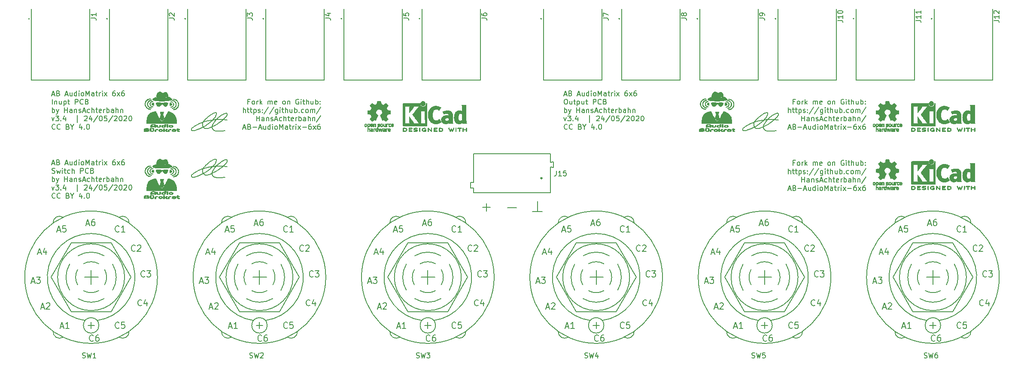
<source format=gbr>
G04 #@! TF.GenerationSoftware,KiCad,Pcbnew,5.0.2-bee76a0~70~ubuntu18.04.1*
G04 #@! TF.CreationDate,2020-05-25T20:10:49+02:00*
G04 #@! TF.ProjectId,AB-AudioMatrix-6x6,41422d41-7564-4696-9f4d-61747269782d,v3.4*
G04 #@! TF.SameCoordinates,Original*
G04 #@! TF.FileFunction,Legend,Top*
G04 #@! TF.FilePolarity,Positive*
%FSLAX46Y46*%
G04 Gerber Fmt 4.6, Leading zero omitted, Abs format (unit mm)*
G04 Created by KiCad (PCBNEW 5.0.2-bee76a0~70~ubuntu18.04.1) date Mo 25 Mai 2020 20:10:49 CEST*
%MOMM*%
%LPD*%
G01*
G04 APERTURE LIST*
%ADD10C,0.150000*%
%ADD11C,0.200000*%
%ADD12C,0.010000*%
%ADD13C,0.127000*%
%ADD14C,0.300000*%
%ADD15C,0.152400*%
G04 APERTURE END LIST*
D10*
X198759642Y-108378571D02*
X198426309Y-108378571D01*
X198426309Y-108902380D02*
X198426309Y-107902380D01*
X198902500Y-107902380D01*
X199426309Y-108902380D02*
X199331071Y-108854761D01*
X199283452Y-108807142D01*
X199235833Y-108711904D01*
X199235833Y-108426190D01*
X199283452Y-108330952D01*
X199331071Y-108283333D01*
X199426309Y-108235714D01*
X199569166Y-108235714D01*
X199664404Y-108283333D01*
X199712023Y-108330952D01*
X199759642Y-108426190D01*
X199759642Y-108711904D01*
X199712023Y-108807142D01*
X199664404Y-108854761D01*
X199569166Y-108902380D01*
X199426309Y-108902380D01*
X200188214Y-108902380D02*
X200188214Y-108235714D01*
X200188214Y-108426190D02*
X200235833Y-108330952D01*
X200283452Y-108283333D01*
X200378690Y-108235714D01*
X200473928Y-108235714D01*
X200807261Y-108902380D02*
X200807261Y-107902380D01*
X200902500Y-108521428D02*
X201188214Y-108902380D01*
X201188214Y-108235714D02*
X200807261Y-108616666D01*
X202378690Y-108902380D02*
X202378690Y-108235714D01*
X202378690Y-108330952D02*
X202426309Y-108283333D01*
X202521547Y-108235714D01*
X202664404Y-108235714D01*
X202759642Y-108283333D01*
X202807261Y-108378571D01*
X202807261Y-108902380D01*
X202807261Y-108378571D02*
X202854880Y-108283333D01*
X202950119Y-108235714D01*
X203092976Y-108235714D01*
X203188214Y-108283333D01*
X203235833Y-108378571D01*
X203235833Y-108902380D01*
X204092976Y-108854761D02*
X203997738Y-108902380D01*
X203807261Y-108902380D01*
X203712023Y-108854761D01*
X203664404Y-108759523D01*
X203664404Y-108378571D01*
X203712023Y-108283333D01*
X203807261Y-108235714D01*
X203997738Y-108235714D01*
X204092976Y-108283333D01*
X204140595Y-108378571D01*
X204140595Y-108473809D01*
X203664404Y-108569047D01*
X205473928Y-108902380D02*
X205378690Y-108854761D01*
X205331071Y-108807142D01*
X205283452Y-108711904D01*
X205283452Y-108426190D01*
X205331071Y-108330952D01*
X205378690Y-108283333D01*
X205473928Y-108235714D01*
X205616785Y-108235714D01*
X205712023Y-108283333D01*
X205759642Y-108330952D01*
X205807261Y-108426190D01*
X205807261Y-108711904D01*
X205759642Y-108807142D01*
X205712023Y-108854761D01*
X205616785Y-108902380D01*
X205473928Y-108902380D01*
X206235833Y-108235714D02*
X206235833Y-108902380D01*
X206235833Y-108330952D02*
X206283452Y-108283333D01*
X206378690Y-108235714D01*
X206521547Y-108235714D01*
X206616785Y-108283333D01*
X206664404Y-108378571D01*
X206664404Y-108902380D01*
X208426309Y-107950000D02*
X208331071Y-107902380D01*
X208188214Y-107902380D01*
X208045357Y-107950000D01*
X207950119Y-108045238D01*
X207902500Y-108140476D01*
X207854880Y-108330952D01*
X207854880Y-108473809D01*
X207902500Y-108664285D01*
X207950119Y-108759523D01*
X208045357Y-108854761D01*
X208188214Y-108902380D01*
X208283452Y-108902380D01*
X208426309Y-108854761D01*
X208473928Y-108807142D01*
X208473928Y-108473809D01*
X208283452Y-108473809D01*
X208902500Y-108902380D02*
X208902500Y-108235714D01*
X208902500Y-107902380D02*
X208854880Y-107950000D01*
X208902500Y-107997619D01*
X208950119Y-107950000D01*
X208902500Y-107902380D01*
X208902500Y-107997619D01*
X209235833Y-108235714D02*
X209616785Y-108235714D01*
X209378690Y-107902380D02*
X209378690Y-108759523D01*
X209426309Y-108854761D01*
X209521547Y-108902380D01*
X209616785Y-108902380D01*
X209950119Y-108902380D02*
X209950119Y-107902380D01*
X210378690Y-108902380D02*
X210378690Y-108378571D01*
X210331071Y-108283333D01*
X210235833Y-108235714D01*
X210092976Y-108235714D01*
X209997738Y-108283333D01*
X209950119Y-108330952D01*
X211283452Y-108235714D02*
X211283452Y-108902380D01*
X210854880Y-108235714D02*
X210854880Y-108759523D01*
X210902500Y-108854761D01*
X210997738Y-108902380D01*
X211140595Y-108902380D01*
X211235833Y-108854761D01*
X211283452Y-108807142D01*
X211759642Y-108902380D02*
X211759642Y-107902380D01*
X211759642Y-108283333D02*
X211854880Y-108235714D01*
X212045357Y-108235714D01*
X212140595Y-108283333D01*
X212188214Y-108330952D01*
X212235833Y-108426190D01*
X212235833Y-108711904D01*
X212188214Y-108807142D01*
X212140595Y-108854761D01*
X212045357Y-108902380D01*
X211854880Y-108902380D01*
X211759642Y-108854761D01*
X212664404Y-108807142D02*
X212712023Y-108854761D01*
X212664404Y-108902380D01*
X212616785Y-108854761D01*
X212664404Y-108807142D01*
X212664404Y-108902380D01*
X212664404Y-108283333D02*
X212712023Y-108330952D01*
X212664404Y-108378571D01*
X212616785Y-108330952D01*
X212664404Y-108283333D01*
X212664404Y-108378571D01*
X197521547Y-110552380D02*
X197521547Y-109552380D01*
X197950119Y-110552380D02*
X197950119Y-110028571D01*
X197902500Y-109933333D01*
X197807261Y-109885714D01*
X197664404Y-109885714D01*
X197569166Y-109933333D01*
X197521547Y-109980952D01*
X198283452Y-109885714D02*
X198664404Y-109885714D01*
X198426309Y-109552380D02*
X198426309Y-110409523D01*
X198473928Y-110504761D01*
X198569166Y-110552380D01*
X198664404Y-110552380D01*
X198854880Y-109885714D02*
X199235833Y-109885714D01*
X198997738Y-109552380D02*
X198997738Y-110409523D01*
X199045357Y-110504761D01*
X199140595Y-110552380D01*
X199235833Y-110552380D01*
X199569166Y-109885714D02*
X199569166Y-110885714D01*
X199569166Y-109933333D02*
X199664404Y-109885714D01*
X199854880Y-109885714D01*
X199950119Y-109933333D01*
X199997738Y-109980952D01*
X200045357Y-110076190D01*
X200045357Y-110361904D01*
X199997738Y-110457142D01*
X199950119Y-110504761D01*
X199854880Y-110552380D01*
X199664404Y-110552380D01*
X199569166Y-110504761D01*
X200426309Y-110504761D02*
X200521547Y-110552380D01*
X200712023Y-110552380D01*
X200807261Y-110504761D01*
X200854880Y-110409523D01*
X200854880Y-110361904D01*
X200807261Y-110266666D01*
X200712023Y-110219047D01*
X200569166Y-110219047D01*
X200473928Y-110171428D01*
X200426309Y-110076190D01*
X200426309Y-110028571D01*
X200473928Y-109933333D01*
X200569166Y-109885714D01*
X200712023Y-109885714D01*
X200807261Y-109933333D01*
X201283452Y-110457142D02*
X201331071Y-110504761D01*
X201283452Y-110552380D01*
X201235833Y-110504761D01*
X201283452Y-110457142D01*
X201283452Y-110552380D01*
X201283452Y-109933333D02*
X201331071Y-109980952D01*
X201283452Y-110028571D01*
X201235833Y-109980952D01*
X201283452Y-109933333D01*
X201283452Y-110028571D01*
X202473928Y-109504761D02*
X201616785Y-110790476D01*
X203521547Y-109504761D02*
X202664404Y-110790476D01*
X204283452Y-109885714D02*
X204283452Y-110695238D01*
X204235833Y-110790476D01*
X204188214Y-110838095D01*
X204092976Y-110885714D01*
X203950119Y-110885714D01*
X203854880Y-110838095D01*
X204283452Y-110504761D02*
X204188214Y-110552380D01*
X203997738Y-110552380D01*
X203902500Y-110504761D01*
X203854880Y-110457142D01*
X203807261Y-110361904D01*
X203807261Y-110076190D01*
X203854880Y-109980952D01*
X203902500Y-109933333D01*
X203997738Y-109885714D01*
X204188214Y-109885714D01*
X204283452Y-109933333D01*
X204759642Y-110552380D02*
X204759642Y-109885714D01*
X204759642Y-109552380D02*
X204712023Y-109600000D01*
X204759642Y-109647619D01*
X204807261Y-109600000D01*
X204759642Y-109552380D01*
X204759642Y-109647619D01*
X205092976Y-109885714D02*
X205473928Y-109885714D01*
X205235833Y-109552380D02*
X205235833Y-110409523D01*
X205283452Y-110504761D01*
X205378690Y-110552380D01*
X205473928Y-110552380D01*
X205807261Y-110552380D02*
X205807261Y-109552380D01*
X206235833Y-110552380D02*
X206235833Y-110028571D01*
X206188214Y-109933333D01*
X206092976Y-109885714D01*
X205950119Y-109885714D01*
X205854880Y-109933333D01*
X205807261Y-109980952D01*
X207140595Y-109885714D02*
X207140595Y-110552380D01*
X206712023Y-109885714D02*
X206712023Y-110409523D01*
X206759642Y-110504761D01*
X206854880Y-110552380D01*
X206997738Y-110552380D01*
X207092976Y-110504761D01*
X207140595Y-110457142D01*
X207616785Y-110552380D02*
X207616785Y-109552380D01*
X207616785Y-109933333D02*
X207712023Y-109885714D01*
X207902500Y-109885714D01*
X207997738Y-109933333D01*
X208045357Y-109980952D01*
X208092976Y-110076190D01*
X208092976Y-110361904D01*
X208045357Y-110457142D01*
X207997738Y-110504761D01*
X207902500Y-110552380D01*
X207712023Y-110552380D01*
X207616785Y-110504761D01*
X208521547Y-110457142D02*
X208569166Y-110504761D01*
X208521547Y-110552380D01*
X208473928Y-110504761D01*
X208521547Y-110457142D01*
X208521547Y-110552380D01*
X209426309Y-110504761D02*
X209331071Y-110552380D01*
X209140595Y-110552380D01*
X209045357Y-110504761D01*
X208997738Y-110457142D01*
X208950119Y-110361904D01*
X208950119Y-110076190D01*
X208997738Y-109980952D01*
X209045357Y-109933333D01*
X209140595Y-109885714D01*
X209331071Y-109885714D01*
X209426309Y-109933333D01*
X209997738Y-110552380D02*
X209902500Y-110504761D01*
X209854880Y-110457142D01*
X209807261Y-110361904D01*
X209807261Y-110076190D01*
X209854880Y-109980952D01*
X209902500Y-109933333D01*
X209997738Y-109885714D01*
X210140595Y-109885714D01*
X210235833Y-109933333D01*
X210283452Y-109980952D01*
X210331071Y-110076190D01*
X210331071Y-110361904D01*
X210283452Y-110457142D01*
X210235833Y-110504761D01*
X210140595Y-110552380D01*
X209997738Y-110552380D01*
X210759642Y-110552380D02*
X210759642Y-109885714D01*
X210759642Y-109980952D02*
X210807261Y-109933333D01*
X210902500Y-109885714D01*
X211045357Y-109885714D01*
X211140595Y-109933333D01*
X211188214Y-110028571D01*
X211188214Y-110552380D01*
X211188214Y-110028571D02*
X211235833Y-109933333D01*
X211331071Y-109885714D01*
X211473928Y-109885714D01*
X211569166Y-109933333D01*
X211616785Y-110028571D01*
X211616785Y-110552380D01*
X212807261Y-109504761D02*
X211950119Y-110790476D01*
X200140595Y-112202380D02*
X200140595Y-111202380D01*
X200140595Y-111678571D02*
X200712023Y-111678571D01*
X200712023Y-112202380D02*
X200712023Y-111202380D01*
X201616785Y-112202380D02*
X201616785Y-111678571D01*
X201569166Y-111583333D01*
X201473928Y-111535714D01*
X201283452Y-111535714D01*
X201188214Y-111583333D01*
X201616785Y-112154761D02*
X201521547Y-112202380D01*
X201283452Y-112202380D01*
X201188214Y-112154761D01*
X201140595Y-112059523D01*
X201140595Y-111964285D01*
X201188214Y-111869047D01*
X201283452Y-111821428D01*
X201521547Y-111821428D01*
X201616785Y-111773809D01*
X202092976Y-111535714D02*
X202092976Y-112202380D01*
X202092976Y-111630952D02*
X202140595Y-111583333D01*
X202235833Y-111535714D01*
X202378690Y-111535714D01*
X202473928Y-111583333D01*
X202521547Y-111678571D01*
X202521547Y-112202380D01*
X202950119Y-112154761D02*
X203045357Y-112202380D01*
X203235833Y-112202380D01*
X203331071Y-112154761D01*
X203378690Y-112059523D01*
X203378690Y-112011904D01*
X203331071Y-111916666D01*
X203235833Y-111869047D01*
X203092976Y-111869047D01*
X202997738Y-111821428D01*
X202950119Y-111726190D01*
X202950119Y-111678571D01*
X202997738Y-111583333D01*
X203092976Y-111535714D01*
X203235833Y-111535714D01*
X203331071Y-111583333D01*
X203759642Y-111916666D02*
X204235833Y-111916666D01*
X203664404Y-112202380D02*
X203997738Y-111202380D01*
X204331071Y-112202380D01*
X205092976Y-112154761D02*
X204997738Y-112202380D01*
X204807261Y-112202380D01*
X204712023Y-112154761D01*
X204664404Y-112107142D01*
X204616785Y-112011904D01*
X204616785Y-111726190D01*
X204664404Y-111630952D01*
X204712023Y-111583333D01*
X204807261Y-111535714D01*
X204997738Y-111535714D01*
X205092976Y-111583333D01*
X205521547Y-112202380D02*
X205521547Y-111202380D01*
X205950119Y-112202380D02*
X205950119Y-111678571D01*
X205902500Y-111583333D01*
X205807261Y-111535714D01*
X205664404Y-111535714D01*
X205569166Y-111583333D01*
X205521547Y-111630952D01*
X206283452Y-111535714D02*
X206664404Y-111535714D01*
X206426309Y-111202380D02*
X206426309Y-112059523D01*
X206473928Y-112154761D01*
X206569166Y-112202380D01*
X206664404Y-112202380D01*
X207378690Y-112154761D02*
X207283452Y-112202380D01*
X207092976Y-112202380D01*
X206997738Y-112154761D01*
X206950119Y-112059523D01*
X206950119Y-111678571D01*
X206997738Y-111583333D01*
X207092976Y-111535714D01*
X207283452Y-111535714D01*
X207378690Y-111583333D01*
X207426309Y-111678571D01*
X207426309Y-111773809D01*
X206950119Y-111869047D01*
X207854880Y-112202380D02*
X207854880Y-111535714D01*
X207854880Y-111726190D02*
X207902500Y-111630952D01*
X207950119Y-111583333D01*
X208045357Y-111535714D01*
X208140595Y-111535714D01*
X208473928Y-112202380D02*
X208473928Y-111202380D01*
X208473928Y-111583333D02*
X208569166Y-111535714D01*
X208759642Y-111535714D01*
X208854880Y-111583333D01*
X208902500Y-111630952D01*
X208950119Y-111726190D01*
X208950119Y-112011904D01*
X208902500Y-112107142D01*
X208854880Y-112154761D01*
X208759642Y-112202380D01*
X208569166Y-112202380D01*
X208473928Y-112154761D01*
X209807261Y-112202380D02*
X209807261Y-111678571D01*
X209759642Y-111583333D01*
X209664404Y-111535714D01*
X209473928Y-111535714D01*
X209378690Y-111583333D01*
X209807261Y-112154761D02*
X209712023Y-112202380D01*
X209473928Y-112202380D01*
X209378690Y-112154761D01*
X209331071Y-112059523D01*
X209331071Y-111964285D01*
X209378690Y-111869047D01*
X209473928Y-111821428D01*
X209712023Y-111821428D01*
X209807261Y-111773809D01*
X210283452Y-112202380D02*
X210283452Y-111202380D01*
X210712023Y-112202380D02*
X210712023Y-111678571D01*
X210664404Y-111583333D01*
X210569166Y-111535714D01*
X210426309Y-111535714D01*
X210331071Y-111583333D01*
X210283452Y-111630952D01*
X211188214Y-111535714D02*
X211188214Y-112202380D01*
X211188214Y-111630952D02*
X211235833Y-111583333D01*
X211331071Y-111535714D01*
X211473928Y-111535714D01*
X211569166Y-111583333D01*
X211616785Y-111678571D01*
X211616785Y-112202380D01*
X212807261Y-111154761D02*
X211950119Y-112440476D01*
X197473928Y-113566666D02*
X197950119Y-113566666D01*
X197378690Y-113852380D02*
X197712023Y-112852380D01*
X198045357Y-113852380D01*
X198712023Y-113328571D02*
X198854880Y-113376190D01*
X198902500Y-113423809D01*
X198950119Y-113519047D01*
X198950119Y-113661904D01*
X198902500Y-113757142D01*
X198854880Y-113804761D01*
X198759642Y-113852380D01*
X198378690Y-113852380D01*
X198378690Y-112852380D01*
X198712023Y-112852380D01*
X198807261Y-112900000D01*
X198854880Y-112947619D01*
X198902500Y-113042857D01*
X198902500Y-113138095D01*
X198854880Y-113233333D01*
X198807261Y-113280952D01*
X198712023Y-113328571D01*
X198378690Y-113328571D01*
X199378690Y-113471428D02*
X200140595Y-113471428D01*
X200569166Y-113566666D02*
X201045357Y-113566666D01*
X200473928Y-113852380D02*
X200807261Y-112852380D01*
X201140595Y-113852380D01*
X201902500Y-113185714D02*
X201902500Y-113852380D01*
X201473928Y-113185714D02*
X201473928Y-113709523D01*
X201521547Y-113804761D01*
X201616785Y-113852380D01*
X201759642Y-113852380D01*
X201854880Y-113804761D01*
X201902500Y-113757142D01*
X202807261Y-113852380D02*
X202807261Y-112852380D01*
X202807261Y-113804761D02*
X202712023Y-113852380D01*
X202521547Y-113852380D01*
X202426309Y-113804761D01*
X202378690Y-113757142D01*
X202331071Y-113661904D01*
X202331071Y-113376190D01*
X202378690Y-113280952D01*
X202426309Y-113233333D01*
X202521547Y-113185714D01*
X202712023Y-113185714D01*
X202807261Y-113233333D01*
X203283452Y-113852380D02*
X203283452Y-113185714D01*
X203283452Y-112852380D02*
X203235833Y-112900000D01*
X203283452Y-112947619D01*
X203331071Y-112900000D01*
X203283452Y-112852380D01*
X203283452Y-112947619D01*
X203902500Y-113852380D02*
X203807261Y-113804761D01*
X203759642Y-113757142D01*
X203712023Y-113661904D01*
X203712023Y-113376190D01*
X203759642Y-113280952D01*
X203807261Y-113233333D01*
X203902500Y-113185714D01*
X204045357Y-113185714D01*
X204140595Y-113233333D01*
X204188214Y-113280952D01*
X204235833Y-113376190D01*
X204235833Y-113661904D01*
X204188214Y-113757142D01*
X204140595Y-113804761D01*
X204045357Y-113852380D01*
X203902500Y-113852380D01*
X204664404Y-113852380D02*
X204664404Y-112852380D01*
X204997738Y-113566666D01*
X205331071Y-112852380D01*
X205331071Y-113852380D01*
X206235833Y-113852380D02*
X206235833Y-113328571D01*
X206188214Y-113233333D01*
X206092976Y-113185714D01*
X205902500Y-113185714D01*
X205807261Y-113233333D01*
X206235833Y-113804761D02*
X206140595Y-113852380D01*
X205902500Y-113852380D01*
X205807261Y-113804761D01*
X205759642Y-113709523D01*
X205759642Y-113614285D01*
X205807261Y-113519047D01*
X205902500Y-113471428D01*
X206140595Y-113471428D01*
X206235833Y-113423809D01*
X206569166Y-113185714D02*
X206950119Y-113185714D01*
X206712023Y-112852380D02*
X206712023Y-113709523D01*
X206759642Y-113804761D01*
X206854880Y-113852380D01*
X206950119Y-113852380D01*
X207283452Y-113852380D02*
X207283452Y-113185714D01*
X207283452Y-113376190D02*
X207331071Y-113280952D01*
X207378690Y-113233333D01*
X207473928Y-113185714D01*
X207569166Y-113185714D01*
X207902500Y-113852380D02*
X207902500Y-113185714D01*
X207902500Y-112852380D02*
X207854880Y-112900000D01*
X207902500Y-112947619D01*
X207950119Y-112900000D01*
X207902500Y-112852380D01*
X207902500Y-112947619D01*
X208283452Y-113852380D02*
X208807261Y-113185714D01*
X208283452Y-113185714D02*
X208807261Y-113852380D01*
X209188214Y-113471428D02*
X209950119Y-113471428D01*
X210854880Y-112852380D02*
X210664404Y-112852380D01*
X210569166Y-112900000D01*
X210521547Y-112947619D01*
X210426309Y-113090476D01*
X210378690Y-113280952D01*
X210378690Y-113661904D01*
X210426309Y-113757142D01*
X210473928Y-113804761D01*
X210569166Y-113852380D01*
X210759642Y-113852380D01*
X210854880Y-113804761D01*
X210902500Y-113757142D01*
X210950119Y-113661904D01*
X210950119Y-113423809D01*
X210902500Y-113328571D01*
X210854880Y-113280952D01*
X210759642Y-113233333D01*
X210569166Y-113233333D01*
X210473928Y-113280952D01*
X210426309Y-113328571D01*
X210378690Y-113423809D01*
X211283452Y-113852380D02*
X211807261Y-113185714D01*
X211283452Y-113185714D02*
X211807261Y-113852380D01*
X212616785Y-112852380D02*
X212426309Y-112852380D01*
X212331071Y-112900000D01*
X212283452Y-112947619D01*
X212188214Y-113090476D01*
X212140595Y-113280952D01*
X212140595Y-113661904D01*
X212188214Y-113757142D01*
X212235833Y-113804761D01*
X212331071Y-113852380D01*
X212521547Y-113852380D01*
X212616785Y-113804761D01*
X212664404Y-113757142D01*
X212712023Y-113661904D01*
X212712023Y-113423809D01*
X212664404Y-113328571D01*
X212616785Y-113280952D01*
X212521547Y-113233333D01*
X212331071Y-113233333D01*
X212235833Y-113280952D01*
X212188214Y-113328571D01*
X212140595Y-113423809D01*
X198759642Y-96278571D02*
X198426309Y-96278571D01*
X198426309Y-96802380D02*
X198426309Y-95802380D01*
X198902500Y-95802380D01*
X199426309Y-96802380D02*
X199331071Y-96754761D01*
X199283452Y-96707142D01*
X199235833Y-96611904D01*
X199235833Y-96326190D01*
X199283452Y-96230952D01*
X199331071Y-96183333D01*
X199426309Y-96135714D01*
X199569166Y-96135714D01*
X199664404Y-96183333D01*
X199712023Y-96230952D01*
X199759642Y-96326190D01*
X199759642Y-96611904D01*
X199712023Y-96707142D01*
X199664404Y-96754761D01*
X199569166Y-96802380D01*
X199426309Y-96802380D01*
X200188214Y-96802380D02*
X200188214Y-96135714D01*
X200188214Y-96326190D02*
X200235833Y-96230952D01*
X200283452Y-96183333D01*
X200378690Y-96135714D01*
X200473928Y-96135714D01*
X200807261Y-96802380D02*
X200807261Y-95802380D01*
X200902500Y-96421428D02*
X201188214Y-96802380D01*
X201188214Y-96135714D02*
X200807261Y-96516666D01*
X202378690Y-96802380D02*
X202378690Y-96135714D01*
X202378690Y-96230952D02*
X202426309Y-96183333D01*
X202521547Y-96135714D01*
X202664404Y-96135714D01*
X202759642Y-96183333D01*
X202807261Y-96278571D01*
X202807261Y-96802380D01*
X202807261Y-96278571D02*
X202854880Y-96183333D01*
X202950119Y-96135714D01*
X203092976Y-96135714D01*
X203188214Y-96183333D01*
X203235833Y-96278571D01*
X203235833Y-96802380D01*
X204092976Y-96754761D02*
X203997738Y-96802380D01*
X203807261Y-96802380D01*
X203712023Y-96754761D01*
X203664404Y-96659523D01*
X203664404Y-96278571D01*
X203712023Y-96183333D01*
X203807261Y-96135714D01*
X203997738Y-96135714D01*
X204092976Y-96183333D01*
X204140595Y-96278571D01*
X204140595Y-96373809D01*
X203664404Y-96469047D01*
X205473928Y-96802380D02*
X205378690Y-96754761D01*
X205331071Y-96707142D01*
X205283452Y-96611904D01*
X205283452Y-96326190D01*
X205331071Y-96230952D01*
X205378690Y-96183333D01*
X205473928Y-96135714D01*
X205616785Y-96135714D01*
X205712023Y-96183333D01*
X205759642Y-96230952D01*
X205807261Y-96326190D01*
X205807261Y-96611904D01*
X205759642Y-96707142D01*
X205712023Y-96754761D01*
X205616785Y-96802380D01*
X205473928Y-96802380D01*
X206235833Y-96135714D02*
X206235833Y-96802380D01*
X206235833Y-96230952D02*
X206283452Y-96183333D01*
X206378690Y-96135714D01*
X206521547Y-96135714D01*
X206616785Y-96183333D01*
X206664404Y-96278571D01*
X206664404Y-96802380D01*
X208426309Y-95850000D02*
X208331071Y-95802380D01*
X208188214Y-95802380D01*
X208045357Y-95850000D01*
X207950119Y-95945238D01*
X207902500Y-96040476D01*
X207854880Y-96230952D01*
X207854880Y-96373809D01*
X207902500Y-96564285D01*
X207950119Y-96659523D01*
X208045357Y-96754761D01*
X208188214Y-96802380D01*
X208283452Y-96802380D01*
X208426309Y-96754761D01*
X208473928Y-96707142D01*
X208473928Y-96373809D01*
X208283452Y-96373809D01*
X208902500Y-96802380D02*
X208902500Y-96135714D01*
X208902500Y-95802380D02*
X208854880Y-95850000D01*
X208902500Y-95897619D01*
X208950119Y-95850000D01*
X208902500Y-95802380D01*
X208902500Y-95897619D01*
X209235833Y-96135714D02*
X209616785Y-96135714D01*
X209378690Y-95802380D02*
X209378690Y-96659523D01*
X209426309Y-96754761D01*
X209521547Y-96802380D01*
X209616785Y-96802380D01*
X209950119Y-96802380D02*
X209950119Y-95802380D01*
X210378690Y-96802380D02*
X210378690Y-96278571D01*
X210331071Y-96183333D01*
X210235833Y-96135714D01*
X210092976Y-96135714D01*
X209997738Y-96183333D01*
X209950119Y-96230952D01*
X211283452Y-96135714D02*
X211283452Y-96802380D01*
X210854880Y-96135714D02*
X210854880Y-96659523D01*
X210902500Y-96754761D01*
X210997738Y-96802380D01*
X211140595Y-96802380D01*
X211235833Y-96754761D01*
X211283452Y-96707142D01*
X211759642Y-96802380D02*
X211759642Y-95802380D01*
X211759642Y-96183333D02*
X211854880Y-96135714D01*
X212045357Y-96135714D01*
X212140595Y-96183333D01*
X212188214Y-96230952D01*
X212235833Y-96326190D01*
X212235833Y-96611904D01*
X212188214Y-96707142D01*
X212140595Y-96754761D01*
X212045357Y-96802380D01*
X211854880Y-96802380D01*
X211759642Y-96754761D01*
X212664404Y-96707142D02*
X212712023Y-96754761D01*
X212664404Y-96802380D01*
X212616785Y-96754761D01*
X212664404Y-96707142D01*
X212664404Y-96802380D01*
X212664404Y-96183333D02*
X212712023Y-96230952D01*
X212664404Y-96278571D01*
X212616785Y-96230952D01*
X212664404Y-96183333D01*
X212664404Y-96278571D01*
X197521547Y-98452380D02*
X197521547Y-97452380D01*
X197950119Y-98452380D02*
X197950119Y-97928571D01*
X197902500Y-97833333D01*
X197807261Y-97785714D01*
X197664404Y-97785714D01*
X197569166Y-97833333D01*
X197521547Y-97880952D01*
X198283452Y-97785714D02*
X198664404Y-97785714D01*
X198426309Y-97452380D02*
X198426309Y-98309523D01*
X198473928Y-98404761D01*
X198569166Y-98452380D01*
X198664404Y-98452380D01*
X198854880Y-97785714D02*
X199235833Y-97785714D01*
X198997738Y-97452380D02*
X198997738Y-98309523D01*
X199045357Y-98404761D01*
X199140595Y-98452380D01*
X199235833Y-98452380D01*
X199569166Y-97785714D02*
X199569166Y-98785714D01*
X199569166Y-97833333D02*
X199664404Y-97785714D01*
X199854880Y-97785714D01*
X199950119Y-97833333D01*
X199997738Y-97880952D01*
X200045357Y-97976190D01*
X200045357Y-98261904D01*
X199997738Y-98357142D01*
X199950119Y-98404761D01*
X199854880Y-98452380D01*
X199664404Y-98452380D01*
X199569166Y-98404761D01*
X200426309Y-98404761D02*
X200521547Y-98452380D01*
X200712023Y-98452380D01*
X200807261Y-98404761D01*
X200854880Y-98309523D01*
X200854880Y-98261904D01*
X200807261Y-98166666D01*
X200712023Y-98119047D01*
X200569166Y-98119047D01*
X200473928Y-98071428D01*
X200426309Y-97976190D01*
X200426309Y-97928571D01*
X200473928Y-97833333D01*
X200569166Y-97785714D01*
X200712023Y-97785714D01*
X200807261Y-97833333D01*
X201283452Y-98357142D02*
X201331071Y-98404761D01*
X201283452Y-98452380D01*
X201235833Y-98404761D01*
X201283452Y-98357142D01*
X201283452Y-98452380D01*
X201283452Y-97833333D02*
X201331071Y-97880952D01*
X201283452Y-97928571D01*
X201235833Y-97880952D01*
X201283452Y-97833333D01*
X201283452Y-97928571D01*
X202473928Y-97404761D02*
X201616785Y-98690476D01*
X203521547Y-97404761D02*
X202664404Y-98690476D01*
X204283452Y-97785714D02*
X204283452Y-98595238D01*
X204235833Y-98690476D01*
X204188214Y-98738095D01*
X204092976Y-98785714D01*
X203950119Y-98785714D01*
X203854880Y-98738095D01*
X204283452Y-98404761D02*
X204188214Y-98452380D01*
X203997738Y-98452380D01*
X203902500Y-98404761D01*
X203854880Y-98357142D01*
X203807261Y-98261904D01*
X203807261Y-97976190D01*
X203854880Y-97880952D01*
X203902500Y-97833333D01*
X203997738Y-97785714D01*
X204188214Y-97785714D01*
X204283452Y-97833333D01*
X204759642Y-98452380D02*
X204759642Y-97785714D01*
X204759642Y-97452380D02*
X204712023Y-97500000D01*
X204759642Y-97547619D01*
X204807261Y-97500000D01*
X204759642Y-97452380D01*
X204759642Y-97547619D01*
X205092976Y-97785714D02*
X205473928Y-97785714D01*
X205235833Y-97452380D02*
X205235833Y-98309523D01*
X205283452Y-98404761D01*
X205378690Y-98452380D01*
X205473928Y-98452380D01*
X205807261Y-98452380D02*
X205807261Y-97452380D01*
X206235833Y-98452380D02*
X206235833Y-97928571D01*
X206188214Y-97833333D01*
X206092976Y-97785714D01*
X205950119Y-97785714D01*
X205854880Y-97833333D01*
X205807261Y-97880952D01*
X207140595Y-97785714D02*
X207140595Y-98452380D01*
X206712023Y-97785714D02*
X206712023Y-98309523D01*
X206759642Y-98404761D01*
X206854880Y-98452380D01*
X206997738Y-98452380D01*
X207092976Y-98404761D01*
X207140595Y-98357142D01*
X207616785Y-98452380D02*
X207616785Y-97452380D01*
X207616785Y-97833333D02*
X207712023Y-97785714D01*
X207902500Y-97785714D01*
X207997738Y-97833333D01*
X208045357Y-97880952D01*
X208092976Y-97976190D01*
X208092976Y-98261904D01*
X208045357Y-98357142D01*
X207997738Y-98404761D01*
X207902500Y-98452380D01*
X207712023Y-98452380D01*
X207616785Y-98404761D01*
X208521547Y-98357142D02*
X208569166Y-98404761D01*
X208521547Y-98452380D01*
X208473928Y-98404761D01*
X208521547Y-98357142D01*
X208521547Y-98452380D01*
X209426309Y-98404761D02*
X209331071Y-98452380D01*
X209140595Y-98452380D01*
X209045357Y-98404761D01*
X208997738Y-98357142D01*
X208950119Y-98261904D01*
X208950119Y-97976190D01*
X208997738Y-97880952D01*
X209045357Y-97833333D01*
X209140595Y-97785714D01*
X209331071Y-97785714D01*
X209426309Y-97833333D01*
X209997738Y-98452380D02*
X209902500Y-98404761D01*
X209854880Y-98357142D01*
X209807261Y-98261904D01*
X209807261Y-97976190D01*
X209854880Y-97880952D01*
X209902500Y-97833333D01*
X209997738Y-97785714D01*
X210140595Y-97785714D01*
X210235833Y-97833333D01*
X210283452Y-97880952D01*
X210331071Y-97976190D01*
X210331071Y-98261904D01*
X210283452Y-98357142D01*
X210235833Y-98404761D01*
X210140595Y-98452380D01*
X209997738Y-98452380D01*
X210759642Y-98452380D02*
X210759642Y-97785714D01*
X210759642Y-97880952D02*
X210807261Y-97833333D01*
X210902500Y-97785714D01*
X211045357Y-97785714D01*
X211140595Y-97833333D01*
X211188214Y-97928571D01*
X211188214Y-98452380D01*
X211188214Y-97928571D02*
X211235833Y-97833333D01*
X211331071Y-97785714D01*
X211473928Y-97785714D01*
X211569166Y-97833333D01*
X211616785Y-97928571D01*
X211616785Y-98452380D01*
X212807261Y-97404761D02*
X211950119Y-98690476D01*
X200140595Y-100102380D02*
X200140595Y-99102380D01*
X200140595Y-99578571D02*
X200712023Y-99578571D01*
X200712023Y-100102380D02*
X200712023Y-99102380D01*
X201616785Y-100102380D02*
X201616785Y-99578571D01*
X201569166Y-99483333D01*
X201473928Y-99435714D01*
X201283452Y-99435714D01*
X201188214Y-99483333D01*
X201616785Y-100054761D02*
X201521547Y-100102380D01*
X201283452Y-100102380D01*
X201188214Y-100054761D01*
X201140595Y-99959523D01*
X201140595Y-99864285D01*
X201188214Y-99769047D01*
X201283452Y-99721428D01*
X201521547Y-99721428D01*
X201616785Y-99673809D01*
X202092976Y-99435714D02*
X202092976Y-100102380D01*
X202092976Y-99530952D02*
X202140595Y-99483333D01*
X202235833Y-99435714D01*
X202378690Y-99435714D01*
X202473928Y-99483333D01*
X202521547Y-99578571D01*
X202521547Y-100102380D01*
X202950119Y-100054761D02*
X203045357Y-100102380D01*
X203235833Y-100102380D01*
X203331071Y-100054761D01*
X203378690Y-99959523D01*
X203378690Y-99911904D01*
X203331071Y-99816666D01*
X203235833Y-99769047D01*
X203092976Y-99769047D01*
X202997738Y-99721428D01*
X202950119Y-99626190D01*
X202950119Y-99578571D01*
X202997738Y-99483333D01*
X203092976Y-99435714D01*
X203235833Y-99435714D01*
X203331071Y-99483333D01*
X203759642Y-99816666D02*
X204235833Y-99816666D01*
X203664404Y-100102380D02*
X203997738Y-99102380D01*
X204331071Y-100102380D01*
X205092976Y-100054761D02*
X204997738Y-100102380D01*
X204807261Y-100102380D01*
X204712023Y-100054761D01*
X204664404Y-100007142D01*
X204616785Y-99911904D01*
X204616785Y-99626190D01*
X204664404Y-99530952D01*
X204712023Y-99483333D01*
X204807261Y-99435714D01*
X204997738Y-99435714D01*
X205092976Y-99483333D01*
X205521547Y-100102380D02*
X205521547Y-99102380D01*
X205950119Y-100102380D02*
X205950119Y-99578571D01*
X205902500Y-99483333D01*
X205807261Y-99435714D01*
X205664404Y-99435714D01*
X205569166Y-99483333D01*
X205521547Y-99530952D01*
X206283452Y-99435714D02*
X206664404Y-99435714D01*
X206426309Y-99102380D02*
X206426309Y-99959523D01*
X206473928Y-100054761D01*
X206569166Y-100102380D01*
X206664404Y-100102380D01*
X207378690Y-100054761D02*
X207283452Y-100102380D01*
X207092976Y-100102380D01*
X206997738Y-100054761D01*
X206950119Y-99959523D01*
X206950119Y-99578571D01*
X206997738Y-99483333D01*
X207092976Y-99435714D01*
X207283452Y-99435714D01*
X207378690Y-99483333D01*
X207426309Y-99578571D01*
X207426309Y-99673809D01*
X206950119Y-99769047D01*
X207854880Y-100102380D02*
X207854880Y-99435714D01*
X207854880Y-99626190D02*
X207902500Y-99530952D01*
X207950119Y-99483333D01*
X208045357Y-99435714D01*
X208140595Y-99435714D01*
X208473928Y-100102380D02*
X208473928Y-99102380D01*
X208473928Y-99483333D02*
X208569166Y-99435714D01*
X208759642Y-99435714D01*
X208854880Y-99483333D01*
X208902500Y-99530952D01*
X208950119Y-99626190D01*
X208950119Y-99911904D01*
X208902500Y-100007142D01*
X208854880Y-100054761D01*
X208759642Y-100102380D01*
X208569166Y-100102380D01*
X208473928Y-100054761D01*
X209807261Y-100102380D02*
X209807261Y-99578571D01*
X209759642Y-99483333D01*
X209664404Y-99435714D01*
X209473928Y-99435714D01*
X209378690Y-99483333D01*
X209807261Y-100054761D02*
X209712023Y-100102380D01*
X209473928Y-100102380D01*
X209378690Y-100054761D01*
X209331071Y-99959523D01*
X209331071Y-99864285D01*
X209378690Y-99769047D01*
X209473928Y-99721428D01*
X209712023Y-99721428D01*
X209807261Y-99673809D01*
X210283452Y-100102380D02*
X210283452Y-99102380D01*
X210712023Y-100102380D02*
X210712023Y-99578571D01*
X210664404Y-99483333D01*
X210569166Y-99435714D01*
X210426309Y-99435714D01*
X210331071Y-99483333D01*
X210283452Y-99530952D01*
X211188214Y-99435714D02*
X211188214Y-100102380D01*
X211188214Y-99530952D02*
X211235833Y-99483333D01*
X211331071Y-99435714D01*
X211473928Y-99435714D01*
X211569166Y-99483333D01*
X211616785Y-99578571D01*
X211616785Y-100102380D01*
X212807261Y-99054761D02*
X211950119Y-100340476D01*
X197473928Y-101466666D02*
X197950119Y-101466666D01*
X197378690Y-101752380D02*
X197712023Y-100752380D01*
X198045357Y-101752380D01*
X198712023Y-101228571D02*
X198854880Y-101276190D01*
X198902500Y-101323809D01*
X198950119Y-101419047D01*
X198950119Y-101561904D01*
X198902500Y-101657142D01*
X198854880Y-101704761D01*
X198759642Y-101752380D01*
X198378690Y-101752380D01*
X198378690Y-100752380D01*
X198712023Y-100752380D01*
X198807261Y-100800000D01*
X198854880Y-100847619D01*
X198902500Y-100942857D01*
X198902500Y-101038095D01*
X198854880Y-101133333D01*
X198807261Y-101180952D01*
X198712023Y-101228571D01*
X198378690Y-101228571D01*
X199378690Y-101371428D02*
X200140595Y-101371428D01*
X200569166Y-101466666D02*
X201045357Y-101466666D01*
X200473928Y-101752380D02*
X200807261Y-100752380D01*
X201140595Y-101752380D01*
X201902500Y-101085714D02*
X201902500Y-101752380D01*
X201473928Y-101085714D02*
X201473928Y-101609523D01*
X201521547Y-101704761D01*
X201616785Y-101752380D01*
X201759642Y-101752380D01*
X201854880Y-101704761D01*
X201902500Y-101657142D01*
X202807261Y-101752380D02*
X202807261Y-100752380D01*
X202807261Y-101704761D02*
X202712023Y-101752380D01*
X202521547Y-101752380D01*
X202426309Y-101704761D01*
X202378690Y-101657142D01*
X202331071Y-101561904D01*
X202331071Y-101276190D01*
X202378690Y-101180952D01*
X202426309Y-101133333D01*
X202521547Y-101085714D01*
X202712023Y-101085714D01*
X202807261Y-101133333D01*
X203283452Y-101752380D02*
X203283452Y-101085714D01*
X203283452Y-100752380D02*
X203235833Y-100800000D01*
X203283452Y-100847619D01*
X203331071Y-100800000D01*
X203283452Y-100752380D01*
X203283452Y-100847619D01*
X203902500Y-101752380D02*
X203807261Y-101704761D01*
X203759642Y-101657142D01*
X203712023Y-101561904D01*
X203712023Y-101276190D01*
X203759642Y-101180952D01*
X203807261Y-101133333D01*
X203902500Y-101085714D01*
X204045357Y-101085714D01*
X204140595Y-101133333D01*
X204188214Y-101180952D01*
X204235833Y-101276190D01*
X204235833Y-101561904D01*
X204188214Y-101657142D01*
X204140595Y-101704761D01*
X204045357Y-101752380D01*
X203902500Y-101752380D01*
X204664404Y-101752380D02*
X204664404Y-100752380D01*
X204997738Y-101466666D01*
X205331071Y-100752380D01*
X205331071Y-101752380D01*
X206235833Y-101752380D02*
X206235833Y-101228571D01*
X206188214Y-101133333D01*
X206092976Y-101085714D01*
X205902500Y-101085714D01*
X205807261Y-101133333D01*
X206235833Y-101704761D02*
X206140595Y-101752380D01*
X205902500Y-101752380D01*
X205807261Y-101704761D01*
X205759642Y-101609523D01*
X205759642Y-101514285D01*
X205807261Y-101419047D01*
X205902500Y-101371428D01*
X206140595Y-101371428D01*
X206235833Y-101323809D01*
X206569166Y-101085714D02*
X206950119Y-101085714D01*
X206712023Y-100752380D02*
X206712023Y-101609523D01*
X206759642Y-101704761D01*
X206854880Y-101752380D01*
X206950119Y-101752380D01*
X207283452Y-101752380D02*
X207283452Y-101085714D01*
X207283452Y-101276190D02*
X207331071Y-101180952D01*
X207378690Y-101133333D01*
X207473928Y-101085714D01*
X207569166Y-101085714D01*
X207902500Y-101752380D02*
X207902500Y-101085714D01*
X207902500Y-100752380D02*
X207854880Y-100800000D01*
X207902500Y-100847619D01*
X207950119Y-100800000D01*
X207902500Y-100752380D01*
X207902500Y-100847619D01*
X208283452Y-101752380D02*
X208807261Y-101085714D01*
X208283452Y-101085714D02*
X208807261Y-101752380D01*
X209188214Y-101371428D02*
X209950119Y-101371428D01*
X210854880Y-100752380D02*
X210664404Y-100752380D01*
X210569166Y-100800000D01*
X210521547Y-100847619D01*
X210426309Y-100990476D01*
X210378690Y-101180952D01*
X210378690Y-101561904D01*
X210426309Y-101657142D01*
X210473928Y-101704761D01*
X210569166Y-101752380D01*
X210759642Y-101752380D01*
X210854880Y-101704761D01*
X210902500Y-101657142D01*
X210950119Y-101561904D01*
X210950119Y-101323809D01*
X210902500Y-101228571D01*
X210854880Y-101180952D01*
X210759642Y-101133333D01*
X210569166Y-101133333D01*
X210473928Y-101180952D01*
X210426309Y-101228571D01*
X210378690Y-101323809D01*
X211283452Y-101752380D02*
X211807261Y-101085714D01*
X211283452Y-101085714D02*
X211807261Y-101752380D01*
X212616785Y-100752380D02*
X212426309Y-100752380D01*
X212331071Y-100800000D01*
X212283452Y-100847619D01*
X212188214Y-100990476D01*
X212140595Y-101180952D01*
X212140595Y-101561904D01*
X212188214Y-101657142D01*
X212235833Y-101704761D01*
X212331071Y-101752380D01*
X212521547Y-101752380D01*
X212616785Y-101704761D01*
X212664404Y-101657142D01*
X212712023Y-101561904D01*
X212712023Y-101323809D01*
X212664404Y-101228571D01*
X212616785Y-101180952D01*
X212521547Y-101133333D01*
X212331071Y-101133333D01*
X212235833Y-101180952D01*
X212188214Y-101228571D01*
X212140595Y-101323809D01*
X91259642Y-96278571D02*
X90926309Y-96278571D01*
X90926309Y-96802380D02*
X90926309Y-95802380D01*
X91402500Y-95802380D01*
X91926309Y-96802380D02*
X91831071Y-96754761D01*
X91783452Y-96707142D01*
X91735833Y-96611904D01*
X91735833Y-96326190D01*
X91783452Y-96230952D01*
X91831071Y-96183333D01*
X91926309Y-96135714D01*
X92069166Y-96135714D01*
X92164404Y-96183333D01*
X92212023Y-96230952D01*
X92259642Y-96326190D01*
X92259642Y-96611904D01*
X92212023Y-96707142D01*
X92164404Y-96754761D01*
X92069166Y-96802380D01*
X91926309Y-96802380D01*
X92688214Y-96802380D02*
X92688214Y-96135714D01*
X92688214Y-96326190D02*
X92735833Y-96230952D01*
X92783452Y-96183333D01*
X92878690Y-96135714D01*
X92973928Y-96135714D01*
X93307261Y-96802380D02*
X93307261Y-95802380D01*
X93402500Y-96421428D02*
X93688214Y-96802380D01*
X93688214Y-96135714D02*
X93307261Y-96516666D01*
X94878690Y-96802380D02*
X94878690Y-96135714D01*
X94878690Y-96230952D02*
X94926309Y-96183333D01*
X95021547Y-96135714D01*
X95164404Y-96135714D01*
X95259642Y-96183333D01*
X95307261Y-96278571D01*
X95307261Y-96802380D01*
X95307261Y-96278571D02*
X95354880Y-96183333D01*
X95450119Y-96135714D01*
X95592976Y-96135714D01*
X95688214Y-96183333D01*
X95735833Y-96278571D01*
X95735833Y-96802380D01*
X96592976Y-96754761D02*
X96497738Y-96802380D01*
X96307261Y-96802380D01*
X96212023Y-96754761D01*
X96164404Y-96659523D01*
X96164404Y-96278571D01*
X96212023Y-96183333D01*
X96307261Y-96135714D01*
X96497738Y-96135714D01*
X96592976Y-96183333D01*
X96640595Y-96278571D01*
X96640595Y-96373809D01*
X96164404Y-96469047D01*
X97973928Y-96802380D02*
X97878690Y-96754761D01*
X97831071Y-96707142D01*
X97783452Y-96611904D01*
X97783452Y-96326190D01*
X97831071Y-96230952D01*
X97878690Y-96183333D01*
X97973928Y-96135714D01*
X98116785Y-96135714D01*
X98212023Y-96183333D01*
X98259642Y-96230952D01*
X98307261Y-96326190D01*
X98307261Y-96611904D01*
X98259642Y-96707142D01*
X98212023Y-96754761D01*
X98116785Y-96802380D01*
X97973928Y-96802380D01*
X98735833Y-96135714D02*
X98735833Y-96802380D01*
X98735833Y-96230952D02*
X98783452Y-96183333D01*
X98878690Y-96135714D01*
X99021547Y-96135714D01*
X99116785Y-96183333D01*
X99164404Y-96278571D01*
X99164404Y-96802380D01*
X100926309Y-95850000D02*
X100831071Y-95802380D01*
X100688214Y-95802380D01*
X100545357Y-95850000D01*
X100450119Y-95945238D01*
X100402500Y-96040476D01*
X100354880Y-96230952D01*
X100354880Y-96373809D01*
X100402500Y-96564285D01*
X100450119Y-96659523D01*
X100545357Y-96754761D01*
X100688214Y-96802380D01*
X100783452Y-96802380D01*
X100926309Y-96754761D01*
X100973928Y-96707142D01*
X100973928Y-96373809D01*
X100783452Y-96373809D01*
X101402500Y-96802380D02*
X101402500Y-96135714D01*
X101402500Y-95802380D02*
X101354880Y-95850000D01*
X101402500Y-95897619D01*
X101450119Y-95850000D01*
X101402500Y-95802380D01*
X101402500Y-95897619D01*
X101735833Y-96135714D02*
X102116785Y-96135714D01*
X101878690Y-95802380D02*
X101878690Y-96659523D01*
X101926309Y-96754761D01*
X102021547Y-96802380D01*
X102116785Y-96802380D01*
X102450119Y-96802380D02*
X102450119Y-95802380D01*
X102878690Y-96802380D02*
X102878690Y-96278571D01*
X102831071Y-96183333D01*
X102735833Y-96135714D01*
X102592976Y-96135714D01*
X102497738Y-96183333D01*
X102450119Y-96230952D01*
X103783452Y-96135714D02*
X103783452Y-96802380D01*
X103354880Y-96135714D02*
X103354880Y-96659523D01*
X103402500Y-96754761D01*
X103497738Y-96802380D01*
X103640595Y-96802380D01*
X103735833Y-96754761D01*
X103783452Y-96707142D01*
X104259642Y-96802380D02*
X104259642Y-95802380D01*
X104259642Y-96183333D02*
X104354880Y-96135714D01*
X104545357Y-96135714D01*
X104640595Y-96183333D01*
X104688214Y-96230952D01*
X104735833Y-96326190D01*
X104735833Y-96611904D01*
X104688214Y-96707142D01*
X104640595Y-96754761D01*
X104545357Y-96802380D01*
X104354880Y-96802380D01*
X104259642Y-96754761D01*
X105164404Y-96707142D02*
X105212023Y-96754761D01*
X105164404Y-96802380D01*
X105116785Y-96754761D01*
X105164404Y-96707142D01*
X105164404Y-96802380D01*
X105164404Y-96183333D02*
X105212023Y-96230952D01*
X105164404Y-96278571D01*
X105116785Y-96230952D01*
X105164404Y-96183333D01*
X105164404Y-96278571D01*
X90021547Y-98452380D02*
X90021547Y-97452380D01*
X90450119Y-98452380D02*
X90450119Y-97928571D01*
X90402499Y-97833333D01*
X90307261Y-97785714D01*
X90164404Y-97785714D01*
X90069166Y-97833333D01*
X90021547Y-97880952D01*
X90783452Y-97785714D02*
X91164404Y-97785714D01*
X90926309Y-97452380D02*
X90926309Y-98309523D01*
X90973928Y-98404761D01*
X91069166Y-98452380D01*
X91164404Y-98452380D01*
X91354880Y-97785714D02*
X91735833Y-97785714D01*
X91497738Y-97452380D02*
X91497738Y-98309523D01*
X91545357Y-98404761D01*
X91640595Y-98452380D01*
X91735833Y-98452380D01*
X92069166Y-97785714D02*
X92069166Y-98785714D01*
X92069166Y-97833333D02*
X92164404Y-97785714D01*
X92354880Y-97785714D01*
X92450119Y-97833333D01*
X92497738Y-97880952D01*
X92545357Y-97976190D01*
X92545357Y-98261904D01*
X92497738Y-98357142D01*
X92450119Y-98404761D01*
X92354880Y-98452380D01*
X92164404Y-98452380D01*
X92069166Y-98404761D01*
X92926309Y-98404761D02*
X93021547Y-98452380D01*
X93212023Y-98452380D01*
X93307261Y-98404761D01*
X93354880Y-98309523D01*
X93354880Y-98261904D01*
X93307261Y-98166666D01*
X93212023Y-98119047D01*
X93069166Y-98119047D01*
X92973928Y-98071428D01*
X92926309Y-97976190D01*
X92926309Y-97928571D01*
X92973928Y-97833333D01*
X93069166Y-97785714D01*
X93212023Y-97785714D01*
X93307261Y-97833333D01*
X93783452Y-98357142D02*
X93831071Y-98404761D01*
X93783452Y-98452380D01*
X93735833Y-98404761D01*
X93783452Y-98357142D01*
X93783452Y-98452380D01*
X93783452Y-97833333D02*
X93831071Y-97880952D01*
X93783452Y-97928571D01*
X93735833Y-97880952D01*
X93783452Y-97833333D01*
X93783452Y-97928571D01*
X94973928Y-97404761D02*
X94116785Y-98690476D01*
X96021547Y-97404761D02*
X95164404Y-98690476D01*
X96783452Y-97785714D02*
X96783452Y-98595238D01*
X96735833Y-98690476D01*
X96688214Y-98738095D01*
X96592976Y-98785714D01*
X96450119Y-98785714D01*
X96354880Y-98738095D01*
X96783452Y-98404761D02*
X96688214Y-98452380D01*
X96497738Y-98452380D01*
X96402499Y-98404761D01*
X96354880Y-98357142D01*
X96307261Y-98261904D01*
X96307261Y-97976190D01*
X96354880Y-97880952D01*
X96402499Y-97833333D01*
X96497738Y-97785714D01*
X96688214Y-97785714D01*
X96783452Y-97833333D01*
X97259642Y-98452380D02*
X97259642Y-97785714D01*
X97259642Y-97452380D02*
X97212023Y-97500000D01*
X97259642Y-97547619D01*
X97307261Y-97500000D01*
X97259642Y-97452380D01*
X97259642Y-97547619D01*
X97592976Y-97785714D02*
X97973928Y-97785714D01*
X97735833Y-97452380D02*
X97735833Y-98309523D01*
X97783452Y-98404761D01*
X97878690Y-98452380D01*
X97973928Y-98452380D01*
X98307261Y-98452380D02*
X98307261Y-97452380D01*
X98735833Y-98452380D02*
X98735833Y-97928571D01*
X98688214Y-97833333D01*
X98592976Y-97785714D01*
X98450119Y-97785714D01*
X98354880Y-97833333D01*
X98307261Y-97880952D01*
X99640595Y-97785714D02*
X99640595Y-98452380D01*
X99212023Y-97785714D02*
X99212023Y-98309523D01*
X99259642Y-98404761D01*
X99354880Y-98452380D01*
X99497738Y-98452380D01*
X99592976Y-98404761D01*
X99640595Y-98357142D01*
X100116785Y-98452380D02*
X100116785Y-97452380D01*
X100116785Y-97833333D02*
X100212023Y-97785714D01*
X100402500Y-97785714D01*
X100497738Y-97833333D01*
X100545357Y-97880952D01*
X100592976Y-97976190D01*
X100592976Y-98261904D01*
X100545357Y-98357142D01*
X100497738Y-98404761D01*
X100402500Y-98452380D01*
X100212023Y-98452380D01*
X100116785Y-98404761D01*
X101021547Y-98357142D02*
X101069166Y-98404761D01*
X101021547Y-98452380D01*
X100973928Y-98404761D01*
X101021547Y-98357142D01*
X101021547Y-98452380D01*
X101926309Y-98404761D02*
X101831071Y-98452380D01*
X101640595Y-98452380D01*
X101545357Y-98404761D01*
X101497738Y-98357142D01*
X101450119Y-98261904D01*
X101450119Y-97976190D01*
X101497738Y-97880952D01*
X101545357Y-97833333D01*
X101640595Y-97785714D01*
X101831071Y-97785714D01*
X101926309Y-97833333D01*
X102497738Y-98452380D02*
X102402499Y-98404761D01*
X102354880Y-98357142D01*
X102307261Y-98261904D01*
X102307261Y-97976190D01*
X102354880Y-97880952D01*
X102402499Y-97833333D01*
X102497738Y-97785714D01*
X102640595Y-97785714D01*
X102735833Y-97833333D01*
X102783452Y-97880952D01*
X102831071Y-97976190D01*
X102831071Y-98261904D01*
X102783452Y-98357142D01*
X102735833Y-98404761D01*
X102640595Y-98452380D01*
X102497738Y-98452380D01*
X103259642Y-98452380D02*
X103259642Y-97785714D01*
X103259642Y-97880952D02*
X103307261Y-97833333D01*
X103402499Y-97785714D01*
X103545357Y-97785714D01*
X103640595Y-97833333D01*
X103688214Y-97928571D01*
X103688214Y-98452380D01*
X103688214Y-97928571D02*
X103735833Y-97833333D01*
X103831071Y-97785714D01*
X103973928Y-97785714D01*
X104069166Y-97833333D01*
X104116785Y-97928571D01*
X104116785Y-98452380D01*
X105307261Y-97404761D02*
X104450119Y-98690476D01*
X92640595Y-100102380D02*
X92640595Y-99102380D01*
X92640595Y-99578571D02*
X93212023Y-99578571D01*
X93212023Y-100102380D02*
X93212023Y-99102380D01*
X94116785Y-100102380D02*
X94116785Y-99578571D01*
X94069166Y-99483333D01*
X93973928Y-99435714D01*
X93783452Y-99435714D01*
X93688214Y-99483333D01*
X94116785Y-100054761D02*
X94021547Y-100102380D01*
X93783452Y-100102380D01*
X93688214Y-100054761D01*
X93640595Y-99959523D01*
X93640595Y-99864285D01*
X93688214Y-99769047D01*
X93783452Y-99721428D01*
X94021547Y-99721428D01*
X94116785Y-99673809D01*
X94592976Y-99435714D02*
X94592976Y-100102380D01*
X94592976Y-99530952D02*
X94640595Y-99483333D01*
X94735833Y-99435714D01*
X94878690Y-99435714D01*
X94973928Y-99483333D01*
X95021547Y-99578571D01*
X95021547Y-100102380D01*
X95450119Y-100054761D02*
X95545357Y-100102380D01*
X95735833Y-100102380D01*
X95831071Y-100054761D01*
X95878690Y-99959523D01*
X95878690Y-99911904D01*
X95831071Y-99816666D01*
X95735833Y-99769047D01*
X95592976Y-99769047D01*
X95497738Y-99721428D01*
X95450119Y-99626190D01*
X95450119Y-99578571D01*
X95497738Y-99483333D01*
X95592976Y-99435714D01*
X95735833Y-99435714D01*
X95831071Y-99483333D01*
X96259642Y-99816666D02*
X96735833Y-99816666D01*
X96164404Y-100102380D02*
X96497738Y-99102380D01*
X96831071Y-100102380D01*
X97592976Y-100054761D02*
X97497738Y-100102380D01*
X97307261Y-100102380D01*
X97212023Y-100054761D01*
X97164404Y-100007142D01*
X97116785Y-99911904D01*
X97116785Y-99626190D01*
X97164404Y-99530952D01*
X97212023Y-99483333D01*
X97307261Y-99435714D01*
X97497738Y-99435714D01*
X97592976Y-99483333D01*
X98021547Y-100102380D02*
X98021547Y-99102380D01*
X98450119Y-100102380D02*
X98450119Y-99578571D01*
X98402500Y-99483333D01*
X98307261Y-99435714D01*
X98164404Y-99435714D01*
X98069166Y-99483333D01*
X98021547Y-99530952D01*
X98783452Y-99435714D02*
X99164404Y-99435714D01*
X98926309Y-99102380D02*
X98926309Y-99959523D01*
X98973928Y-100054761D01*
X99069166Y-100102380D01*
X99164404Y-100102380D01*
X99878690Y-100054761D02*
X99783452Y-100102380D01*
X99592976Y-100102380D01*
X99497738Y-100054761D01*
X99450119Y-99959523D01*
X99450119Y-99578571D01*
X99497738Y-99483333D01*
X99592976Y-99435714D01*
X99783452Y-99435714D01*
X99878690Y-99483333D01*
X99926309Y-99578571D01*
X99926309Y-99673809D01*
X99450119Y-99769047D01*
X100354880Y-100102380D02*
X100354880Y-99435714D01*
X100354880Y-99626190D02*
X100402500Y-99530952D01*
X100450119Y-99483333D01*
X100545357Y-99435714D01*
X100640595Y-99435714D01*
X100973928Y-100102380D02*
X100973928Y-99102380D01*
X100973928Y-99483333D02*
X101069166Y-99435714D01*
X101259642Y-99435714D01*
X101354880Y-99483333D01*
X101402500Y-99530952D01*
X101450119Y-99626190D01*
X101450119Y-99911904D01*
X101402500Y-100007142D01*
X101354880Y-100054761D01*
X101259642Y-100102380D01*
X101069166Y-100102380D01*
X100973928Y-100054761D01*
X102307261Y-100102380D02*
X102307261Y-99578571D01*
X102259642Y-99483333D01*
X102164404Y-99435714D01*
X101973928Y-99435714D01*
X101878690Y-99483333D01*
X102307261Y-100054761D02*
X102212023Y-100102380D01*
X101973928Y-100102380D01*
X101878690Y-100054761D01*
X101831071Y-99959523D01*
X101831071Y-99864285D01*
X101878690Y-99769047D01*
X101973928Y-99721428D01*
X102212023Y-99721428D01*
X102307261Y-99673809D01*
X102783452Y-100102380D02*
X102783452Y-99102380D01*
X103212023Y-100102380D02*
X103212023Y-99578571D01*
X103164404Y-99483333D01*
X103069166Y-99435714D01*
X102926309Y-99435714D01*
X102831071Y-99483333D01*
X102783452Y-99530952D01*
X103688214Y-99435714D02*
X103688214Y-100102380D01*
X103688214Y-99530952D02*
X103735833Y-99483333D01*
X103831071Y-99435714D01*
X103973928Y-99435714D01*
X104069166Y-99483333D01*
X104116785Y-99578571D01*
X104116785Y-100102380D01*
X105307261Y-99054761D02*
X104450119Y-100340476D01*
X89973928Y-101466666D02*
X90450119Y-101466666D01*
X89878690Y-101752380D02*
X90212023Y-100752380D01*
X90545357Y-101752380D01*
X91212023Y-101228571D02*
X91354880Y-101276190D01*
X91402499Y-101323809D01*
X91450119Y-101419047D01*
X91450119Y-101561904D01*
X91402499Y-101657142D01*
X91354880Y-101704761D01*
X91259642Y-101752380D01*
X90878690Y-101752380D01*
X90878690Y-100752380D01*
X91212023Y-100752380D01*
X91307261Y-100800000D01*
X91354880Y-100847619D01*
X91402499Y-100942857D01*
X91402499Y-101038095D01*
X91354880Y-101133333D01*
X91307261Y-101180952D01*
X91212023Y-101228571D01*
X90878690Y-101228571D01*
X91878690Y-101371428D02*
X92640595Y-101371428D01*
X93069166Y-101466666D02*
X93545357Y-101466666D01*
X92973928Y-101752380D02*
X93307261Y-100752380D01*
X93640595Y-101752380D01*
X94402500Y-101085714D02*
X94402500Y-101752380D01*
X93973928Y-101085714D02*
X93973928Y-101609523D01*
X94021547Y-101704761D01*
X94116785Y-101752380D01*
X94259642Y-101752380D01*
X94354880Y-101704761D01*
X94402500Y-101657142D01*
X95307261Y-101752380D02*
X95307261Y-100752380D01*
X95307261Y-101704761D02*
X95212023Y-101752380D01*
X95021547Y-101752380D01*
X94926309Y-101704761D01*
X94878690Y-101657142D01*
X94831071Y-101561904D01*
X94831071Y-101276190D01*
X94878690Y-101180952D01*
X94926309Y-101133333D01*
X95021547Y-101085714D01*
X95212023Y-101085714D01*
X95307261Y-101133333D01*
X95783452Y-101752380D02*
X95783452Y-101085714D01*
X95783452Y-100752380D02*
X95735833Y-100800000D01*
X95783452Y-100847619D01*
X95831071Y-100800000D01*
X95783452Y-100752380D01*
X95783452Y-100847619D01*
X96402499Y-101752380D02*
X96307261Y-101704761D01*
X96259642Y-101657142D01*
X96212023Y-101561904D01*
X96212023Y-101276190D01*
X96259642Y-101180952D01*
X96307261Y-101133333D01*
X96402499Y-101085714D01*
X96545357Y-101085714D01*
X96640595Y-101133333D01*
X96688214Y-101180952D01*
X96735833Y-101276190D01*
X96735833Y-101561904D01*
X96688214Y-101657142D01*
X96640595Y-101704761D01*
X96545357Y-101752380D01*
X96402499Y-101752380D01*
X97164404Y-101752380D02*
X97164404Y-100752380D01*
X97497738Y-101466666D01*
X97831071Y-100752380D01*
X97831071Y-101752380D01*
X98735833Y-101752380D02*
X98735833Y-101228571D01*
X98688214Y-101133333D01*
X98592976Y-101085714D01*
X98402500Y-101085714D01*
X98307261Y-101133333D01*
X98735833Y-101704761D02*
X98640595Y-101752380D01*
X98402500Y-101752380D01*
X98307261Y-101704761D01*
X98259642Y-101609523D01*
X98259642Y-101514285D01*
X98307261Y-101419047D01*
X98402500Y-101371428D01*
X98640595Y-101371428D01*
X98735833Y-101323809D01*
X99069166Y-101085714D02*
X99450119Y-101085714D01*
X99212023Y-100752380D02*
X99212023Y-101609523D01*
X99259642Y-101704761D01*
X99354880Y-101752380D01*
X99450119Y-101752380D01*
X99783452Y-101752380D02*
X99783452Y-101085714D01*
X99783452Y-101276190D02*
X99831071Y-101180952D01*
X99878690Y-101133333D01*
X99973928Y-101085714D01*
X100069166Y-101085714D01*
X100402500Y-101752380D02*
X100402500Y-101085714D01*
X100402500Y-100752380D02*
X100354880Y-100800000D01*
X100402500Y-100847619D01*
X100450119Y-100800000D01*
X100402500Y-100752380D01*
X100402500Y-100847619D01*
X100783452Y-101752380D02*
X101307261Y-101085714D01*
X100783452Y-101085714D02*
X101307261Y-101752380D01*
X101688214Y-101371428D02*
X102450119Y-101371428D01*
X103354880Y-100752380D02*
X103164404Y-100752380D01*
X103069166Y-100800000D01*
X103021547Y-100847619D01*
X102926309Y-100990476D01*
X102878690Y-101180952D01*
X102878690Y-101561904D01*
X102926309Y-101657142D01*
X102973928Y-101704761D01*
X103069166Y-101752380D01*
X103259642Y-101752380D01*
X103354880Y-101704761D01*
X103402500Y-101657142D01*
X103450119Y-101561904D01*
X103450119Y-101323809D01*
X103402500Y-101228571D01*
X103354880Y-101180952D01*
X103259642Y-101133333D01*
X103069166Y-101133333D01*
X102973928Y-101180952D01*
X102926309Y-101228571D01*
X102878690Y-101323809D01*
X103783452Y-101752380D02*
X104307261Y-101085714D01*
X103783452Y-101085714D02*
X104307261Y-101752380D01*
X105116785Y-100752380D02*
X104926309Y-100752380D01*
X104831071Y-100800000D01*
X104783452Y-100847619D01*
X104688214Y-100990476D01*
X104640595Y-101180952D01*
X104640595Y-101561904D01*
X104688214Y-101657142D01*
X104735833Y-101704761D01*
X104831071Y-101752380D01*
X105021547Y-101752380D01*
X105116785Y-101704761D01*
X105164404Y-101657142D01*
X105212023Y-101561904D01*
X105212023Y-101323809D01*
X105164404Y-101228571D01*
X105116785Y-101180952D01*
X105021547Y-101133333D01*
X104831071Y-101133333D01*
X104735833Y-101180952D01*
X104688214Y-101228571D01*
X104640595Y-101323809D01*
X52287976Y-108512425D02*
X52764166Y-108512425D01*
X52192738Y-108798139D02*
X52526071Y-107798139D01*
X52859404Y-108798139D01*
X53526071Y-108274330D02*
X53668928Y-108321949D01*
X53716547Y-108369568D01*
X53764166Y-108464806D01*
X53764166Y-108607663D01*
X53716547Y-108702901D01*
X53668928Y-108750520D01*
X53573690Y-108798139D01*
X53192738Y-108798139D01*
X53192738Y-107798139D01*
X53526071Y-107798139D01*
X53621309Y-107845759D01*
X53668928Y-107893378D01*
X53716547Y-107988616D01*
X53716547Y-108083854D01*
X53668928Y-108179092D01*
X53621309Y-108226711D01*
X53526071Y-108274330D01*
X53192738Y-108274330D01*
X54907023Y-108512425D02*
X55383214Y-108512425D01*
X54811785Y-108798139D02*
X55145119Y-107798139D01*
X55478452Y-108798139D01*
X56240357Y-108131473D02*
X56240357Y-108798139D01*
X55811785Y-108131473D02*
X55811785Y-108655282D01*
X55859404Y-108750520D01*
X55954642Y-108798139D01*
X56097500Y-108798139D01*
X56192738Y-108750520D01*
X56240357Y-108702901D01*
X57145119Y-108798139D02*
X57145119Y-107798139D01*
X57145119Y-108750520D02*
X57049880Y-108798139D01*
X56859404Y-108798139D01*
X56764166Y-108750520D01*
X56716547Y-108702901D01*
X56668928Y-108607663D01*
X56668928Y-108321949D01*
X56716547Y-108226711D01*
X56764166Y-108179092D01*
X56859404Y-108131473D01*
X57049880Y-108131473D01*
X57145119Y-108179092D01*
X57621309Y-108798139D02*
X57621309Y-108131473D01*
X57621309Y-107798139D02*
X57573690Y-107845759D01*
X57621309Y-107893378D01*
X57668928Y-107845759D01*
X57621309Y-107798139D01*
X57621309Y-107893378D01*
X58240357Y-108798139D02*
X58145119Y-108750520D01*
X58097500Y-108702901D01*
X58049880Y-108607663D01*
X58049880Y-108321949D01*
X58097500Y-108226711D01*
X58145119Y-108179092D01*
X58240357Y-108131473D01*
X58383214Y-108131473D01*
X58478452Y-108179092D01*
X58526071Y-108226711D01*
X58573690Y-108321949D01*
X58573690Y-108607663D01*
X58526071Y-108702901D01*
X58478452Y-108750520D01*
X58383214Y-108798139D01*
X58240357Y-108798139D01*
X59002261Y-108798139D02*
X59002261Y-107798139D01*
X59335595Y-108512425D01*
X59668928Y-107798139D01*
X59668928Y-108798139D01*
X60573690Y-108798139D02*
X60573690Y-108274330D01*
X60526071Y-108179092D01*
X60430833Y-108131473D01*
X60240357Y-108131473D01*
X60145119Y-108179092D01*
X60573690Y-108750520D02*
X60478452Y-108798139D01*
X60240357Y-108798139D01*
X60145119Y-108750520D01*
X60097500Y-108655282D01*
X60097500Y-108560044D01*
X60145119Y-108464806D01*
X60240357Y-108417187D01*
X60478452Y-108417187D01*
X60573690Y-108369568D01*
X60907023Y-108131473D02*
X61287976Y-108131473D01*
X61049880Y-107798139D02*
X61049880Y-108655282D01*
X61097500Y-108750520D01*
X61192738Y-108798139D01*
X61287976Y-108798139D01*
X61621309Y-108798139D02*
X61621309Y-108131473D01*
X61621309Y-108321949D02*
X61668928Y-108226711D01*
X61716547Y-108179092D01*
X61811785Y-108131473D01*
X61907023Y-108131473D01*
X62240357Y-108798139D02*
X62240357Y-108131473D01*
X62240357Y-107798139D02*
X62192738Y-107845759D01*
X62240357Y-107893378D01*
X62287976Y-107845759D01*
X62240357Y-107798139D01*
X62240357Y-107893378D01*
X62621309Y-108798139D02*
X63145119Y-108131473D01*
X62621309Y-108131473D02*
X63145119Y-108798139D01*
X64716547Y-107798139D02*
X64526071Y-107798139D01*
X64430833Y-107845759D01*
X64383214Y-107893378D01*
X64287976Y-108036235D01*
X64240357Y-108226711D01*
X64240357Y-108607663D01*
X64287976Y-108702901D01*
X64335595Y-108750520D01*
X64430833Y-108798139D01*
X64621309Y-108798139D01*
X64716547Y-108750520D01*
X64764166Y-108702901D01*
X64811785Y-108607663D01*
X64811785Y-108369568D01*
X64764166Y-108274330D01*
X64716547Y-108226711D01*
X64621309Y-108179092D01*
X64430833Y-108179092D01*
X64335595Y-108226711D01*
X64287976Y-108274330D01*
X64240357Y-108369568D01*
X65145119Y-108798139D02*
X65668928Y-108131473D01*
X65145119Y-108131473D02*
X65668928Y-108798139D01*
X66478452Y-107798139D02*
X66287976Y-107798139D01*
X66192738Y-107845759D01*
X66145119Y-107893378D01*
X66049880Y-108036235D01*
X66002261Y-108226711D01*
X66002261Y-108607663D01*
X66049880Y-108702901D01*
X66097500Y-108750520D01*
X66192738Y-108798139D01*
X66383214Y-108798139D01*
X66478452Y-108750520D01*
X66526071Y-108702901D01*
X66573690Y-108607663D01*
X66573690Y-108369568D01*
X66526071Y-108274330D01*
X66478452Y-108226711D01*
X66383214Y-108179092D01*
X66192738Y-108179092D01*
X66097500Y-108226711D01*
X66049880Y-108274330D01*
X66002261Y-108369568D01*
X52287976Y-110400520D02*
X52430833Y-110448139D01*
X52668928Y-110448139D01*
X52764166Y-110400520D01*
X52811785Y-110352901D01*
X52859404Y-110257663D01*
X52859404Y-110162425D01*
X52811785Y-110067187D01*
X52764166Y-110019568D01*
X52668928Y-109971949D01*
X52478452Y-109924330D01*
X52383214Y-109876711D01*
X52335595Y-109829092D01*
X52287976Y-109733854D01*
X52287976Y-109638616D01*
X52335595Y-109543378D01*
X52383214Y-109495759D01*
X52478452Y-109448139D01*
X52716547Y-109448139D01*
X52859404Y-109495759D01*
X53192738Y-109781473D02*
X53383214Y-110448139D01*
X53573690Y-109971949D01*
X53764166Y-110448139D01*
X53954642Y-109781473D01*
X54335595Y-110448139D02*
X54335595Y-109781473D01*
X54335595Y-109448139D02*
X54287976Y-109495759D01*
X54335595Y-109543378D01*
X54383214Y-109495759D01*
X54335595Y-109448139D01*
X54335595Y-109543378D01*
X54668928Y-109781473D02*
X55049880Y-109781473D01*
X54811785Y-109448139D02*
X54811785Y-110305282D01*
X54859404Y-110400520D01*
X54954642Y-110448139D01*
X55049880Y-110448139D01*
X55811785Y-110400520D02*
X55716547Y-110448139D01*
X55526071Y-110448139D01*
X55430833Y-110400520D01*
X55383214Y-110352901D01*
X55335595Y-110257663D01*
X55335595Y-109971949D01*
X55383214Y-109876711D01*
X55430833Y-109829092D01*
X55526071Y-109781473D01*
X55716547Y-109781473D01*
X55811785Y-109829092D01*
X56240357Y-110448139D02*
X56240357Y-109448139D01*
X56668928Y-110448139D02*
X56668928Y-109924330D01*
X56621309Y-109829092D01*
X56526071Y-109781473D01*
X56383214Y-109781473D01*
X56287976Y-109829092D01*
X56240357Y-109876711D01*
X57907023Y-110448139D02*
X57907023Y-109448139D01*
X58287976Y-109448139D01*
X58383214Y-109495759D01*
X58430833Y-109543378D01*
X58478452Y-109638616D01*
X58478452Y-109781473D01*
X58430833Y-109876711D01*
X58383214Y-109924330D01*
X58287976Y-109971949D01*
X57907023Y-109971949D01*
X59478452Y-110352901D02*
X59430833Y-110400520D01*
X59287976Y-110448139D01*
X59192738Y-110448139D01*
X59049880Y-110400520D01*
X58954642Y-110305282D01*
X58907023Y-110210044D01*
X58859404Y-110019568D01*
X58859404Y-109876711D01*
X58907023Y-109686235D01*
X58954642Y-109590997D01*
X59049880Y-109495759D01*
X59192738Y-109448139D01*
X59287976Y-109448139D01*
X59430833Y-109495759D01*
X59478452Y-109543378D01*
X60240357Y-109924330D02*
X60383214Y-109971949D01*
X60430833Y-110019568D01*
X60478452Y-110114806D01*
X60478452Y-110257663D01*
X60430833Y-110352901D01*
X60383214Y-110400520D01*
X60287976Y-110448139D01*
X59907023Y-110448139D01*
X59907023Y-109448139D01*
X60240357Y-109448139D01*
X60335595Y-109495759D01*
X60383214Y-109543378D01*
X60430833Y-109638616D01*
X60430833Y-109733854D01*
X60383214Y-109829092D01*
X60335595Y-109876711D01*
X60240357Y-109924330D01*
X59907023Y-109924330D01*
X52335595Y-112098139D02*
X52335595Y-111098139D01*
X52335595Y-111479092D02*
X52430833Y-111431473D01*
X52621309Y-111431473D01*
X52716547Y-111479092D01*
X52764166Y-111526711D01*
X52811785Y-111621949D01*
X52811785Y-111907663D01*
X52764166Y-112002901D01*
X52716547Y-112050520D01*
X52621309Y-112098139D01*
X52430833Y-112098139D01*
X52335595Y-112050520D01*
X53145119Y-111431473D02*
X53383214Y-112098139D01*
X53621309Y-111431473D02*
X53383214Y-112098139D01*
X53287976Y-112336235D01*
X53240357Y-112383854D01*
X53145119Y-112431473D01*
X54764166Y-112098139D02*
X54764166Y-111098139D01*
X54764166Y-111574330D02*
X55335595Y-111574330D01*
X55335595Y-112098139D02*
X55335595Y-111098139D01*
X56240357Y-112098139D02*
X56240357Y-111574330D01*
X56192738Y-111479092D01*
X56097500Y-111431473D01*
X55907023Y-111431473D01*
X55811785Y-111479092D01*
X56240357Y-112050520D02*
X56145119Y-112098139D01*
X55907023Y-112098139D01*
X55811785Y-112050520D01*
X55764166Y-111955282D01*
X55764166Y-111860044D01*
X55811785Y-111764806D01*
X55907023Y-111717187D01*
X56145119Y-111717187D01*
X56240357Y-111669568D01*
X56716547Y-111431473D02*
X56716547Y-112098139D01*
X56716547Y-111526711D02*
X56764166Y-111479092D01*
X56859404Y-111431473D01*
X57002261Y-111431473D01*
X57097500Y-111479092D01*
X57145119Y-111574330D01*
X57145119Y-112098139D01*
X57573690Y-112050520D02*
X57668928Y-112098139D01*
X57859404Y-112098139D01*
X57954642Y-112050520D01*
X58002261Y-111955282D01*
X58002261Y-111907663D01*
X57954642Y-111812425D01*
X57859404Y-111764806D01*
X57716547Y-111764806D01*
X57621309Y-111717187D01*
X57573690Y-111621949D01*
X57573690Y-111574330D01*
X57621309Y-111479092D01*
X57716547Y-111431473D01*
X57859404Y-111431473D01*
X57954642Y-111479092D01*
X58383214Y-111812425D02*
X58859404Y-111812425D01*
X58287976Y-112098139D02*
X58621309Y-111098139D01*
X58954642Y-112098139D01*
X59716547Y-112050520D02*
X59621309Y-112098139D01*
X59430833Y-112098139D01*
X59335595Y-112050520D01*
X59287976Y-112002901D01*
X59240357Y-111907663D01*
X59240357Y-111621949D01*
X59287976Y-111526711D01*
X59335595Y-111479092D01*
X59430833Y-111431473D01*
X59621309Y-111431473D01*
X59716547Y-111479092D01*
X60145119Y-112098139D02*
X60145119Y-111098139D01*
X60573690Y-112098139D02*
X60573690Y-111574330D01*
X60526071Y-111479092D01*
X60430833Y-111431473D01*
X60287976Y-111431473D01*
X60192738Y-111479092D01*
X60145119Y-111526711D01*
X60907023Y-111431473D02*
X61287976Y-111431473D01*
X61049880Y-111098139D02*
X61049880Y-111955282D01*
X61097500Y-112050520D01*
X61192738Y-112098139D01*
X61287976Y-112098139D01*
X62002261Y-112050520D02*
X61907023Y-112098139D01*
X61716547Y-112098139D01*
X61621309Y-112050520D01*
X61573690Y-111955282D01*
X61573690Y-111574330D01*
X61621309Y-111479092D01*
X61716547Y-111431473D01*
X61907023Y-111431473D01*
X62002261Y-111479092D01*
X62049880Y-111574330D01*
X62049880Y-111669568D01*
X61573690Y-111764806D01*
X62478452Y-112098139D02*
X62478452Y-111431473D01*
X62478452Y-111621949D02*
X62526071Y-111526711D01*
X62573690Y-111479092D01*
X62668928Y-111431473D01*
X62764166Y-111431473D01*
X63097500Y-112098139D02*
X63097500Y-111098139D01*
X63097500Y-111479092D02*
X63192738Y-111431473D01*
X63383214Y-111431473D01*
X63478452Y-111479092D01*
X63526071Y-111526711D01*
X63573690Y-111621949D01*
X63573690Y-111907663D01*
X63526071Y-112002901D01*
X63478452Y-112050520D01*
X63383214Y-112098139D01*
X63192738Y-112098139D01*
X63097500Y-112050520D01*
X64430833Y-112098139D02*
X64430833Y-111574330D01*
X64383214Y-111479092D01*
X64287976Y-111431473D01*
X64097500Y-111431473D01*
X64002261Y-111479092D01*
X64430833Y-112050520D02*
X64335595Y-112098139D01*
X64097500Y-112098139D01*
X64002261Y-112050520D01*
X63954642Y-111955282D01*
X63954642Y-111860044D01*
X64002261Y-111764806D01*
X64097500Y-111717187D01*
X64335595Y-111717187D01*
X64430833Y-111669568D01*
X64907023Y-112098139D02*
X64907023Y-111098139D01*
X65335595Y-112098139D02*
X65335595Y-111574330D01*
X65287976Y-111479092D01*
X65192738Y-111431473D01*
X65049880Y-111431473D01*
X64954642Y-111479092D01*
X64907023Y-111526711D01*
X65811785Y-111431473D02*
X65811785Y-112098139D01*
X65811785Y-111526711D02*
X65859404Y-111479092D01*
X65954642Y-111431473D01*
X66097500Y-111431473D01*
X66192738Y-111479092D01*
X66240357Y-111574330D01*
X66240357Y-112098139D01*
X52240357Y-113081473D02*
X52478452Y-113748139D01*
X52716547Y-113081473D01*
X53002261Y-112748139D02*
X53621309Y-112748139D01*
X53287976Y-113129092D01*
X53430833Y-113129092D01*
X53526071Y-113176711D01*
X53573690Y-113224330D01*
X53621309Y-113319568D01*
X53621309Y-113557663D01*
X53573690Y-113652901D01*
X53526071Y-113700520D01*
X53430833Y-113748139D01*
X53145119Y-113748139D01*
X53049880Y-113700520D01*
X53002261Y-113652901D01*
X54049880Y-113652901D02*
X54097500Y-113700520D01*
X54049880Y-113748139D01*
X54002261Y-113700520D01*
X54049880Y-113652901D01*
X54049880Y-113748139D01*
X54954642Y-113081473D02*
X54954642Y-113748139D01*
X54716547Y-112700520D02*
X54478452Y-113414806D01*
X55097500Y-113414806D01*
X57240357Y-114081473D02*
X57240357Y-112652901D01*
X58668928Y-112843378D02*
X58716547Y-112795759D01*
X58811785Y-112748139D01*
X59049880Y-112748139D01*
X59145119Y-112795759D01*
X59192738Y-112843378D01*
X59240357Y-112938616D01*
X59240357Y-113033854D01*
X59192738Y-113176711D01*
X58621309Y-113748139D01*
X59240357Y-113748139D01*
X60097500Y-113081473D02*
X60097500Y-113748139D01*
X59859404Y-112700520D02*
X59621309Y-113414806D01*
X60240357Y-113414806D01*
X61335595Y-112700520D02*
X60478452Y-113986235D01*
X61859404Y-112748139D02*
X61954642Y-112748139D01*
X62049880Y-112795759D01*
X62097500Y-112843378D01*
X62145119Y-112938616D01*
X62192738Y-113129092D01*
X62192738Y-113367187D01*
X62145119Y-113557663D01*
X62097500Y-113652901D01*
X62049880Y-113700520D01*
X61954642Y-113748139D01*
X61859404Y-113748139D01*
X61764166Y-113700520D01*
X61716547Y-113652901D01*
X61668928Y-113557663D01*
X61621309Y-113367187D01*
X61621309Y-113129092D01*
X61668928Y-112938616D01*
X61716547Y-112843378D01*
X61764166Y-112795759D01*
X61859404Y-112748139D01*
X63097500Y-112748139D02*
X62621309Y-112748139D01*
X62573690Y-113224330D01*
X62621309Y-113176711D01*
X62716547Y-113129092D01*
X62954642Y-113129092D01*
X63049880Y-113176711D01*
X63097500Y-113224330D01*
X63145119Y-113319568D01*
X63145119Y-113557663D01*
X63097500Y-113652901D01*
X63049880Y-113700520D01*
X62954642Y-113748139D01*
X62716547Y-113748139D01*
X62621309Y-113700520D01*
X62573690Y-113652901D01*
X64287976Y-112700520D02*
X63430833Y-113986235D01*
X64573690Y-112843378D02*
X64621309Y-112795759D01*
X64716547Y-112748139D01*
X64954642Y-112748139D01*
X65049880Y-112795759D01*
X65097500Y-112843378D01*
X65145119Y-112938616D01*
X65145119Y-113033854D01*
X65097500Y-113176711D01*
X64526071Y-113748139D01*
X65145119Y-113748139D01*
X65764166Y-112748139D02*
X65859404Y-112748139D01*
X65954642Y-112795759D01*
X66002261Y-112843378D01*
X66049880Y-112938616D01*
X66097500Y-113129092D01*
X66097500Y-113367187D01*
X66049880Y-113557663D01*
X66002261Y-113652901D01*
X65954642Y-113700520D01*
X65859404Y-113748139D01*
X65764166Y-113748139D01*
X65668928Y-113700520D01*
X65621309Y-113652901D01*
X65573690Y-113557663D01*
X65526071Y-113367187D01*
X65526071Y-113129092D01*
X65573690Y-112938616D01*
X65621309Y-112843378D01*
X65668928Y-112795759D01*
X65764166Y-112748139D01*
X66478452Y-112843378D02*
X66526071Y-112795759D01*
X66621309Y-112748139D01*
X66859404Y-112748139D01*
X66954642Y-112795759D01*
X67002261Y-112843378D01*
X67049880Y-112938616D01*
X67049880Y-113033854D01*
X67002261Y-113176711D01*
X66430833Y-113748139D01*
X67049880Y-113748139D01*
X67668928Y-112748139D02*
X67764166Y-112748139D01*
X67859404Y-112795759D01*
X67907023Y-112843378D01*
X67954642Y-112938616D01*
X68002261Y-113129092D01*
X68002261Y-113367187D01*
X67954642Y-113557663D01*
X67907023Y-113652901D01*
X67859404Y-113700520D01*
X67764166Y-113748139D01*
X67668928Y-113748139D01*
X67573690Y-113700520D01*
X67526071Y-113652901D01*
X67478452Y-113557663D01*
X67430833Y-113367187D01*
X67430833Y-113129092D01*
X67478452Y-112938616D01*
X67526071Y-112843378D01*
X67573690Y-112795759D01*
X67668928Y-112748139D01*
X52907023Y-115302901D02*
X52859404Y-115350520D01*
X52716547Y-115398139D01*
X52621309Y-115398139D01*
X52478452Y-115350520D01*
X52383214Y-115255282D01*
X52335595Y-115160044D01*
X52287976Y-114969568D01*
X52287976Y-114826711D01*
X52335595Y-114636235D01*
X52383214Y-114540997D01*
X52478452Y-114445759D01*
X52621309Y-114398139D01*
X52716547Y-114398139D01*
X52859404Y-114445759D01*
X52907023Y-114493378D01*
X53907023Y-115302901D02*
X53859404Y-115350520D01*
X53716547Y-115398139D01*
X53621309Y-115398139D01*
X53478452Y-115350520D01*
X53383214Y-115255282D01*
X53335595Y-115160044D01*
X53287976Y-114969568D01*
X53287976Y-114826711D01*
X53335595Y-114636235D01*
X53383214Y-114540997D01*
X53478452Y-114445759D01*
X53621309Y-114398139D01*
X53716547Y-114398139D01*
X53859404Y-114445759D01*
X53907023Y-114493378D01*
X55430833Y-114874330D02*
X55573690Y-114921949D01*
X55621309Y-114969568D01*
X55668928Y-115064806D01*
X55668928Y-115207663D01*
X55621309Y-115302901D01*
X55573690Y-115350520D01*
X55478452Y-115398139D01*
X55097500Y-115398139D01*
X55097500Y-114398139D01*
X55430833Y-114398139D01*
X55526071Y-114445759D01*
X55573690Y-114493378D01*
X55621309Y-114588616D01*
X55621309Y-114683854D01*
X55573690Y-114779092D01*
X55526071Y-114826711D01*
X55430833Y-114874330D01*
X55097500Y-114874330D01*
X56287976Y-114921949D02*
X56287976Y-115398139D01*
X55954642Y-114398139D02*
X56287976Y-114921949D01*
X56621309Y-114398139D01*
X58145119Y-114731473D02*
X58145119Y-115398139D01*
X57907023Y-114350520D02*
X57668928Y-115064806D01*
X58287976Y-115064806D01*
X58668928Y-115302901D02*
X58716547Y-115350520D01*
X58668928Y-115398139D01*
X58621309Y-115350520D01*
X58668928Y-115302901D01*
X58668928Y-115398139D01*
X59335595Y-114398139D02*
X59430833Y-114398139D01*
X59526071Y-114445759D01*
X59573690Y-114493378D01*
X59621309Y-114588616D01*
X59668928Y-114779092D01*
X59668928Y-115017187D01*
X59621309Y-115207663D01*
X59573690Y-115302901D01*
X59526071Y-115350520D01*
X59430833Y-115398139D01*
X59335595Y-115398139D01*
X59240357Y-115350520D01*
X59192738Y-115302901D01*
X59145119Y-115207663D01*
X59097500Y-115017187D01*
X59097500Y-114779092D01*
X59145119Y-114588616D01*
X59192738Y-114493378D01*
X59240357Y-114445759D01*
X59335595Y-114398139D01*
X153287976Y-94866666D02*
X153764166Y-94866666D01*
X153192738Y-95152380D02*
X153526071Y-94152380D01*
X153859404Y-95152380D01*
X154526071Y-94628571D02*
X154668928Y-94676190D01*
X154716547Y-94723809D01*
X154764166Y-94819047D01*
X154764166Y-94961904D01*
X154716547Y-95057142D01*
X154668928Y-95104761D01*
X154573690Y-95152380D01*
X154192738Y-95152380D01*
X154192738Y-94152380D01*
X154526071Y-94152380D01*
X154621309Y-94200000D01*
X154668928Y-94247619D01*
X154716547Y-94342857D01*
X154716547Y-94438095D01*
X154668928Y-94533333D01*
X154621309Y-94580952D01*
X154526071Y-94628571D01*
X154192738Y-94628571D01*
X155907023Y-94866666D02*
X156383214Y-94866666D01*
X155811785Y-95152380D02*
X156145119Y-94152380D01*
X156478452Y-95152380D01*
X157240357Y-94485714D02*
X157240357Y-95152380D01*
X156811785Y-94485714D02*
X156811785Y-95009523D01*
X156859404Y-95104761D01*
X156954642Y-95152380D01*
X157097500Y-95152380D01*
X157192738Y-95104761D01*
X157240357Y-95057142D01*
X158145119Y-95152380D02*
X158145119Y-94152380D01*
X158145119Y-95104761D02*
X158049880Y-95152380D01*
X157859404Y-95152380D01*
X157764166Y-95104761D01*
X157716547Y-95057142D01*
X157668928Y-94961904D01*
X157668928Y-94676190D01*
X157716547Y-94580952D01*
X157764166Y-94533333D01*
X157859404Y-94485714D01*
X158049880Y-94485714D01*
X158145119Y-94533333D01*
X158621309Y-95152380D02*
X158621309Y-94485714D01*
X158621309Y-94152380D02*
X158573690Y-94200000D01*
X158621309Y-94247619D01*
X158668928Y-94200000D01*
X158621309Y-94152380D01*
X158621309Y-94247619D01*
X159240357Y-95152380D02*
X159145119Y-95104761D01*
X159097500Y-95057142D01*
X159049880Y-94961904D01*
X159049880Y-94676190D01*
X159097500Y-94580952D01*
X159145119Y-94533333D01*
X159240357Y-94485714D01*
X159383214Y-94485714D01*
X159478452Y-94533333D01*
X159526071Y-94580952D01*
X159573690Y-94676190D01*
X159573690Y-94961904D01*
X159526071Y-95057142D01*
X159478452Y-95104761D01*
X159383214Y-95152380D01*
X159240357Y-95152380D01*
X160002261Y-95152380D02*
X160002261Y-94152380D01*
X160335595Y-94866666D01*
X160668928Y-94152380D01*
X160668928Y-95152380D01*
X161573690Y-95152380D02*
X161573690Y-94628571D01*
X161526071Y-94533333D01*
X161430833Y-94485714D01*
X161240357Y-94485714D01*
X161145119Y-94533333D01*
X161573690Y-95104761D02*
X161478452Y-95152380D01*
X161240357Y-95152380D01*
X161145119Y-95104761D01*
X161097500Y-95009523D01*
X161097500Y-94914285D01*
X161145119Y-94819047D01*
X161240357Y-94771428D01*
X161478452Y-94771428D01*
X161573690Y-94723809D01*
X161907023Y-94485714D02*
X162287976Y-94485714D01*
X162049880Y-94152380D02*
X162049880Y-95009523D01*
X162097500Y-95104761D01*
X162192738Y-95152380D01*
X162287976Y-95152380D01*
X162621309Y-95152380D02*
X162621309Y-94485714D01*
X162621309Y-94676190D02*
X162668928Y-94580952D01*
X162716547Y-94533333D01*
X162811785Y-94485714D01*
X162907023Y-94485714D01*
X163240357Y-95152380D02*
X163240357Y-94485714D01*
X163240357Y-94152380D02*
X163192738Y-94200000D01*
X163240357Y-94247619D01*
X163287976Y-94200000D01*
X163240357Y-94152380D01*
X163240357Y-94247619D01*
X163621309Y-95152380D02*
X164145119Y-94485714D01*
X163621309Y-94485714D02*
X164145119Y-95152380D01*
X165716547Y-94152380D02*
X165526071Y-94152380D01*
X165430833Y-94200000D01*
X165383214Y-94247619D01*
X165287976Y-94390476D01*
X165240357Y-94580952D01*
X165240357Y-94961904D01*
X165287976Y-95057142D01*
X165335595Y-95104761D01*
X165430833Y-95152380D01*
X165621309Y-95152380D01*
X165716547Y-95104761D01*
X165764166Y-95057142D01*
X165811785Y-94961904D01*
X165811785Y-94723809D01*
X165764166Y-94628571D01*
X165716547Y-94580952D01*
X165621309Y-94533333D01*
X165430833Y-94533333D01*
X165335595Y-94580952D01*
X165287976Y-94628571D01*
X165240357Y-94723809D01*
X166145119Y-95152380D02*
X166668928Y-94485714D01*
X166145119Y-94485714D02*
X166668928Y-95152380D01*
X167478452Y-94152380D02*
X167287976Y-94152380D01*
X167192738Y-94200000D01*
X167145119Y-94247619D01*
X167049880Y-94390476D01*
X167002261Y-94580952D01*
X167002261Y-94961904D01*
X167049880Y-95057142D01*
X167097500Y-95104761D01*
X167192738Y-95152380D01*
X167383214Y-95152380D01*
X167478452Y-95104761D01*
X167526071Y-95057142D01*
X167573690Y-94961904D01*
X167573690Y-94723809D01*
X167526071Y-94628571D01*
X167478452Y-94580952D01*
X167383214Y-94533333D01*
X167192738Y-94533333D01*
X167097500Y-94580952D01*
X167049880Y-94628571D01*
X167002261Y-94723809D01*
X153526071Y-95802380D02*
X153716547Y-95802380D01*
X153811785Y-95850000D01*
X153907023Y-95945238D01*
X153954642Y-96135714D01*
X153954642Y-96469047D01*
X153907023Y-96659523D01*
X153811785Y-96754761D01*
X153716547Y-96802380D01*
X153526071Y-96802380D01*
X153430833Y-96754761D01*
X153335595Y-96659523D01*
X153287976Y-96469047D01*
X153287976Y-96135714D01*
X153335595Y-95945238D01*
X153430833Y-95850000D01*
X153526071Y-95802380D01*
X154811785Y-96135714D02*
X154811785Y-96802380D01*
X154383214Y-96135714D02*
X154383214Y-96659523D01*
X154430833Y-96754761D01*
X154526071Y-96802380D01*
X154668928Y-96802380D01*
X154764166Y-96754761D01*
X154811785Y-96707142D01*
X155145119Y-96135714D02*
X155526071Y-96135714D01*
X155287976Y-95802380D02*
X155287976Y-96659523D01*
X155335595Y-96754761D01*
X155430833Y-96802380D01*
X155526071Y-96802380D01*
X155859404Y-96135714D02*
X155859404Y-97135714D01*
X155859404Y-96183333D02*
X155954642Y-96135714D01*
X156145119Y-96135714D01*
X156240357Y-96183333D01*
X156287976Y-96230952D01*
X156335595Y-96326190D01*
X156335595Y-96611904D01*
X156287976Y-96707142D01*
X156240357Y-96754761D01*
X156145119Y-96802380D01*
X155954642Y-96802380D01*
X155859404Y-96754761D01*
X157192738Y-96135714D02*
X157192738Y-96802380D01*
X156764166Y-96135714D02*
X156764166Y-96659523D01*
X156811785Y-96754761D01*
X156907023Y-96802380D01*
X157049880Y-96802380D01*
X157145119Y-96754761D01*
X157192738Y-96707142D01*
X157526071Y-96135714D02*
X157907023Y-96135714D01*
X157668928Y-95802380D02*
X157668928Y-96659523D01*
X157716547Y-96754761D01*
X157811785Y-96802380D01*
X157907023Y-96802380D01*
X159002261Y-96802380D02*
X159002261Y-95802380D01*
X159383214Y-95802380D01*
X159478452Y-95850000D01*
X159526071Y-95897619D01*
X159573690Y-95992857D01*
X159573690Y-96135714D01*
X159526071Y-96230952D01*
X159478452Y-96278571D01*
X159383214Y-96326190D01*
X159002261Y-96326190D01*
X160573690Y-96707142D02*
X160526071Y-96754761D01*
X160383214Y-96802380D01*
X160287976Y-96802380D01*
X160145119Y-96754761D01*
X160049880Y-96659523D01*
X160002261Y-96564285D01*
X159954642Y-96373809D01*
X159954642Y-96230952D01*
X160002261Y-96040476D01*
X160049880Y-95945238D01*
X160145119Y-95850000D01*
X160287976Y-95802380D01*
X160383214Y-95802380D01*
X160526071Y-95850000D01*
X160573690Y-95897619D01*
X161335595Y-96278571D02*
X161478452Y-96326190D01*
X161526071Y-96373809D01*
X161573690Y-96469047D01*
X161573690Y-96611904D01*
X161526071Y-96707142D01*
X161478452Y-96754761D01*
X161383214Y-96802380D01*
X161002261Y-96802380D01*
X161002261Y-95802380D01*
X161335595Y-95802380D01*
X161430833Y-95850000D01*
X161478452Y-95897619D01*
X161526071Y-95992857D01*
X161526071Y-96088095D01*
X161478452Y-96183333D01*
X161430833Y-96230952D01*
X161335595Y-96278571D01*
X161002261Y-96278571D01*
X153335595Y-98452380D02*
X153335595Y-97452380D01*
X153335595Y-97833333D02*
X153430833Y-97785714D01*
X153621309Y-97785714D01*
X153716547Y-97833333D01*
X153764166Y-97880952D01*
X153811785Y-97976190D01*
X153811785Y-98261904D01*
X153764166Y-98357142D01*
X153716547Y-98404761D01*
X153621309Y-98452380D01*
X153430833Y-98452380D01*
X153335595Y-98404761D01*
X154145119Y-97785714D02*
X154383214Y-98452380D01*
X154621309Y-97785714D02*
X154383214Y-98452380D01*
X154287976Y-98690476D01*
X154240357Y-98738095D01*
X154145119Y-98785714D01*
X155764166Y-98452380D02*
X155764166Y-97452380D01*
X155764166Y-97928571D02*
X156335595Y-97928571D01*
X156335595Y-98452380D02*
X156335595Y-97452380D01*
X157240357Y-98452380D02*
X157240357Y-97928571D01*
X157192738Y-97833333D01*
X157097500Y-97785714D01*
X156907023Y-97785714D01*
X156811785Y-97833333D01*
X157240357Y-98404761D02*
X157145119Y-98452380D01*
X156907023Y-98452380D01*
X156811785Y-98404761D01*
X156764166Y-98309523D01*
X156764166Y-98214285D01*
X156811785Y-98119047D01*
X156907023Y-98071428D01*
X157145119Y-98071428D01*
X157240357Y-98023809D01*
X157716547Y-97785714D02*
X157716547Y-98452380D01*
X157716547Y-97880952D02*
X157764166Y-97833333D01*
X157859404Y-97785714D01*
X158002261Y-97785714D01*
X158097500Y-97833333D01*
X158145119Y-97928571D01*
X158145119Y-98452380D01*
X158573690Y-98404761D02*
X158668928Y-98452380D01*
X158859404Y-98452380D01*
X158954642Y-98404761D01*
X159002261Y-98309523D01*
X159002261Y-98261904D01*
X158954642Y-98166666D01*
X158859404Y-98119047D01*
X158716547Y-98119047D01*
X158621309Y-98071428D01*
X158573690Y-97976190D01*
X158573690Y-97928571D01*
X158621309Y-97833333D01*
X158716547Y-97785714D01*
X158859404Y-97785714D01*
X158954642Y-97833333D01*
X159383214Y-98166666D02*
X159859404Y-98166666D01*
X159287976Y-98452380D02*
X159621309Y-97452380D01*
X159954642Y-98452380D01*
X160716547Y-98404761D02*
X160621309Y-98452380D01*
X160430833Y-98452380D01*
X160335595Y-98404761D01*
X160287976Y-98357142D01*
X160240357Y-98261904D01*
X160240357Y-97976190D01*
X160287976Y-97880952D01*
X160335595Y-97833333D01*
X160430833Y-97785714D01*
X160621309Y-97785714D01*
X160716547Y-97833333D01*
X161145119Y-98452380D02*
X161145119Y-97452380D01*
X161573690Y-98452380D02*
X161573690Y-97928571D01*
X161526071Y-97833333D01*
X161430833Y-97785714D01*
X161287976Y-97785714D01*
X161192738Y-97833333D01*
X161145119Y-97880952D01*
X161907023Y-97785714D02*
X162287976Y-97785714D01*
X162049880Y-97452380D02*
X162049880Y-98309523D01*
X162097500Y-98404761D01*
X162192738Y-98452380D01*
X162287976Y-98452380D01*
X163002261Y-98404761D02*
X162907023Y-98452380D01*
X162716547Y-98452380D01*
X162621309Y-98404761D01*
X162573690Y-98309523D01*
X162573690Y-97928571D01*
X162621309Y-97833333D01*
X162716547Y-97785714D01*
X162907023Y-97785714D01*
X163002261Y-97833333D01*
X163049880Y-97928571D01*
X163049880Y-98023809D01*
X162573690Y-98119047D01*
X163478452Y-98452380D02*
X163478452Y-97785714D01*
X163478452Y-97976190D02*
X163526071Y-97880952D01*
X163573690Y-97833333D01*
X163668928Y-97785714D01*
X163764166Y-97785714D01*
X164097500Y-98452380D02*
X164097500Y-97452380D01*
X164097500Y-97833333D02*
X164192738Y-97785714D01*
X164383214Y-97785714D01*
X164478452Y-97833333D01*
X164526071Y-97880952D01*
X164573690Y-97976190D01*
X164573690Y-98261904D01*
X164526071Y-98357142D01*
X164478452Y-98404761D01*
X164383214Y-98452380D01*
X164192738Y-98452380D01*
X164097500Y-98404761D01*
X165430833Y-98452380D02*
X165430833Y-97928571D01*
X165383214Y-97833333D01*
X165287976Y-97785714D01*
X165097500Y-97785714D01*
X165002261Y-97833333D01*
X165430833Y-98404761D02*
X165335595Y-98452380D01*
X165097500Y-98452380D01*
X165002261Y-98404761D01*
X164954642Y-98309523D01*
X164954642Y-98214285D01*
X165002261Y-98119047D01*
X165097500Y-98071428D01*
X165335595Y-98071428D01*
X165430833Y-98023809D01*
X165907023Y-98452380D02*
X165907023Y-97452380D01*
X166335595Y-98452380D02*
X166335595Y-97928571D01*
X166287976Y-97833333D01*
X166192738Y-97785714D01*
X166049880Y-97785714D01*
X165954642Y-97833333D01*
X165907023Y-97880952D01*
X166811785Y-97785714D02*
X166811785Y-98452380D01*
X166811785Y-97880952D02*
X166859404Y-97833333D01*
X166954642Y-97785714D01*
X167097500Y-97785714D01*
X167192738Y-97833333D01*
X167240357Y-97928571D01*
X167240357Y-98452380D01*
X153240357Y-99435714D02*
X153478452Y-100102380D01*
X153716547Y-99435714D01*
X154002261Y-99102380D02*
X154621309Y-99102380D01*
X154287976Y-99483333D01*
X154430833Y-99483333D01*
X154526071Y-99530952D01*
X154573690Y-99578571D01*
X154621309Y-99673809D01*
X154621309Y-99911904D01*
X154573690Y-100007142D01*
X154526071Y-100054761D01*
X154430833Y-100102380D01*
X154145119Y-100102380D01*
X154049880Y-100054761D01*
X154002261Y-100007142D01*
X155049880Y-100007142D02*
X155097500Y-100054761D01*
X155049880Y-100102380D01*
X155002261Y-100054761D01*
X155049880Y-100007142D01*
X155049880Y-100102380D01*
X155954642Y-99435714D02*
X155954642Y-100102380D01*
X155716547Y-99054761D02*
X155478452Y-99769047D01*
X156097500Y-99769047D01*
X158240357Y-100435714D02*
X158240357Y-99007142D01*
X159668928Y-99197619D02*
X159716547Y-99150000D01*
X159811785Y-99102380D01*
X160049880Y-99102380D01*
X160145119Y-99150000D01*
X160192738Y-99197619D01*
X160240357Y-99292857D01*
X160240357Y-99388095D01*
X160192738Y-99530952D01*
X159621309Y-100102380D01*
X160240357Y-100102380D01*
X161097500Y-99435714D02*
X161097500Y-100102380D01*
X160859404Y-99054761D02*
X160621309Y-99769047D01*
X161240357Y-99769047D01*
X162335595Y-99054761D02*
X161478452Y-100340476D01*
X162859404Y-99102380D02*
X162954642Y-99102380D01*
X163049880Y-99150000D01*
X163097500Y-99197619D01*
X163145119Y-99292857D01*
X163192738Y-99483333D01*
X163192738Y-99721428D01*
X163145119Y-99911904D01*
X163097500Y-100007142D01*
X163049880Y-100054761D01*
X162954642Y-100102380D01*
X162859404Y-100102380D01*
X162764166Y-100054761D01*
X162716547Y-100007142D01*
X162668928Y-99911904D01*
X162621309Y-99721428D01*
X162621309Y-99483333D01*
X162668928Y-99292857D01*
X162716547Y-99197619D01*
X162764166Y-99150000D01*
X162859404Y-99102380D01*
X164097500Y-99102380D02*
X163621309Y-99102380D01*
X163573690Y-99578571D01*
X163621309Y-99530952D01*
X163716547Y-99483333D01*
X163954642Y-99483333D01*
X164049880Y-99530952D01*
X164097500Y-99578571D01*
X164145119Y-99673809D01*
X164145119Y-99911904D01*
X164097500Y-100007142D01*
X164049880Y-100054761D01*
X163954642Y-100102380D01*
X163716547Y-100102380D01*
X163621309Y-100054761D01*
X163573690Y-100007142D01*
X165287976Y-99054761D02*
X164430833Y-100340476D01*
X165573690Y-99197619D02*
X165621309Y-99150000D01*
X165716547Y-99102380D01*
X165954642Y-99102380D01*
X166049880Y-99150000D01*
X166097500Y-99197619D01*
X166145119Y-99292857D01*
X166145119Y-99388095D01*
X166097500Y-99530952D01*
X165526071Y-100102380D01*
X166145119Y-100102380D01*
X166764166Y-99102380D02*
X166859404Y-99102380D01*
X166954642Y-99150000D01*
X167002261Y-99197619D01*
X167049880Y-99292857D01*
X167097500Y-99483333D01*
X167097500Y-99721428D01*
X167049880Y-99911904D01*
X167002261Y-100007142D01*
X166954642Y-100054761D01*
X166859404Y-100102380D01*
X166764166Y-100102380D01*
X166668928Y-100054761D01*
X166621309Y-100007142D01*
X166573690Y-99911904D01*
X166526071Y-99721428D01*
X166526071Y-99483333D01*
X166573690Y-99292857D01*
X166621309Y-99197619D01*
X166668928Y-99150000D01*
X166764166Y-99102380D01*
X167478452Y-99197619D02*
X167526071Y-99150000D01*
X167621309Y-99102380D01*
X167859404Y-99102380D01*
X167954642Y-99150000D01*
X168002261Y-99197619D01*
X168049880Y-99292857D01*
X168049880Y-99388095D01*
X168002261Y-99530952D01*
X167430833Y-100102380D01*
X168049880Y-100102380D01*
X168668928Y-99102380D02*
X168764166Y-99102380D01*
X168859404Y-99150000D01*
X168907023Y-99197619D01*
X168954642Y-99292857D01*
X169002261Y-99483333D01*
X169002261Y-99721428D01*
X168954642Y-99911904D01*
X168907023Y-100007142D01*
X168859404Y-100054761D01*
X168764166Y-100102380D01*
X168668928Y-100102380D01*
X168573690Y-100054761D01*
X168526071Y-100007142D01*
X168478452Y-99911904D01*
X168430833Y-99721428D01*
X168430833Y-99483333D01*
X168478452Y-99292857D01*
X168526071Y-99197619D01*
X168573690Y-99150000D01*
X168668928Y-99102380D01*
X153907023Y-101657142D02*
X153859404Y-101704761D01*
X153716547Y-101752380D01*
X153621309Y-101752380D01*
X153478452Y-101704761D01*
X153383214Y-101609523D01*
X153335595Y-101514285D01*
X153287976Y-101323809D01*
X153287976Y-101180952D01*
X153335595Y-100990476D01*
X153383214Y-100895238D01*
X153478452Y-100800000D01*
X153621309Y-100752380D01*
X153716547Y-100752380D01*
X153859404Y-100800000D01*
X153907023Y-100847619D01*
X154907023Y-101657142D02*
X154859404Y-101704761D01*
X154716547Y-101752380D01*
X154621309Y-101752380D01*
X154478452Y-101704761D01*
X154383214Y-101609523D01*
X154335595Y-101514285D01*
X154287976Y-101323809D01*
X154287976Y-101180952D01*
X154335595Y-100990476D01*
X154383214Y-100895238D01*
X154478452Y-100800000D01*
X154621309Y-100752380D01*
X154716547Y-100752380D01*
X154859404Y-100800000D01*
X154907023Y-100847619D01*
X156430833Y-101228571D02*
X156573690Y-101276190D01*
X156621309Y-101323809D01*
X156668928Y-101419047D01*
X156668928Y-101561904D01*
X156621309Y-101657142D01*
X156573690Y-101704761D01*
X156478452Y-101752380D01*
X156097500Y-101752380D01*
X156097500Y-100752380D01*
X156430833Y-100752380D01*
X156526071Y-100800000D01*
X156573690Y-100847619D01*
X156621309Y-100942857D01*
X156621309Y-101038095D01*
X156573690Y-101133333D01*
X156526071Y-101180952D01*
X156430833Y-101228571D01*
X156097500Y-101228571D01*
X157287976Y-101276190D02*
X157287976Y-101752380D01*
X156954642Y-100752380D02*
X157287976Y-101276190D01*
X157621309Y-100752380D01*
X159145119Y-101085714D02*
X159145119Y-101752380D01*
X158907023Y-100704761D02*
X158668928Y-101419047D01*
X159287976Y-101419047D01*
X159668928Y-101657142D02*
X159716547Y-101704761D01*
X159668928Y-101752380D01*
X159621309Y-101704761D01*
X159668928Y-101657142D01*
X159668928Y-101752380D01*
X160335595Y-100752380D02*
X160430833Y-100752380D01*
X160526071Y-100800000D01*
X160573690Y-100847619D01*
X160621309Y-100942857D01*
X160668928Y-101133333D01*
X160668928Y-101371428D01*
X160621309Y-101561904D01*
X160573690Y-101657142D01*
X160526071Y-101704761D01*
X160430833Y-101752380D01*
X160335595Y-101752380D01*
X160240357Y-101704761D01*
X160192738Y-101657142D01*
X160145119Y-101561904D01*
X160097500Y-101371428D01*
X160097500Y-101133333D01*
X160145119Y-100942857D01*
X160192738Y-100847619D01*
X160240357Y-100800000D01*
X160335595Y-100752380D01*
X52287976Y-94866666D02*
X52764166Y-94866666D01*
X52192738Y-95152380D02*
X52526071Y-94152380D01*
X52859404Y-95152380D01*
X53526071Y-94628571D02*
X53668928Y-94676190D01*
X53716547Y-94723809D01*
X53764166Y-94819047D01*
X53764166Y-94961904D01*
X53716547Y-95057142D01*
X53668928Y-95104761D01*
X53573690Y-95152380D01*
X53192738Y-95152380D01*
X53192738Y-94152380D01*
X53526071Y-94152380D01*
X53621309Y-94200000D01*
X53668928Y-94247619D01*
X53716547Y-94342857D01*
X53716547Y-94438095D01*
X53668928Y-94533333D01*
X53621309Y-94580952D01*
X53526071Y-94628571D01*
X53192738Y-94628571D01*
X54907023Y-94866666D02*
X55383214Y-94866666D01*
X54811785Y-95152380D02*
X55145119Y-94152380D01*
X55478452Y-95152380D01*
X56240357Y-94485714D02*
X56240357Y-95152380D01*
X55811785Y-94485714D02*
X55811785Y-95009523D01*
X55859404Y-95104761D01*
X55954642Y-95152380D01*
X56097500Y-95152380D01*
X56192738Y-95104761D01*
X56240357Y-95057142D01*
X57145119Y-95152380D02*
X57145119Y-94152380D01*
X57145119Y-95104761D02*
X57049880Y-95152380D01*
X56859404Y-95152380D01*
X56764166Y-95104761D01*
X56716547Y-95057142D01*
X56668928Y-94961904D01*
X56668928Y-94676190D01*
X56716547Y-94580952D01*
X56764166Y-94533333D01*
X56859404Y-94485714D01*
X57049880Y-94485714D01*
X57145119Y-94533333D01*
X57621309Y-95152380D02*
X57621309Y-94485714D01*
X57621309Y-94152380D02*
X57573690Y-94200000D01*
X57621309Y-94247619D01*
X57668928Y-94200000D01*
X57621309Y-94152380D01*
X57621309Y-94247619D01*
X58240357Y-95152380D02*
X58145119Y-95104761D01*
X58097500Y-95057142D01*
X58049880Y-94961904D01*
X58049880Y-94676190D01*
X58097500Y-94580952D01*
X58145119Y-94533333D01*
X58240357Y-94485714D01*
X58383214Y-94485714D01*
X58478452Y-94533333D01*
X58526071Y-94580952D01*
X58573690Y-94676190D01*
X58573690Y-94961904D01*
X58526071Y-95057142D01*
X58478452Y-95104761D01*
X58383214Y-95152380D01*
X58240357Y-95152380D01*
X59002261Y-95152380D02*
X59002261Y-94152380D01*
X59335595Y-94866666D01*
X59668928Y-94152380D01*
X59668928Y-95152380D01*
X60573690Y-95152380D02*
X60573690Y-94628571D01*
X60526071Y-94533333D01*
X60430833Y-94485714D01*
X60240357Y-94485714D01*
X60145119Y-94533333D01*
X60573690Y-95104761D02*
X60478452Y-95152380D01*
X60240357Y-95152380D01*
X60145119Y-95104761D01*
X60097500Y-95009523D01*
X60097500Y-94914285D01*
X60145119Y-94819047D01*
X60240357Y-94771428D01*
X60478452Y-94771428D01*
X60573690Y-94723809D01*
X60907023Y-94485714D02*
X61287976Y-94485714D01*
X61049880Y-94152380D02*
X61049880Y-95009523D01*
X61097500Y-95104761D01*
X61192738Y-95152380D01*
X61287976Y-95152380D01*
X61621309Y-95152380D02*
X61621309Y-94485714D01*
X61621309Y-94676190D02*
X61668928Y-94580952D01*
X61716547Y-94533333D01*
X61811785Y-94485714D01*
X61907023Y-94485714D01*
X62240357Y-95152380D02*
X62240357Y-94485714D01*
X62240357Y-94152380D02*
X62192738Y-94200000D01*
X62240357Y-94247619D01*
X62287976Y-94200000D01*
X62240357Y-94152380D01*
X62240357Y-94247619D01*
X62621309Y-95152380D02*
X63145119Y-94485714D01*
X62621309Y-94485714D02*
X63145119Y-95152380D01*
X64716547Y-94152380D02*
X64526071Y-94152380D01*
X64430833Y-94200000D01*
X64383214Y-94247619D01*
X64287976Y-94390476D01*
X64240357Y-94580952D01*
X64240357Y-94961904D01*
X64287976Y-95057142D01*
X64335595Y-95104761D01*
X64430833Y-95152380D01*
X64621309Y-95152380D01*
X64716547Y-95104761D01*
X64764166Y-95057142D01*
X64811785Y-94961904D01*
X64811785Y-94723809D01*
X64764166Y-94628571D01*
X64716547Y-94580952D01*
X64621309Y-94533333D01*
X64430833Y-94533333D01*
X64335595Y-94580952D01*
X64287976Y-94628571D01*
X64240357Y-94723809D01*
X65145119Y-95152380D02*
X65668928Y-94485714D01*
X65145119Y-94485714D02*
X65668928Y-95152380D01*
X66478452Y-94152380D02*
X66287976Y-94152380D01*
X66192738Y-94200000D01*
X66145119Y-94247619D01*
X66049880Y-94390476D01*
X66002261Y-94580952D01*
X66002261Y-94961904D01*
X66049880Y-95057142D01*
X66097500Y-95104761D01*
X66192738Y-95152380D01*
X66383214Y-95152380D01*
X66478452Y-95104761D01*
X66526071Y-95057142D01*
X66573690Y-94961904D01*
X66573690Y-94723809D01*
X66526071Y-94628571D01*
X66478452Y-94580952D01*
X66383214Y-94533333D01*
X66192738Y-94533333D01*
X66097500Y-94580952D01*
X66049880Y-94628571D01*
X66002261Y-94723809D01*
X52335595Y-96802380D02*
X52335595Y-95802380D01*
X52811785Y-96135714D02*
X52811785Y-96802380D01*
X52811785Y-96230952D02*
X52859404Y-96183333D01*
X52954642Y-96135714D01*
X53097500Y-96135714D01*
X53192738Y-96183333D01*
X53240357Y-96278571D01*
X53240357Y-96802380D01*
X54145119Y-96135714D02*
X54145119Y-96802380D01*
X53716547Y-96135714D02*
X53716547Y-96659523D01*
X53764166Y-96754761D01*
X53859404Y-96802380D01*
X54002261Y-96802380D01*
X54097500Y-96754761D01*
X54145119Y-96707142D01*
X54621309Y-96135714D02*
X54621309Y-97135714D01*
X54621309Y-96183333D02*
X54716547Y-96135714D01*
X54907023Y-96135714D01*
X55002261Y-96183333D01*
X55049880Y-96230952D01*
X55097500Y-96326190D01*
X55097500Y-96611904D01*
X55049880Y-96707142D01*
X55002261Y-96754761D01*
X54907023Y-96802380D01*
X54716547Y-96802380D01*
X54621309Y-96754761D01*
X55383214Y-96135714D02*
X55764166Y-96135714D01*
X55526071Y-95802380D02*
X55526071Y-96659523D01*
X55573690Y-96754761D01*
X55668928Y-96802380D01*
X55764166Y-96802380D01*
X56859404Y-96802380D02*
X56859404Y-95802380D01*
X57240357Y-95802380D01*
X57335595Y-95850000D01*
X57383214Y-95897619D01*
X57430833Y-95992857D01*
X57430833Y-96135714D01*
X57383214Y-96230952D01*
X57335595Y-96278571D01*
X57240357Y-96326190D01*
X56859404Y-96326190D01*
X58430833Y-96707142D02*
X58383214Y-96754761D01*
X58240357Y-96802380D01*
X58145119Y-96802380D01*
X58002261Y-96754761D01*
X57907023Y-96659523D01*
X57859404Y-96564285D01*
X57811785Y-96373809D01*
X57811785Y-96230952D01*
X57859404Y-96040476D01*
X57907023Y-95945238D01*
X58002261Y-95850000D01*
X58145119Y-95802380D01*
X58240357Y-95802380D01*
X58383214Y-95850000D01*
X58430833Y-95897619D01*
X59192738Y-96278571D02*
X59335595Y-96326190D01*
X59383214Y-96373809D01*
X59430833Y-96469047D01*
X59430833Y-96611904D01*
X59383214Y-96707142D01*
X59335595Y-96754761D01*
X59240357Y-96802380D01*
X58859404Y-96802380D01*
X58859404Y-95802380D01*
X59192738Y-95802380D01*
X59287976Y-95850000D01*
X59335595Y-95897619D01*
X59383214Y-95992857D01*
X59383214Y-96088095D01*
X59335595Y-96183333D01*
X59287976Y-96230952D01*
X59192738Y-96278571D01*
X58859404Y-96278571D01*
X52335595Y-98452380D02*
X52335595Y-97452380D01*
X52335595Y-97833333D02*
X52430833Y-97785714D01*
X52621309Y-97785714D01*
X52716547Y-97833333D01*
X52764166Y-97880952D01*
X52811785Y-97976190D01*
X52811785Y-98261904D01*
X52764166Y-98357142D01*
X52716547Y-98404761D01*
X52621309Y-98452380D01*
X52430833Y-98452380D01*
X52335595Y-98404761D01*
X53145119Y-97785714D02*
X53383214Y-98452380D01*
X53621309Y-97785714D02*
X53383214Y-98452380D01*
X53287976Y-98690476D01*
X53240357Y-98738095D01*
X53145119Y-98785714D01*
X54764166Y-98452380D02*
X54764166Y-97452380D01*
X54764166Y-97928571D02*
X55335595Y-97928571D01*
X55335595Y-98452380D02*
X55335595Y-97452380D01*
X56240357Y-98452380D02*
X56240357Y-97928571D01*
X56192738Y-97833333D01*
X56097500Y-97785714D01*
X55907023Y-97785714D01*
X55811785Y-97833333D01*
X56240357Y-98404761D02*
X56145119Y-98452380D01*
X55907023Y-98452380D01*
X55811785Y-98404761D01*
X55764166Y-98309523D01*
X55764166Y-98214285D01*
X55811785Y-98119047D01*
X55907023Y-98071428D01*
X56145119Y-98071428D01*
X56240357Y-98023809D01*
X56716547Y-97785714D02*
X56716547Y-98452380D01*
X56716547Y-97880952D02*
X56764166Y-97833333D01*
X56859404Y-97785714D01*
X57002261Y-97785714D01*
X57097500Y-97833333D01*
X57145119Y-97928571D01*
X57145119Y-98452380D01*
X57573690Y-98404761D02*
X57668928Y-98452380D01*
X57859404Y-98452380D01*
X57954642Y-98404761D01*
X58002261Y-98309523D01*
X58002261Y-98261904D01*
X57954642Y-98166666D01*
X57859404Y-98119047D01*
X57716547Y-98119047D01*
X57621309Y-98071428D01*
X57573690Y-97976190D01*
X57573690Y-97928571D01*
X57621309Y-97833333D01*
X57716547Y-97785714D01*
X57859404Y-97785714D01*
X57954642Y-97833333D01*
X58383214Y-98166666D02*
X58859404Y-98166666D01*
X58287976Y-98452380D02*
X58621309Y-97452380D01*
X58954642Y-98452380D01*
X59716547Y-98404761D02*
X59621309Y-98452380D01*
X59430833Y-98452380D01*
X59335595Y-98404761D01*
X59287976Y-98357142D01*
X59240357Y-98261904D01*
X59240357Y-97976190D01*
X59287976Y-97880952D01*
X59335595Y-97833333D01*
X59430833Y-97785714D01*
X59621309Y-97785714D01*
X59716547Y-97833333D01*
X60145119Y-98452380D02*
X60145119Y-97452380D01*
X60573690Y-98452380D02*
X60573690Y-97928571D01*
X60526071Y-97833333D01*
X60430833Y-97785714D01*
X60287976Y-97785714D01*
X60192738Y-97833333D01*
X60145119Y-97880952D01*
X60907023Y-97785714D02*
X61287976Y-97785714D01*
X61049880Y-97452380D02*
X61049880Y-98309523D01*
X61097500Y-98404761D01*
X61192738Y-98452380D01*
X61287976Y-98452380D01*
X62002261Y-98404761D02*
X61907023Y-98452380D01*
X61716547Y-98452380D01*
X61621309Y-98404761D01*
X61573690Y-98309523D01*
X61573690Y-97928571D01*
X61621309Y-97833333D01*
X61716547Y-97785714D01*
X61907023Y-97785714D01*
X62002261Y-97833333D01*
X62049880Y-97928571D01*
X62049880Y-98023809D01*
X61573690Y-98119047D01*
X62478452Y-98452380D02*
X62478452Y-97785714D01*
X62478452Y-97976190D02*
X62526071Y-97880952D01*
X62573690Y-97833333D01*
X62668928Y-97785714D01*
X62764166Y-97785714D01*
X63097500Y-98452380D02*
X63097500Y-97452380D01*
X63097500Y-97833333D02*
X63192738Y-97785714D01*
X63383214Y-97785714D01*
X63478452Y-97833333D01*
X63526071Y-97880952D01*
X63573690Y-97976190D01*
X63573690Y-98261904D01*
X63526071Y-98357142D01*
X63478452Y-98404761D01*
X63383214Y-98452380D01*
X63192738Y-98452380D01*
X63097500Y-98404761D01*
X64430833Y-98452380D02*
X64430833Y-97928571D01*
X64383214Y-97833333D01*
X64287976Y-97785714D01*
X64097500Y-97785714D01*
X64002261Y-97833333D01*
X64430833Y-98404761D02*
X64335595Y-98452380D01*
X64097500Y-98452380D01*
X64002261Y-98404761D01*
X63954642Y-98309523D01*
X63954642Y-98214285D01*
X64002261Y-98119047D01*
X64097500Y-98071428D01*
X64335595Y-98071428D01*
X64430833Y-98023809D01*
X64907023Y-98452380D02*
X64907023Y-97452380D01*
X65335595Y-98452380D02*
X65335595Y-97928571D01*
X65287976Y-97833333D01*
X65192738Y-97785714D01*
X65049880Y-97785714D01*
X64954642Y-97833333D01*
X64907023Y-97880952D01*
X65811785Y-97785714D02*
X65811785Y-98452380D01*
X65811785Y-97880952D02*
X65859404Y-97833333D01*
X65954642Y-97785714D01*
X66097500Y-97785714D01*
X66192738Y-97833333D01*
X66240357Y-97928571D01*
X66240357Y-98452380D01*
X52240357Y-99435714D02*
X52478452Y-100102380D01*
X52716547Y-99435714D01*
X53002261Y-99102380D02*
X53621309Y-99102380D01*
X53287976Y-99483333D01*
X53430833Y-99483333D01*
X53526071Y-99530952D01*
X53573690Y-99578571D01*
X53621309Y-99673809D01*
X53621309Y-99911904D01*
X53573690Y-100007142D01*
X53526071Y-100054761D01*
X53430833Y-100102380D01*
X53145119Y-100102380D01*
X53049880Y-100054761D01*
X53002261Y-100007142D01*
X54049880Y-100007142D02*
X54097500Y-100054761D01*
X54049880Y-100102380D01*
X54002261Y-100054761D01*
X54049880Y-100007142D01*
X54049880Y-100102380D01*
X54954642Y-99435714D02*
X54954642Y-100102380D01*
X54716547Y-99054761D02*
X54478452Y-99769047D01*
X55097500Y-99769047D01*
X57240357Y-100435714D02*
X57240357Y-99007142D01*
X58668928Y-99197619D02*
X58716547Y-99150000D01*
X58811785Y-99102380D01*
X59049880Y-99102380D01*
X59145119Y-99150000D01*
X59192738Y-99197619D01*
X59240357Y-99292857D01*
X59240357Y-99388095D01*
X59192738Y-99530952D01*
X58621309Y-100102380D01*
X59240357Y-100102380D01*
X60097500Y-99435714D02*
X60097500Y-100102380D01*
X59859404Y-99054761D02*
X59621309Y-99769047D01*
X60240357Y-99769047D01*
X61335595Y-99054761D02*
X60478452Y-100340476D01*
X61859404Y-99102380D02*
X61954642Y-99102380D01*
X62049880Y-99150000D01*
X62097500Y-99197619D01*
X62145119Y-99292857D01*
X62192738Y-99483333D01*
X62192738Y-99721428D01*
X62145119Y-99911904D01*
X62097500Y-100007142D01*
X62049880Y-100054761D01*
X61954642Y-100102380D01*
X61859404Y-100102380D01*
X61764166Y-100054761D01*
X61716547Y-100007142D01*
X61668928Y-99911904D01*
X61621309Y-99721428D01*
X61621309Y-99483333D01*
X61668928Y-99292857D01*
X61716547Y-99197619D01*
X61764166Y-99150000D01*
X61859404Y-99102380D01*
X63097500Y-99102380D02*
X62621309Y-99102380D01*
X62573690Y-99578571D01*
X62621309Y-99530952D01*
X62716547Y-99483333D01*
X62954642Y-99483333D01*
X63049880Y-99530952D01*
X63097500Y-99578571D01*
X63145119Y-99673809D01*
X63145119Y-99911904D01*
X63097500Y-100007142D01*
X63049880Y-100054761D01*
X62954642Y-100102380D01*
X62716547Y-100102380D01*
X62621309Y-100054761D01*
X62573690Y-100007142D01*
X64287976Y-99054761D02*
X63430833Y-100340476D01*
X64573690Y-99197619D02*
X64621309Y-99150000D01*
X64716547Y-99102380D01*
X64954642Y-99102380D01*
X65049880Y-99150000D01*
X65097500Y-99197619D01*
X65145119Y-99292857D01*
X65145119Y-99388095D01*
X65097500Y-99530952D01*
X64526071Y-100102380D01*
X65145119Y-100102380D01*
X65764166Y-99102380D02*
X65859404Y-99102380D01*
X65954642Y-99150000D01*
X66002261Y-99197619D01*
X66049880Y-99292857D01*
X66097500Y-99483333D01*
X66097500Y-99721428D01*
X66049880Y-99911904D01*
X66002261Y-100007142D01*
X65954642Y-100054761D01*
X65859404Y-100102380D01*
X65764166Y-100102380D01*
X65668928Y-100054761D01*
X65621309Y-100007142D01*
X65573690Y-99911904D01*
X65526071Y-99721428D01*
X65526071Y-99483333D01*
X65573690Y-99292857D01*
X65621309Y-99197619D01*
X65668928Y-99150000D01*
X65764166Y-99102380D01*
X66478452Y-99197619D02*
X66526071Y-99150000D01*
X66621309Y-99102380D01*
X66859404Y-99102380D01*
X66954642Y-99150000D01*
X67002261Y-99197619D01*
X67049880Y-99292857D01*
X67049880Y-99388095D01*
X67002261Y-99530952D01*
X66430833Y-100102380D01*
X67049880Y-100102380D01*
X67668928Y-99102380D02*
X67764166Y-99102380D01*
X67859404Y-99150000D01*
X67907023Y-99197619D01*
X67954642Y-99292857D01*
X68002261Y-99483333D01*
X68002261Y-99721428D01*
X67954642Y-99911904D01*
X67907023Y-100007142D01*
X67859404Y-100054761D01*
X67764166Y-100102380D01*
X67668928Y-100102380D01*
X67573690Y-100054761D01*
X67526071Y-100007142D01*
X67478452Y-99911904D01*
X67430833Y-99721428D01*
X67430833Y-99483333D01*
X67478452Y-99292857D01*
X67526071Y-99197619D01*
X67573690Y-99150000D01*
X67668928Y-99102380D01*
X52907023Y-101657142D02*
X52859404Y-101704761D01*
X52716547Y-101752380D01*
X52621309Y-101752380D01*
X52478452Y-101704761D01*
X52383214Y-101609523D01*
X52335595Y-101514285D01*
X52287976Y-101323809D01*
X52287976Y-101180952D01*
X52335595Y-100990476D01*
X52383214Y-100895238D01*
X52478452Y-100800000D01*
X52621309Y-100752380D01*
X52716547Y-100752380D01*
X52859404Y-100800000D01*
X52907023Y-100847619D01*
X53907023Y-101657142D02*
X53859404Y-101704761D01*
X53716547Y-101752380D01*
X53621309Y-101752380D01*
X53478452Y-101704761D01*
X53383214Y-101609523D01*
X53335595Y-101514285D01*
X53287976Y-101323809D01*
X53287976Y-101180952D01*
X53335595Y-100990476D01*
X53383214Y-100895238D01*
X53478452Y-100800000D01*
X53621309Y-100752380D01*
X53716547Y-100752380D01*
X53859404Y-100800000D01*
X53907023Y-100847619D01*
X55430833Y-101228571D02*
X55573690Y-101276190D01*
X55621309Y-101323809D01*
X55668928Y-101419047D01*
X55668928Y-101561904D01*
X55621309Y-101657142D01*
X55573690Y-101704761D01*
X55478452Y-101752380D01*
X55097500Y-101752380D01*
X55097500Y-100752380D01*
X55430833Y-100752380D01*
X55526071Y-100800000D01*
X55573690Y-100847619D01*
X55621309Y-100942857D01*
X55621309Y-101038095D01*
X55573690Y-101133333D01*
X55526071Y-101180952D01*
X55430833Y-101228571D01*
X55097500Y-101228571D01*
X56287976Y-101276190D02*
X56287976Y-101752380D01*
X55954642Y-100752380D02*
X56287976Y-101276190D01*
X56621309Y-100752380D01*
X58145119Y-101085714D02*
X58145119Y-101752380D01*
X57907023Y-100704761D02*
X57668928Y-101419047D01*
X58287976Y-101419047D01*
X58668928Y-101657142D02*
X58716547Y-101704761D01*
X58668928Y-101752380D01*
X58621309Y-101704761D01*
X58668928Y-101657142D01*
X58668928Y-101752380D01*
X59335595Y-100752380D02*
X59430833Y-100752380D01*
X59526071Y-100800000D01*
X59573690Y-100847619D01*
X59621309Y-100942857D01*
X59668928Y-101133333D01*
X59668928Y-101371428D01*
X59621309Y-101561904D01*
X59573690Y-101657142D01*
X59526071Y-101704761D01*
X59430833Y-101752380D01*
X59335595Y-101752380D01*
X59240357Y-101704761D01*
X59192738Y-101657142D01*
X59145119Y-101561904D01*
X59097500Y-101371428D01*
X59097500Y-101133333D01*
X59145119Y-100942857D01*
X59192738Y-100847619D01*
X59240357Y-100800000D01*
X59335595Y-100752380D01*
D11*
X148000000Y-118000000D02*
X149000000Y-118000000D01*
X148000000Y-118000000D02*
X147000000Y-118000000D01*
X148000000Y-116000000D02*
X148000000Y-118000000D01*
D10*
X142142857Y-117238095D02*
X143857142Y-117238095D01*
X137238095Y-117142857D02*
X138761904Y-117142857D01*
X138000000Y-117904761D02*
X138000000Y-116380952D01*
D12*
G04 #@! TO.C,G\002A\002A\002A*
G36*
X181220560Y-101709414D02*
X181260778Y-101714707D01*
X181284466Y-101730056D01*
X181295996Y-101760802D01*
X181299738Y-101812284D01*
X181300061Y-101880650D01*
X181301062Y-101944241D01*
X181305413Y-101985554D01*
X181315134Y-102013164D01*
X181332245Y-102035645D01*
X181337961Y-102041514D01*
X181367052Y-102064565D01*
X181402026Y-102076007D01*
X181454537Y-102079383D01*
X181462674Y-102079414D01*
X181516604Y-102077121D01*
X181552376Y-102067376D01*
X181582549Y-102045883D01*
X181594622Y-102034280D01*
X181616063Y-102011122D01*
X181629355Y-101988660D01*
X181636439Y-101958920D01*
X181639259Y-101913929D01*
X181639757Y-101848991D01*
X181639757Y-101708837D01*
X181886808Y-101708837D01*
X181886808Y-101862059D01*
X181886171Y-101933738D01*
X181883290Y-101982110D01*
X181876707Y-102014740D01*
X181864968Y-102039195D01*
X181848563Y-102060734D01*
X181783062Y-102115084D01*
X181691786Y-102153599D01*
X181575665Y-102175948D01*
X181510189Y-102180888D01*
X181427557Y-102181500D01*
X181348411Y-102176936D01*
X181286113Y-102167982D01*
X181284426Y-102167604D01*
X181190690Y-102139318D01*
X181122377Y-102100614D01*
X181076317Y-102047305D01*
X181049338Y-101975204D01*
X181038270Y-101880124D01*
X181037568Y-101841610D01*
X181037568Y-101708837D01*
X181159442Y-101708837D01*
X181220560Y-101709414D01*
X181220560Y-101709414D01*
G37*
X181220560Y-101709414D02*
X181260778Y-101714707D01*
X181284466Y-101730056D01*
X181295996Y-101760802D01*
X181299738Y-101812284D01*
X181300061Y-101880650D01*
X181301062Y-101944241D01*
X181305413Y-101985554D01*
X181315134Y-102013164D01*
X181332245Y-102035645D01*
X181337961Y-102041514D01*
X181367052Y-102064565D01*
X181402026Y-102076007D01*
X181454537Y-102079383D01*
X181462674Y-102079414D01*
X181516604Y-102077121D01*
X181552376Y-102067376D01*
X181582549Y-102045883D01*
X181594622Y-102034280D01*
X181616063Y-102011122D01*
X181629355Y-101988660D01*
X181636439Y-101958920D01*
X181639259Y-101913929D01*
X181639757Y-101848991D01*
X181639757Y-101708837D01*
X181886808Y-101708837D01*
X181886808Y-101862059D01*
X181886171Y-101933738D01*
X181883290Y-101982110D01*
X181876707Y-102014740D01*
X181864968Y-102039195D01*
X181848563Y-102060734D01*
X181783062Y-102115084D01*
X181691786Y-102153599D01*
X181575665Y-102175948D01*
X181510189Y-102180888D01*
X181427557Y-102181500D01*
X181348411Y-102176936D01*
X181286113Y-102167982D01*
X181284426Y-102167604D01*
X181190690Y-102139318D01*
X181122377Y-102100614D01*
X181076317Y-102047305D01*
X181049338Y-101975204D01*
X181038270Y-101880124D01*
X181037568Y-101841610D01*
X181037568Y-101708837D01*
X181159442Y-101708837D01*
X181220560Y-101709414D01*
G36*
X182625081Y-101759019D02*
X182620243Y-101809202D01*
X182475998Y-101816922D01*
X182393265Y-101823497D01*
X182336547Y-101836001D01*
X182300998Y-101859232D01*
X182281772Y-101897988D01*
X182274022Y-101957068D01*
X182272826Y-102018099D01*
X182272325Y-102092151D01*
X182267843Y-102140704D01*
X182254917Y-102169138D01*
X182229081Y-102182830D01*
X182185870Y-102187161D01*
X182132208Y-102187499D01*
X182010334Y-102187499D01*
X182010334Y-102054727D01*
X182014151Y-101961461D01*
X182025917Y-101894685D01*
X182035504Y-101868911D01*
X182079883Y-101811154D01*
X182151766Y-101766013D01*
X182250355Y-101733761D01*
X182374849Y-101714666D01*
X182509276Y-101708953D01*
X182629920Y-101708837D01*
X182625081Y-101759019D01*
X182625081Y-101759019D01*
G37*
X182625081Y-101759019D02*
X182620243Y-101809202D01*
X182475998Y-101816922D01*
X182393265Y-101823497D01*
X182336547Y-101836001D01*
X182300998Y-101859232D01*
X182281772Y-101897988D01*
X182274022Y-101957068D01*
X182272826Y-102018099D01*
X182272325Y-102092151D01*
X182267843Y-102140704D01*
X182254917Y-102169138D01*
X182229081Y-102182830D01*
X182185870Y-102187161D01*
X182132208Y-102187499D01*
X182010334Y-102187499D01*
X182010334Y-102054727D01*
X182014151Y-101961461D01*
X182025917Y-101894685D01*
X182035504Y-101868911D01*
X182079883Y-101811154D01*
X182151766Y-101766013D01*
X182250355Y-101733761D01*
X182374849Y-101714666D01*
X182509276Y-101708953D01*
X182629920Y-101708837D01*
X182625081Y-101759019D01*
G36*
X183238062Y-101709948D02*
X183330251Y-101718326D01*
X183392489Y-101731395D01*
X183476540Y-101767095D01*
X183539191Y-101816387D01*
X183579370Y-101874881D01*
X183596004Y-101938187D01*
X183588022Y-102001916D01*
X183554350Y-102061677D01*
X183493917Y-102113080D01*
X183486775Y-102117352D01*
X183410561Y-102149564D01*
X183314301Y-102172365D01*
X183207735Y-102184490D01*
X183100605Y-102184670D01*
X183029422Y-102176832D01*
X182921627Y-102149249D01*
X182839481Y-102107239D01*
X182783771Y-102051467D01*
X182755283Y-101982596D01*
X182754009Y-101968956D01*
X182999754Y-101968956D01*
X183021835Y-102024186D01*
X183036441Y-102041514D01*
X183063649Y-102063557D01*
X183095804Y-102075069D01*
X183143731Y-102079159D01*
X183168389Y-102079414D01*
X183225169Y-102077333D01*
X183262054Y-102069014D01*
X183289869Y-102051348D01*
X183300337Y-102041514D01*
X183332086Y-101989970D01*
X183337196Y-101930863D01*
X183315632Y-101872317D01*
X183301193Y-101852782D01*
X183276942Y-101828580D01*
X183250455Y-101815605D01*
X183211277Y-101810467D01*
X183168389Y-101809716D01*
X183113245Y-101811260D01*
X183078465Y-101818153D01*
X183053594Y-101833785D01*
X183035584Y-101852782D01*
X183004325Y-101909114D01*
X182999754Y-101968956D01*
X182754009Y-101968956D01*
X182751489Y-101941993D01*
X182759923Y-101874911D01*
X182788069Y-101822689D01*
X182840190Y-101779394D01*
X182886251Y-101754512D01*
X182952667Y-101732527D01*
X183039772Y-101717483D01*
X183138070Y-101709812D01*
X183238062Y-101709948D01*
X183238062Y-101709948D01*
G37*
X183238062Y-101709948D02*
X183330251Y-101718326D01*
X183392489Y-101731395D01*
X183476540Y-101767095D01*
X183539191Y-101816387D01*
X183579370Y-101874881D01*
X183596004Y-101938187D01*
X183588022Y-102001916D01*
X183554350Y-102061677D01*
X183493917Y-102113080D01*
X183486775Y-102117352D01*
X183410561Y-102149564D01*
X183314301Y-102172365D01*
X183207735Y-102184490D01*
X183100605Y-102184670D01*
X183029422Y-102176832D01*
X182921627Y-102149249D01*
X182839481Y-102107239D01*
X182783771Y-102051467D01*
X182755283Y-101982596D01*
X182754009Y-101968956D01*
X182999754Y-101968956D01*
X183021835Y-102024186D01*
X183036441Y-102041514D01*
X183063649Y-102063557D01*
X183095804Y-102075069D01*
X183143731Y-102079159D01*
X183168389Y-102079414D01*
X183225169Y-102077333D01*
X183262054Y-102069014D01*
X183289869Y-102051348D01*
X183300337Y-102041514D01*
X183332086Y-101989970D01*
X183337196Y-101930863D01*
X183315632Y-101872317D01*
X183301193Y-101852782D01*
X183276942Y-101828580D01*
X183250455Y-101815605D01*
X183211277Y-101810467D01*
X183168389Y-101809716D01*
X183113245Y-101811260D01*
X183078465Y-101818153D01*
X183053594Y-101833785D01*
X183035584Y-101852782D01*
X183004325Y-101909114D01*
X182999754Y-101968956D01*
X182754009Y-101968956D01*
X182751489Y-101941993D01*
X182759923Y-101874911D01*
X182788069Y-101822689D01*
X182840190Y-101779394D01*
X182886251Y-101754512D01*
X182952667Y-101732527D01*
X183039772Y-101717483D01*
X183138070Y-101709812D01*
X183238062Y-101709948D01*
G36*
X185265446Y-101759019D02*
X185260608Y-101809202D01*
X185116363Y-101816922D01*
X185033630Y-101823497D01*
X184976912Y-101836001D01*
X184941363Y-101859232D01*
X184922137Y-101897988D01*
X184914387Y-101957068D01*
X184913191Y-102018099D01*
X184912690Y-102092151D01*
X184908208Y-102140704D01*
X184895282Y-102169138D01*
X184869446Y-102182830D01*
X184826234Y-102187161D01*
X184772573Y-102187499D01*
X184650699Y-102187499D01*
X184650699Y-102054727D01*
X184654516Y-101961461D01*
X184666281Y-101894685D01*
X184675869Y-101868911D01*
X184720247Y-101811154D01*
X184792131Y-101766013D01*
X184890720Y-101733761D01*
X185015214Y-101714666D01*
X185149641Y-101708953D01*
X185270285Y-101708837D01*
X185265446Y-101759019D01*
X185265446Y-101759019D01*
G37*
X185265446Y-101759019D02*
X185260608Y-101809202D01*
X185116363Y-101816922D01*
X185033630Y-101823497D01*
X184976912Y-101836001D01*
X184941363Y-101859232D01*
X184922137Y-101897988D01*
X184914387Y-101957068D01*
X184913191Y-102018099D01*
X184912690Y-102092151D01*
X184908208Y-102140704D01*
X184895282Y-102169138D01*
X184869446Y-102182830D01*
X184826234Y-102187161D01*
X184772573Y-102187499D01*
X184650699Y-102187499D01*
X184650699Y-102054727D01*
X184654516Y-101961461D01*
X184666281Y-101894685D01*
X184675869Y-101868911D01*
X184720247Y-101811154D01*
X184792131Y-101766013D01*
X184890720Y-101733761D01*
X185015214Y-101714666D01*
X185149641Y-101708953D01*
X185270285Y-101708837D01*
X185265446Y-101759019D01*
G36*
X185840921Y-101711044D02*
X185866012Y-101711652D01*
X185974102Y-101715987D01*
X186055968Y-101723231D01*
X186116231Y-101734761D01*
X186159510Y-101751953D01*
X186190425Y-101776184D01*
X186213597Y-101808829D01*
X186217672Y-101816417D01*
X186234077Y-101869942D01*
X186240346Y-101938083D01*
X186236178Y-102006184D01*
X186222610Y-102056765D01*
X186186953Y-102099789D01*
X186124123Y-102135589D01*
X186037310Y-102162580D01*
X185992047Y-102171305D01*
X185917525Y-102179783D01*
X185830442Y-102184277D01*
X185743125Y-102184593D01*
X185667901Y-102180537D01*
X185638906Y-102176848D01*
X185548211Y-102156618D01*
X185474039Y-102129884D01*
X185422287Y-102098998D01*
X185408308Y-102084916D01*
X185381647Y-102038993D01*
X185381697Y-102001057D01*
X185642028Y-102001057D01*
X185644206Y-102028209D01*
X185661079Y-102047714D01*
X185721686Y-102079390D01*
X185797983Y-102090817D01*
X185881382Y-102080833D01*
X185889636Y-102078653D01*
X185937943Y-102055922D01*
X185970059Y-102022694D01*
X185978602Y-101994718D01*
X185965833Y-101983228D01*
X185934222Y-101966792D01*
X185925055Y-101962821D01*
X185867697Y-101946291D01*
X185807730Y-101941072D01*
X185750168Y-101945550D01*
X185700021Y-101958116D01*
X185662303Y-101977155D01*
X185642028Y-102001057D01*
X185381697Y-102001057D01*
X185381703Y-101997066D01*
X185408870Y-101950759D01*
X185414924Y-101943372D01*
X185470535Y-101899698D01*
X185552713Y-101869554D01*
X185661883Y-101852842D01*
X185798470Y-101849466D01*
X185821963Y-101850124D01*
X185896151Y-101852282D01*
X185943870Y-101852326D01*
X185969492Y-101849738D01*
X185977389Y-101844001D01*
X185971932Y-101834597D01*
X185969992Y-101832597D01*
X185952687Y-101822172D01*
X185922098Y-101815214D01*
X185873154Y-101811165D01*
X185800784Y-101809468D01*
X185757999Y-101809325D01*
X185679649Y-101810273D01*
X185608064Y-101812759D01*
X185551449Y-101816397D01*
X185519240Y-101820519D01*
X185485381Y-101825999D01*
X185471704Y-101816662D01*
X185469066Y-101784953D01*
X185469057Y-101779045D01*
X185470459Y-101748824D01*
X185479698Y-101732036D01*
X185504325Y-101723028D01*
X185551889Y-101716151D01*
X185553337Y-101715970D01*
X185599839Y-101712562D01*
X185668840Y-101710528D01*
X185751986Y-101709984D01*
X185840921Y-101711044D01*
X185840921Y-101711044D01*
G37*
X185840921Y-101711044D02*
X185866012Y-101711652D01*
X185974102Y-101715987D01*
X186055968Y-101723231D01*
X186116231Y-101734761D01*
X186159510Y-101751953D01*
X186190425Y-101776184D01*
X186213597Y-101808829D01*
X186217672Y-101816417D01*
X186234077Y-101869942D01*
X186240346Y-101938083D01*
X186236178Y-102006184D01*
X186222610Y-102056765D01*
X186186953Y-102099789D01*
X186124123Y-102135589D01*
X186037310Y-102162580D01*
X185992047Y-102171305D01*
X185917525Y-102179783D01*
X185830442Y-102184277D01*
X185743125Y-102184593D01*
X185667901Y-102180537D01*
X185638906Y-102176848D01*
X185548211Y-102156618D01*
X185474039Y-102129884D01*
X185422287Y-102098998D01*
X185408308Y-102084916D01*
X185381647Y-102038993D01*
X185381697Y-102001057D01*
X185642028Y-102001057D01*
X185644206Y-102028209D01*
X185661079Y-102047714D01*
X185721686Y-102079390D01*
X185797983Y-102090817D01*
X185881382Y-102080833D01*
X185889636Y-102078653D01*
X185937943Y-102055922D01*
X185970059Y-102022694D01*
X185978602Y-101994718D01*
X185965833Y-101983228D01*
X185934222Y-101966792D01*
X185925055Y-101962821D01*
X185867697Y-101946291D01*
X185807730Y-101941072D01*
X185750168Y-101945550D01*
X185700021Y-101958116D01*
X185662303Y-101977155D01*
X185642028Y-102001057D01*
X185381697Y-102001057D01*
X185381703Y-101997066D01*
X185408870Y-101950759D01*
X185414924Y-101943372D01*
X185470535Y-101899698D01*
X185552713Y-101869554D01*
X185661883Y-101852842D01*
X185798470Y-101849466D01*
X185821963Y-101850124D01*
X185896151Y-101852282D01*
X185943870Y-101852326D01*
X185969492Y-101849738D01*
X185977389Y-101844001D01*
X185971932Y-101834597D01*
X185969992Y-101832597D01*
X185952687Y-101822172D01*
X185922098Y-101815214D01*
X185873154Y-101811165D01*
X185800784Y-101809468D01*
X185757999Y-101809325D01*
X185679649Y-101810273D01*
X185608064Y-101812759D01*
X185551449Y-101816397D01*
X185519240Y-101820519D01*
X185485381Y-101825999D01*
X185471704Y-101816662D01*
X185469066Y-101784953D01*
X185469057Y-101779045D01*
X185470459Y-101748824D01*
X185479698Y-101732036D01*
X185504325Y-101723028D01*
X185551889Y-101716151D01*
X185553337Y-101715970D01*
X185599839Y-101712562D01*
X185668840Y-101710528D01*
X185751986Y-101709984D01*
X185840921Y-101711044D01*
G36*
X186704316Y-101708837D02*
X186935927Y-101708837D01*
X186935927Y-101816922D01*
X186704316Y-101816922D01*
X186704316Y-101929639D01*
X186706888Y-101993580D01*
X186713928Y-102040148D01*
X186722845Y-102060885D01*
X186747946Y-102070988D01*
X186794137Y-102077633D01*
X186838650Y-102079414D01*
X186891521Y-102079986D01*
X186920614Y-102083861D01*
X186933032Y-102094281D01*
X186935878Y-102114488D01*
X186935927Y-102123806D01*
X186930789Y-102156350D01*
X186909128Y-102172414D01*
X186887675Y-102177849D01*
X186827003Y-102184483D01*
X186749541Y-102185520D01*
X186668801Y-102181329D01*
X186598292Y-102172279D01*
X186585131Y-102169592D01*
X186529647Y-102151004D01*
X186492095Y-102121162D01*
X186469535Y-102074947D01*
X186459027Y-102007244D01*
X186457264Y-101947064D01*
X186457264Y-101818879D01*
X186407082Y-101814040D01*
X186371708Y-101806554D01*
X186356472Y-101786423D01*
X186352061Y-101759019D01*
X186351084Y-101725636D01*
X186362707Y-101711757D01*
X186395458Y-101708853D01*
X186402243Y-101708837D01*
X186436050Y-101707407D01*
X186452059Y-101697512D01*
X186456924Y-101670750D01*
X186457264Y-101639354D01*
X186457264Y-101569870D01*
X186704316Y-101569870D01*
X186704316Y-101708837D01*
X186704316Y-101708837D01*
G37*
X186704316Y-101708837D02*
X186935927Y-101708837D01*
X186935927Y-101816922D01*
X186704316Y-101816922D01*
X186704316Y-101929639D01*
X186706888Y-101993580D01*
X186713928Y-102040148D01*
X186722845Y-102060885D01*
X186747946Y-102070988D01*
X186794137Y-102077633D01*
X186838650Y-102079414D01*
X186891521Y-102079986D01*
X186920614Y-102083861D01*
X186933032Y-102094281D01*
X186935878Y-102114488D01*
X186935927Y-102123806D01*
X186930789Y-102156350D01*
X186909128Y-102172414D01*
X186887675Y-102177849D01*
X186827003Y-102184483D01*
X186749541Y-102185520D01*
X186668801Y-102181329D01*
X186598292Y-102172279D01*
X186585131Y-102169592D01*
X186529647Y-102151004D01*
X186492095Y-102121162D01*
X186469535Y-102074947D01*
X186459027Y-102007244D01*
X186457264Y-101947064D01*
X186457264Y-101818879D01*
X186407082Y-101814040D01*
X186371708Y-101806554D01*
X186356472Y-101786423D01*
X186352061Y-101759019D01*
X186351084Y-101725636D01*
X186362707Y-101711757D01*
X186395458Y-101708853D01*
X186402243Y-101708837D01*
X186436050Y-101707407D01*
X186452059Y-101697512D01*
X186456924Y-101670750D01*
X186457264Y-101639354D01*
X186457264Y-101569870D01*
X186704316Y-101569870D01*
X186704316Y-101708837D01*
G36*
X183955866Y-101909566D02*
X183998328Y-101909227D01*
X184058126Y-101898747D01*
X184118924Y-101871817D01*
X184173304Y-101833842D01*
X184213849Y-101790228D01*
X184233142Y-101746381D01*
X184233799Y-101737636D01*
X184236624Y-101723987D01*
X184248952Y-101715467D01*
X184276563Y-101710895D01*
X184325237Y-101709088D01*
X184374696Y-101708837D01*
X184515592Y-101708837D01*
X184506341Y-101755093D01*
X184482246Y-101821450D01*
X184436918Y-101874307D01*
X184365964Y-101918499D01*
X184351808Y-101925148D01*
X184260477Y-101966607D01*
X184313634Y-101975233D01*
X184406376Y-101999746D01*
X184473940Y-102039992D01*
X184518665Y-102097690D01*
X184534326Y-102137317D01*
X184537987Y-102153532D01*
X184533602Y-102163700D01*
X184515758Y-102169226D01*
X184479047Y-102171514D01*
X184418056Y-102171968D01*
X184400827Y-102171961D01*
X184256960Y-102171863D01*
X184230289Y-102124997D01*
X184186150Y-102077902D01*
X184115497Y-102043319D01*
X184025035Y-102022935D01*
X183955866Y-102013454D01*
X183955866Y-102172059D01*
X183708814Y-102172059D01*
X183708814Y-101554430D01*
X183955866Y-101554430D01*
X183955866Y-101909566D01*
X183955866Y-101909566D01*
G37*
X183955866Y-101909566D02*
X183998328Y-101909227D01*
X184058126Y-101898747D01*
X184118924Y-101871817D01*
X184173304Y-101833842D01*
X184213849Y-101790228D01*
X184233142Y-101746381D01*
X184233799Y-101737636D01*
X184236624Y-101723987D01*
X184248952Y-101715467D01*
X184276563Y-101710895D01*
X184325237Y-101709088D01*
X184374696Y-101708837D01*
X184515592Y-101708837D01*
X184506341Y-101755093D01*
X184482246Y-101821450D01*
X184436918Y-101874307D01*
X184365964Y-101918499D01*
X184351808Y-101925148D01*
X184260477Y-101966607D01*
X184313634Y-101975233D01*
X184406376Y-101999746D01*
X184473940Y-102039992D01*
X184518665Y-102097690D01*
X184534326Y-102137317D01*
X184537987Y-102153532D01*
X184533602Y-102163700D01*
X184515758Y-102169226D01*
X184479047Y-102171514D01*
X184418056Y-102171968D01*
X184400827Y-102171961D01*
X184256960Y-102171863D01*
X184230289Y-102124997D01*
X184186150Y-102077902D01*
X184115497Y-102043319D01*
X184025035Y-102022935D01*
X183955866Y-102013454D01*
X183955866Y-102172059D01*
X183708814Y-102172059D01*
X183708814Y-101554430D01*
X183955866Y-101554430D01*
X183955866Y-101909566D01*
G36*
X180525969Y-101547050D02*
X180599094Y-101548455D01*
X180652728Y-101551492D01*
X180692562Y-101556735D01*
X180724292Y-101564753D01*
X180753609Y-101576118D01*
X180762919Y-101580328D01*
X180813820Y-101609395D01*
X180840507Y-101640287D01*
X180846257Y-101656061D01*
X180849320Y-101697509D01*
X180832502Y-101733160D01*
X180791857Y-101769681D01*
X180770178Y-101784627D01*
X180713748Y-101821815D01*
X180793833Y-101848926D01*
X180857520Y-101876194D01*
X180895263Y-101908585D01*
X180912000Y-101951510D01*
X180914042Y-101980628D01*
X180904432Y-102026159D01*
X180871502Y-102066061D01*
X180866988Y-102069941D01*
X180834166Y-102094622D01*
X180798273Y-102114227D01*
X180755455Y-102129314D01*
X180701857Y-102140444D01*
X180633623Y-102148177D01*
X180546900Y-102153073D01*
X180437832Y-102155692D01*
X180302565Y-102156594D01*
X180270450Y-102156618D01*
X179879513Y-102156618D01*
X179879600Y-101982910D01*
X179881243Y-101894126D01*
X180142006Y-101894126D01*
X180142006Y-102048533D01*
X180340431Y-102048533D01*
X180420180Y-102047262D01*
X180492719Y-102043798D01*
X180550299Y-102038661D01*
X180585169Y-102032372D01*
X180586245Y-102032013D01*
X180630838Y-102006643D01*
X180646155Y-101971997D01*
X180641239Y-101946985D01*
X180627213Y-101927012D01*
X180600090Y-101912483D01*
X180555901Y-101902680D01*
X180490677Y-101896883D01*
X180400448Y-101894374D01*
X180349450Y-101894126D01*
X180142006Y-101894126D01*
X179881243Y-101894126D01*
X179881506Y-101879958D01*
X179888033Y-101801935D01*
X179891416Y-101786040D01*
X180141917Y-101786040D01*
X180328265Y-101786040D01*
X180403620Y-101784757D01*
X180469704Y-101781267D01*
X180519228Y-101776107D01*
X180544480Y-101770056D01*
X180568334Y-101742857D01*
X180574346Y-101717524D01*
X180559912Y-101684001D01*
X180516721Y-101661357D01*
X180444941Y-101649655D01*
X180382893Y-101647945D01*
X180291648Y-101654180D01*
X180226115Y-101671860D01*
X180182813Y-101702376D01*
X180162277Y-101735858D01*
X180141917Y-101786040D01*
X179891416Y-101786040D01*
X179900564Y-101743059D01*
X179920483Y-101697548D01*
X179949175Y-101659619D01*
X179959535Y-101649016D01*
X180000384Y-101614474D01*
X180046145Y-101588337D01*
X180101601Y-101569561D01*
X180171534Y-101557101D01*
X180260727Y-101549911D01*
X180373962Y-101546946D01*
X180427659Y-101546709D01*
X180525969Y-101547050D01*
X180525969Y-101547050D01*
G37*
X180525969Y-101547050D02*
X180599094Y-101548455D01*
X180652728Y-101551492D01*
X180692562Y-101556735D01*
X180724292Y-101564753D01*
X180753609Y-101576118D01*
X180762919Y-101580328D01*
X180813820Y-101609395D01*
X180840507Y-101640287D01*
X180846257Y-101656061D01*
X180849320Y-101697509D01*
X180832502Y-101733160D01*
X180791857Y-101769681D01*
X180770178Y-101784627D01*
X180713748Y-101821815D01*
X180793833Y-101848926D01*
X180857520Y-101876194D01*
X180895263Y-101908585D01*
X180912000Y-101951510D01*
X180914042Y-101980628D01*
X180904432Y-102026159D01*
X180871502Y-102066061D01*
X180866988Y-102069941D01*
X180834166Y-102094622D01*
X180798273Y-102114227D01*
X180755455Y-102129314D01*
X180701857Y-102140444D01*
X180633623Y-102148177D01*
X180546900Y-102153073D01*
X180437832Y-102155692D01*
X180302565Y-102156594D01*
X180270450Y-102156618D01*
X179879513Y-102156618D01*
X179879600Y-101982910D01*
X179881243Y-101894126D01*
X180142006Y-101894126D01*
X180142006Y-102048533D01*
X180340431Y-102048533D01*
X180420180Y-102047262D01*
X180492719Y-102043798D01*
X180550299Y-102038661D01*
X180585169Y-102032372D01*
X180586245Y-102032013D01*
X180630838Y-102006643D01*
X180646155Y-101971997D01*
X180641239Y-101946985D01*
X180627213Y-101927012D01*
X180600090Y-101912483D01*
X180555901Y-101902680D01*
X180490677Y-101896883D01*
X180400448Y-101894374D01*
X180349450Y-101894126D01*
X180142006Y-101894126D01*
X179881243Y-101894126D01*
X179881506Y-101879958D01*
X179888033Y-101801935D01*
X179891416Y-101786040D01*
X180141917Y-101786040D01*
X180328265Y-101786040D01*
X180403620Y-101784757D01*
X180469704Y-101781267D01*
X180519228Y-101776107D01*
X180544480Y-101770056D01*
X180568334Y-101742857D01*
X180574346Y-101717524D01*
X180559912Y-101684001D01*
X180516721Y-101661357D01*
X180444941Y-101649655D01*
X180382893Y-101647945D01*
X180291648Y-101654180D01*
X180226115Y-101671860D01*
X180182813Y-101702376D01*
X180162277Y-101735858D01*
X180141917Y-101786040D01*
X179891416Y-101786040D01*
X179900564Y-101743059D01*
X179920483Y-101697548D01*
X179949175Y-101659619D01*
X179959535Y-101649016D01*
X180000384Y-101614474D01*
X180046145Y-101588337D01*
X180101601Y-101569561D01*
X180171534Y-101557101D01*
X180260727Y-101549911D01*
X180373962Y-101546946D01*
X180427659Y-101546709D01*
X180525969Y-101547050D01*
G36*
X181339550Y-101517817D02*
X181385187Y-101524439D01*
X181412023Y-101536676D01*
X181415882Y-101540108D01*
X181432580Y-101570499D01*
X181423304Y-101597870D01*
X181392936Y-101620457D01*
X181346357Y-101636495D01*
X181288450Y-101644219D01*
X181224096Y-101641864D01*
X181166600Y-101630226D01*
X181123956Y-101608762D01*
X181106359Y-101579307D01*
X181116349Y-101547043D01*
X181122476Y-101540108D01*
X181146068Y-101526546D01*
X181187196Y-101518808D01*
X181251791Y-101515912D01*
X181269179Y-101515828D01*
X181339550Y-101517817D01*
X181339550Y-101517817D01*
G37*
X181339550Y-101517817D02*
X181385187Y-101524439D01*
X181412023Y-101536676D01*
X181415882Y-101540108D01*
X181432580Y-101570499D01*
X181423304Y-101597870D01*
X181392936Y-101620457D01*
X181346357Y-101636495D01*
X181288450Y-101644219D01*
X181224096Y-101641864D01*
X181166600Y-101630226D01*
X181123956Y-101608762D01*
X181106359Y-101579307D01*
X181116349Y-101547043D01*
X181122476Y-101540108D01*
X181146068Y-101526546D01*
X181187196Y-101518808D01*
X181251791Y-101515912D01*
X181269179Y-101515828D01*
X181339550Y-101517817D01*
G36*
X181708205Y-101511628D02*
X181761639Y-101521470D01*
X181778723Y-101528092D01*
X181811702Y-101553027D01*
X181818449Y-101578353D01*
X181803526Y-101602117D01*
X181771493Y-101622364D01*
X181726911Y-101637143D01*
X181674342Y-101644499D01*
X181618346Y-101642480D01*
X181563485Y-101629132D01*
X181552826Y-101624833D01*
X181507333Y-101599065D01*
X181492519Y-101573856D01*
X181508241Y-101547866D01*
X181542237Y-101525860D01*
X181585270Y-101513698D01*
X181645004Y-101508995D01*
X181708205Y-101511628D01*
X181708205Y-101511628D01*
G37*
X181708205Y-101511628D02*
X181761639Y-101521470D01*
X181778723Y-101528092D01*
X181811702Y-101553027D01*
X181818449Y-101578353D01*
X181803526Y-101602117D01*
X181771493Y-101622364D01*
X181726911Y-101637143D01*
X181674342Y-101644499D01*
X181618346Y-101642480D01*
X181563485Y-101629132D01*
X181552826Y-101624833D01*
X181507333Y-101599065D01*
X181492519Y-101573856D01*
X181508241Y-101547866D01*
X181542237Y-101525860D01*
X181585270Y-101513698D01*
X181645004Y-101508995D01*
X181708205Y-101511628D01*
G36*
X182548463Y-100891056D02*
X182588681Y-100896349D01*
X182612369Y-100911698D01*
X182623899Y-100942443D01*
X182627641Y-100993926D01*
X182627963Y-101062291D01*
X182628965Y-101125882D01*
X182633316Y-101167196D01*
X182643037Y-101194805D01*
X182660148Y-101217286D01*
X182665863Y-101223156D01*
X182694955Y-101246206D01*
X182729929Y-101257648D01*
X182782440Y-101261024D01*
X182790577Y-101261056D01*
X182844507Y-101258762D01*
X182880278Y-101249017D01*
X182910452Y-101227524D01*
X182922525Y-101215921D01*
X182943966Y-101192764D01*
X182957257Y-101170301D01*
X182964342Y-101140561D01*
X182967162Y-101095570D01*
X182967659Y-101030632D01*
X182967659Y-100890478D01*
X183214711Y-100890478D01*
X183214711Y-101043701D01*
X183214074Y-101115379D01*
X183211193Y-101163751D01*
X183204610Y-101196382D01*
X183192870Y-101220836D01*
X183176466Y-101242376D01*
X183110965Y-101296726D01*
X183019689Y-101335240D01*
X182903568Y-101357589D01*
X182838092Y-101362529D01*
X182755460Y-101363141D01*
X182676313Y-101358577D01*
X182614016Y-101349624D01*
X182612328Y-101349246D01*
X182518593Y-101320959D01*
X182450280Y-101282255D01*
X182404220Y-101228946D01*
X182377241Y-101156845D01*
X182366173Y-101061765D01*
X182365471Y-101023251D01*
X182365471Y-100890478D01*
X182487345Y-100890478D01*
X182548463Y-100891056D01*
X182548463Y-100891056D01*
G37*
X182548463Y-100891056D02*
X182588681Y-100896349D01*
X182612369Y-100911698D01*
X182623899Y-100942443D01*
X182627641Y-100993926D01*
X182627963Y-101062291D01*
X182628965Y-101125882D01*
X182633316Y-101167196D01*
X182643037Y-101194805D01*
X182660148Y-101217286D01*
X182665863Y-101223156D01*
X182694955Y-101246206D01*
X182729929Y-101257648D01*
X182782440Y-101261024D01*
X182790577Y-101261056D01*
X182844507Y-101258762D01*
X182880278Y-101249017D01*
X182910452Y-101227524D01*
X182922525Y-101215921D01*
X182943966Y-101192764D01*
X182957257Y-101170301D01*
X182964342Y-101140561D01*
X182967162Y-101095570D01*
X182967659Y-101030632D01*
X182967659Y-100890478D01*
X183214711Y-100890478D01*
X183214711Y-101043701D01*
X183214074Y-101115379D01*
X183211193Y-101163751D01*
X183204610Y-101196382D01*
X183192870Y-101220836D01*
X183176466Y-101242376D01*
X183110965Y-101296726D01*
X183019689Y-101335240D01*
X182903568Y-101357589D01*
X182838092Y-101362529D01*
X182755460Y-101363141D01*
X182676313Y-101358577D01*
X182614016Y-101349624D01*
X182612328Y-101349246D01*
X182518593Y-101320959D01*
X182450280Y-101282255D01*
X182404220Y-101228946D01*
X182377241Y-101156845D01*
X182366173Y-101061765D01*
X182365471Y-101023251D01*
X182365471Y-100890478D01*
X182487345Y-100890478D01*
X182548463Y-100891056D01*
G36*
X184187419Y-100948381D02*
X184186224Y-101053944D01*
X184181360Y-101133696D01*
X184170823Y-101192661D01*
X184152606Y-101235865D01*
X184124704Y-101268332D01*
X184085110Y-101295089D01*
X184040119Y-101317391D01*
X183962380Y-101342671D01*
X183865700Y-101358795D01*
X183760852Y-101365019D01*
X183658607Y-101360601D01*
X183585288Y-101348757D01*
X183482982Y-101316430D01*
X183409105Y-101273514D01*
X183362771Y-101219121D01*
X183343093Y-101152363D01*
X183343353Y-101128689D01*
X183600729Y-101128689D01*
X183604810Y-101177598D01*
X183620667Y-101209667D01*
X183641413Y-101229054D01*
X183689279Y-101251244D01*
X183752861Y-101261112D01*
X183819214Y-101257831D01*
X183869172Y-101243612D01*
X183909804Y-101209824D01*
X183931716Y-101159765D01*
X183933672Y-101102616D01*
X183914433Y-101047564D01*
X183898501Y-101025887D01*
X183855897Y-100998989D01*
X183796788Y-100986486D01*
X183731895Y-100988199D01*
X183671942Y-101003953D01*
X183630749Y-101030306D01*
X183607388Y-101071584D01*
X183600729Y-101128689D01*
X183343353Y-101128689D01*
X183343590Y-101107179D01*
X183365351Y-101035243D01*
X183413743Y-100977256D01*
X183487559Y-100933802D01*
X183585591Y-100905464D01*
X183706632Y-100892825D01*
X183787124Y-100892926D01*
X183940455Y-100898199D01*
X183940440Y-100809414D01*
X183940425Y-100720630D01*
X184187477Y-100720630D01*
X184187419Y-100948381D01*
X184187419Y-100948381D01*
G37*
X184187419Y-100948381D02*
X184186224Y-101053944D01*
X184181360Y-101133696D01*
X184170823Y-101192661D01*
X184152606Y-101235865D01*
X184124704Y-101268332D01*
X184085110Y-101295089D01*
X184040119Y-101317391D01*
X183962380Y-101342671D01*
X183865700Y-101358795D01*
X183760852Y-101365019D01*
X183658607Y-101360601D01*
X183585288Y-101348757D01*
X183482982Y-101316430D01*
X183409105Y-101273514D01*
X183362771Y-101219121D01*
X183343093Y-101152363D01*
X183343353Y-101128689D01*
X183600729Y-101128689D01*
X183604810Y-101177598D01*
X183620667Y-101209667D01*
X183641413Y-101229054D01*
X183689279Y-101251244D01*
X183752861Y-101261112D01*
X183819214Y-101257831D01*
X183869172Y-101243612D01*
X183909804Y-101209824D01*
X183931716Y-101159765D01*
X183933672Y-101102616D01*
X183914433Y-101047564D01*
X183898501Y-101025887D01*
X183855897Y-100998989D01*
X183796788Y-100986486D01*
X183731895Y-100988199D01*
X183671942Y-101003953D01*
X183630749Y-101030306D01*
X183607388Y-101071584D01*
X183600729Y-101128689D01*
X183343353Y-101128689D01*
X183343590Y-101107179D01*
X183365351Y-101035243D01*
X183413743Y-100977256D01*
X183487559Y-100933802D01*
X183585591Y-100905464D01*
X183706632Y-100892825D01*
X183787124Y-100892926D01*
X183940455Y-100898199D01*
X183940440Y-100809414D01*
X183940425Y-100720630D01*
X184187477Y-100720630D01*
X184187419Y-100948381D01*
G36*
X185276238Y-100891590D02*
X185368427Y-100899967D01*
X185430665Y-100913036D01*
X185514716Y-100948736D01*
X185577367Y-100998028D01*
X185617546Y-101056522D01*
X185634181Y-101119829D01*
X185626198Y-101183557D01*
X185592526Y-101243318D01*
X185532093Y-101294721D01*
X185524951Y-101298993D01*
X185448737Y-101331205D01*
X185352477Y-101354007D01*
X185245911Y-101366131D01*
X185138782Y-101366311D01*
X185067599Y-101358473D01*
X184959803Y-101330891D01*
X184877657Y-101288881D01*
X184821947Y-101233108D01*
X184793459Y-101164238D01*
X184792185Y-101150598D01*
X185037930Y-101150598D01*
X185060011Y-101205827D01*
X185074617Y-101223156D01*
X185101826Y-101245198D01*
X185133980Y-101256710D01*
X185181907Y-101260800D01*
X185206565Y-101261056D01*
X185263345Y-101258974D01*
X185300230Y-101250655D01*
X185328046Y-101232990D01*
X185338513Y-101223156D01*
X185370262Y-101171611D01*
X185375373Y-101112504D01*
X185353808Y-101053959D01*
X185339370Y-101034423D01*
X185315118Y-101010221D01*
X185288631Y-100997246D01*
X185249453Y-100992108D01*
X185206565Y-100991358D01*
X185151421Y-100992902D01*
X185116642Y-100999794D01*
X185091770Y-101015426D01*
X185073761Y-101034423D01*
X185042501Y-101090755D01*
X185037930Y-101150598D01*
X184792185Y-101150598D01*
X184789665Y-101123634D01*
X184798100Y-101056552D01*
X184826246Y-101004330D01*
X184878366Y-100961036D01*
X184924428Y-100936153D01*
X184990843Y-100914169D01*
X185077948Y-100899124D01*
X185176246Y-100891453D01*
X185276238Y-100891590D01*
X185276238Y-100891590D01*
G37*
X185276238Y-100891590D02*
X185368427Y-100899967D01*
X185430665Y-100913036D01*
X185514716Y-100948736D01*
X185577367Y-100998028D01*
X185617546Y-101056522D01*
X185634181Y-101119829D01*
X185626198Y-101183557D01*
X185592526Y-101243318D01*
X185532093Y-101294721D01*
X185524951Y-101298993D01*
X185448737Y-101331205D01*
X185352477Y-101354007D01*
X185245911Y-101366131D01*
X185138782Y-101366311D01*
X185067599Y-101358473D01*
X184959803Y-101330891D01*
X184877657Y-101288881D01*
X184821947Y-101233108D01*
X184793459Y-101164238D01*
X184792185Y-101150598D01*
X185037930Y-101150598D01*
X185060011Y-101205827D01*
X185074617Y-101223156D01*
X185101826Y-101245198D01*
X185133980Y-101256710D01*
X185181907Y-101260800D01*
X185206565Y-101261056D01*
X185263345Y-101258974D01*
X185300230Y-101250655D01*
X185328046Y-101232990D01*
X185338513Y-101223156D01*
X185370262Y-101171611D01*
X185375373Y-101112504D01*
X185353808Y-101053959D01*
X185339370Y-101034423D01*
X185315118Y-101010221D01*
X185288631Y-100997246D01*
X185249453Y-100992108D01*
X185206565Y-100991358D01*
X185151421Y-100992902D01*
X185116642Y-100999794D01*
X185091770Y-101015426D01*
X185073761Y-101034423D01*
X185042501Y-101090755D01*
X185037930Y-101150598D01*
X184792185Y-101150598D01*
X184789665Y-101123634D01*
X184798100Y-101056552D01*
X184826246Y-101004330D01*
X184878366Y-100961036D01*
X184924428Y-100936153D01*
X184990843Y-100914169D01*
X185077948Y-100899124D01*
X185176246Y-100891453D01*
X185276238Y-100891590D01*
G36*
X181862654Y-100731753D02*
X181974689Y-100754563D01*
X182074656Y-100790438D01*
X182156923Y-100838958D01*
X182212188Y-100894481D01*
X182230747Y-100921225D01*
X182243372Y-100945370D01*
X182251206Y-100973509D01*
X182255391Y-101012233D01*
X182257070Y-101068135D01*
X182257385Y-101147806D01*
X182257386Y-101155287D01*
X182257386Y-101353700D01*
X181979453Y-101353700D01*
X181979453Y-101245615D01*
X181469909Y-101245615D01*
X181469909Y-101353700D01*
X181188247Y-101353700D01*
X181194939Y-101164551D01*
X181200108Y-101066893D01*
X181469909Y-101066893D01*
X181469909Y-101122836D01*
X181728541Y-101118602D01*
X181987173Y-101114369D01*
X181984539Y-101039466D01*
X181968847Y-100963481D01*
X181928519Y-100905342D01*
X181864754Y-100865980D01*
X181778752Y-100846324D01*
X181732553Y-100844156D01*
X181635867Y-100855069D01*
X181559889Y-100886959D01*
X181506117Y-100938557D01*
X181476050Y-101008592D01*
X181469909Y-101066893D01*
X181200108Y-101066893D01*
X181200174Y-101065657D01*
X181209361Y-100991483D01*
X181224748Y-100935916D01*
X181248582Y-100892841D01*
X181283113Y-100856144D01*
X181318582Y-100828259D01*
X181406476Y-100779492D01*
X181510462Y-100745875D01*
X181624908Y-100726991D01*
X181744183Y-100722423D01*
X181862654Y-100731753D01*
X181862654Y-100731753D01*
G37*
X181862654Y-100731753D02*
X181974689Y-100754563D01*
X182074656Y-100790438D01*
X182156923Y-100838958D01*
X182212188Y-100894481D01*
X182230747Y-100921225D01*
X182243372Y-100945370D01*
X182251206Y-100973509D01*
X182255391Y-101012233D01*
X182257070Y-101068135D01*
X182257385Y-101147806D01*
X182257386Y-101155287D01*
X182257386Y-101353700D01*
X181979453Y-101353700D01*
X181979453Y-101245615D01*
X181469909Y-101245615D01*
X181469909Y-101353700D01*
X181188247Y-101353700D01*
X181194939Y-101164551D01*
X181200108Y-101066893D01*
X181469909Y-101066893D01*
X181469909Y-101122836D01*
X181728541Y-101118602D01*
X181987173Y-101114369D01*
X181984539Y-101039466D01*
X181968847Y-100963481D01*
X181928519Y-100905342D01*
X181864754Y-100865980D01*
X181778752Y-100846324D01*
X181732553Y-100844156D01*
X181635867Y-100855069D01*
X181559889Y-100886959D01*
X181506117Y-100938557D01*
X181476050Y-101008592D01*
X181469909Y-101066893D01*
X181200108Y-101066893D01*
X181200174Y-101065657D01*
X181209361Y-100991483D01*
X181224748Y-100935916D01*
X181248582Y-100892841D01*
X181283113Y-100856144D01*
X181318582Y-100828259D01*
X181406476Y-100779492D01*
X181510462Y-100745875D01*
X181624908Y-100726991D01*
X181744183Y-100722423D01*
X181862654Y-100731753D01*
G36*
X184604377Y-101353700D02*
X184357325Y-101353700D01*
X184357325Y-100952241D01*
X184604377Y-100952241D01*
X184604377Y-101353700D01*
X184604377Y-101353700D01*
G37*
X184604377Y-101353700D02*
X184357325Y-101353700D01*
X184357325Y-100952241D01*
X184604377Y-100952241D01*
X184604377Y-101353700D01*
G36*
X184526299Y-100740972D02*
X184578209Y-100752559D01*
X184627233Y-100773465D01*
X184648776Y-100798611D01*
X184645280Y-100824607D01*
X184619189Y-100848063D01*
X184572945Y-100865589D01*
X184508990Y-100873793D01*
X184490721Y-100873992D01*
X184433779Y-100870735D01*
X184384931Y-100863399D01*
X184361185Y-100856192D01*
X184331184Y-100830715D01*
X184329380Y-100800808D01*
X184354719Y-100771948D01*
X184379990Y-100758444D01*
X184451199Y-100738854D01*
X184526299Y-100740972D01*
X184526299Y-100740972D01*
G37*
X184526299Y-100740972D02*
X184578209Y-100752559D01*
X184627233Y-100773465D01*
X184648776Y-100798611D01*
X184645280Y-100824607D01*
X184619189Y-100848063D01*
X184572945Y-100865589D01*
X184508990Y-100873793D01*
X184490721Y-100873992D01*
X184433779Y-100870735D01*
X184384931Y-100863399D01*
X184361185Y-100856192D01*
X184331184Y-100830715D01*
X184329380Y-100800808D01*
X184354719Y-100771948D01*
X184379990Y-100758444D01*
X184451199Y-100738854D01*
X184526299Y-100740972D01*
G36*
X182197383Y-98191927D02*
X182210580Y-98208233D01*
X182233567Y-98247997D01*
X182263801Y-98306365D01*
X182298742Y-98378484D01*
X182326009Y-98437577D01*
X182418933Y-98638070D01*
X182516037Y-98838265D01*
X182615245Y-99034347D01*
X182714481Y-99222499D01*
X182811669Y-99398907D01*
X182904732Y-99559757D01*
X182991594Y-99701233D01*
X183070180Y-99819520D01*
X183102649Y-99864652D01*
X183166928Y-99945425D01*
X183232697Y-100017756D01*
X183295360Y-100077276D01*
X183350319Y-100119613D01*
X183392606Y-100140305D01*
X183446948Y-100138227D01*
X183510911Y-100107691D01*
X183583998Y-100049417D01*
X183665710Y-99964125D01*
X183755551Y-99852534D01*
X183853023Y-99715363D01*
X183957629Y-99553332D01*
X184068872Y-99367161D01*
X184186255Y-99157569D01*
X184309279Y-98925275D01*
X184437448Y-98670999D01*
X184507062Y-98528047D01*
X184552440Y-98434788D01*
X184594000Y-98351249D01*
X184629725Y-98281333D01*
X184657597Y-98228949D01*
X184675598Y-98198000D01*
X184681082Y-98191216D01*
X184706059Y-98192334D01*
X184753784Y-98202362D01*
X184818052Y-98219468D01*
X184892657Y-98241820D01*
X184971394Y-98267586D01*
X185048059Y-98294935D01*
X185097242Y-98314070D01*
X185325210Y-98421151D01*
X185530754Y-98547747D01*
X185713070Y-98693044D01*
X185871355Y-98856228D01*
X186004806Y-99036486D01*
X186112621Y-99233005D01*
X186184716Y-99415889D01*
X186227668Y-99567661D01*
X186263377Y-99736206D01*
X186290926Y-99913483D01*
X186309400Y-100091456D01*
X186317884Y-100262087D01*
X186315462Y-100417339D01*
X186308292Y-100500600D01*
X186298555Y-100581664D01*
X180385613Y-100581664D01*
X180396171Y-100377074D01*
X180417919Y-100083687D01*
X180451607Y-99811618D01*
X180496903Y-99562307D01*
X180553474Y-99337195D01*
X180620989Y-99137720D01*
X180699114Y-98965324D01*
X180738111Y-98896191D01*
X180832838Y-98768427D01*
X180956195Y-98650021D01*
X181107173Y-98541660D01*
X181284766Y-98444028D01*
X181487965Y-98357810D01*
X181576391Y-98326604D01*
X181650755Y-98303557D01*
X181736683Y-98279844D01*
X181828675Y-98256659D01*
X181921231Y-98235194D01*
X182008851Y-98216642D01*
X182086034Y-98202196D01*
X182147282Y-98193049D01*
X182187093Y-98190393D01*
X182197383Y-98191927D01*
X182197383Y-98191927D01*
G37*
X182197383Y-98191927D02*
X182210580Y-98208233D01*
X182233567Y-98247997D01*
X182263801Y-98306365D01*
X182298742Y-98378484D01*
X182326009Y-98437577D01*
X182418933Y-98638070D01*
X182516037Y-98838265D01*
X182615245Y-99034347D01*
X182714481Y-99222499D01*
X182811669Y-99398907D01*
X182904732Y-99559757D01*
X182991594Y-99701233D01*
X183070180Y-99819520D01*
X183102649Y-99864652D01*
X183166928Y-99945425D01*
X183232697Y-100017756D01*
X183295360Y-100077276D01*
X183350319Y-100119613D01*
X183392606Y-100140305D01*
X183446948Y-100138227D01*
X183510911Y-100107691D01*
X183583998Y-100049417D01*
X183665710Y-99964125D01*
X183755551Y-99852534D01*
X183853023Y-99715363D01*
X183957629Y-99553332D01*
X184068872Y-99367161D01*
X184186255Y-99157569D01*
X184309279Y-98925275D01*
X184437448Y-98670999D01*
X184507062Y-98528047D01*
X184552440Y-98434788D01*
X184594000Y-98351249D01*
X184629725Y-98281333D01*
X184657597Y-98228949D01*
X184675598Y-98198000D01*
X184681082Y-98191216D01*
X184706059Y-98192334D01*
X184753784Y-98202362D01*
X184818052Y-98219468D01*
X184892657Y-98241820D01*
X184971394Y-98267586D01*
X185048059Y-98294935D01*
X185097242Y-98314070D01*
X185325210Y-98421151D01*
X185530754Y-98547747D01*
X185713070Y-98693044D01*
X185871355Y-98856228D01*
X186004806Y-99036486D01*
X186112621Y-99233005D01*
X186184716Y-99415889D01*
X186227668Y-99567661D01*
X186263377Y-99736206D01*
X186290926Y-99913483D01*
X186309400Y-100091456D01*
X186317884Y-100262087D01*
X186315462Y-100417339D01*
X186308292Y-100500600D01*
X186298555Y-100581664D01*
X180385613Y-100581664D01*
X180396171Y-100377074D01*
X180417919Y-100083687D01*
X180451607Y-99811618D01*
X180496903Y-99562307D01*
X180553474Y-99337195D01*
X180620989Y-99137720D01*
X180699114Y-98965324D01*
X180738111Y-98896191D01*
X180832838Y-98768427D01*
X180956195Y-98650021D01*
X181107173Y-98541660D01*
X181284766Y-98444028D01*
X181487965Y-98357810D01*
X181576391Y-98326604D01*
X181650755Y-98303557D01*
X181736683Y-98279844D01*
X181828675Y-98256659D01*
X181921231Y-98235194D01*
X182008851Y-98216642D01*
X182086034Y-98202196D01*
X182147282Y-98193049D01*
X182187093Y-98190393D01*
X182197383Y-98191927D01*
G36*
X183245321Y-98844340D02*
X183257958Y-98848335D01*
X183258274Y-98848424D01*
X183290106Y-98853033D01*
X183344702Y-98856640D01*
X183413953Y-98858843D01*
X183477950Y-98859313D01*
X183656266Y-98858604D01*
X183754173Y-99191289D01*
X183782721Y-99288133D01*
X183808495Y-99375265D01*
X183830172Y-99448235D01*
X183846428Y-99502596D01*
X183855941Y-99533898D01*
X183857719Y-99539414D01*
X183852021Y-99561938D01*
X183828539Y-99601809D01*
X183791170Y-99654384D01*
X183743810Y-99715018D01*
X183690356Y-99779068D01*
X183634705Y-99841891D01*
X183580753Y-99898841D01*
X183532398Y-99945276D01*
X183493535Y-99976552D01*
X183487834Y-99980222D01*
X183451999Y-100001393D01*
X183429120Y-100007624D01*
X183405149Y-99998959D01*
X183374501Y-99980570D01*
X183332988Y-99947315D01*
X183279932Y-99892798D01*
X183219740Y-99822195D01*
X183156824Y-99740688D01*
X183095590Y-99653453D01*
X183094148Y-99651287D01*
X183023988Y-99545775D01*
X183097088Y-99272382D01*
X183130651Y-99146687D01*
X183157214Y-99047699D01*
X183177945Y-98972343D01*
X183194014Y-98917546D01*
X183206588Y-98880233D01*
X183216837Y-98857331D01*
X183225930Y-98845764D01*
X183235035Y-98842458D01*
X183245321Y-98844340D01*
X183245321Y-98844340D01*
G37*
X183245321Y-98844340D02*
X183257958Y-98848335D01*
X183258274Y-98848424D01*
X183290106Y-98853033D01*
X183344702Y-98856640D01*
X183413953Y-98858843D01*
X183477950Y-98859313D01*
X183656266Y-98858604D01*
X183754173Y-99191289D01*
X183782721Y-99288133D01*
X183808495Y-99375265D01*
X183830172Y-99448235D01*
X183846428Y-99502596D01*
X183855941Y-99533898D01*
X183857719Y-99539414D01*
X183852021Y-99561938D01*
X183828539Y-99601809D01*
X183791170Y-99654384D01*
X183743810Y-99715018D01*
X183690356Y-99779068D01*
X183634705Y-99841891D01*
X183580753Y-99898841D01*
X183532398Y-99945276D01*
X183493535Y-99976552D01*
X183487834Y-99980222D01*
X183451999Y-100001393D01*
X183429120Y-100007624D01*
X183405149Y-99998959D01*
X183374501Y-99980570D01*
X183332988Y-99947315D01*
X183279932Y-99892798D01*
X183219740Y-99822195D01*
X183156824Y-99740688D01*
X183095590Y-99653453D01*
X183094148Y-99651287D01*
X183023988Y-99545775D01*
X183097088Y-99272382D01*
X183130651Y-99146687D01*
X183157214Y-99047699D01*
X183177945Y-98972343D01*
X183194014Y-98917546D01*
X183206588Y-98880233D01*
X183216837Y-98857331D01*
X183225930Y-98845764D01*
X183235035Y-98842458D01*
X183245321Y-98844340D01*
G36*
X183763421Y-98317105D02*
X183755668Y-98356994D01*
X183743407Y-98416348D01*
X183727728Y-98489825D01*
X183719876Y-98525944D01*
X183699841Y-98614816D01*
X183683867Y-98677833D01*
X183670408Y-98719506D01*
X183657917Y-98744348D01*
X183644848Y-98756871D01*
X183639954Y-98759141D01*
X183607407Y-98766477D01*
X183555448Y-98773540D01*
X183494670Y-98779424D01*
X183435666Y-98783226D01*
X183389028Y-98784039D01*
X183369118Y-98782281D01*
X183340275Y-98777173D01*
X183294955Y-98770465D01*
X183275073Y-98767782D01*
X183204190Y-98758503D01*
X183146765Y-98562211D01*
X183124744Y-98486915D01*
X183105426Y-98420817D01*
X183090696Y-98370374D01*
X183082441Y-98342042D01*
X183081829Y-98339929D01*
X183081285Y-98330342D01*
X183088914Y-98323725D01*
X183108915Y-98319775D01*
X183145490Y-98318184D01*
X183202840Y-98318647D01*
X183285166Y-98320859D01*
X183325943Y-98322162D01*
X183420211Y-98324077D01*
X183511034Y-98323828D01*
X183590520Y-98321581D01*
X183650772Y-98317499D01*
X183670213Y-98314992D01*
X183719319Y-98307265D01*
X183753937Y-98302637D01*
X183765575Y-98302022D01*
X183763421Y-98317105D01*
X183763421Y-98317105D01*
G37*
X183763421Y-98317105D02*
X183755668Y-98356994D01*
X183743407Y-98416348D01*
X183727728Y-98489825D01*
X183719876Y-98525944D01*
X183699841Y-98614816D01*
X183683867Y-98677833D01*
X183670408Y-98719506D01*
X183657917Y-98744348D01*
X183644848Y-98756871D01*
X183639954Y-98759141D01*
X183607407Y-98766477D01*
X183555448Y-98773540D01*
X183494670Y-98779424D01*
X183435666Y-98783226D01*
X183389028Y-98784039D01*
X183369118Y-98782281D01*
X183340275Y-98777173D01*
X183294955Y-98770465D01*
X183275073Y-98767782D01*
X183204190Y-98758503D01*
X183146765Y-98562211D01*
X183124744Y-98486915D01*
X183105426Y-98420817D01*
X183090696Y-98370374D01*
X183082441Y-98342042D01*
X183081829Y-98339929D01*
X183081285Y-98330342D01*
X183088914Y-98323725D01*
X183108915Y-98319775D01*
X183145490Y-98318184D01*
X183202840Y-98318647D01*
X183285166Y-98320859D01*
X183325943Y-98322162D01*
X183420211Y-98324077D01*
X183511034Y-98323828D01*
X183590520Y-98321581D01*
X183650772Y-98317499D01*
X183670213Y-98314992D01*
X183719319Y-98307265D01*
X183753937Y-98302637D01*
X183765575Y-98302022D01*
X183763421Y-98317105D01*
G36*
X185771885Y-95734198D02*
X185872682Y-95748210D01*
X185958053Y-95767783D01*
X186041446Y-95796824D01*
X186136309Y-95839241D01*
X186140729Y-95841366D01*
X186293940Y-95931204D01*
X186427019Y-96041645D01*
X186538858Y-96169537D01*
X186628347Y-96311728D01*
X186694377Y-96465065D01*
X186735837Y-96626397D01*
X186751618Y-96792571D01*
X186740611Y-96960436D01*
X186701706Y-97126838D01*
X186643478Y-97269627D01*
X186548634Y-97430005D01*
X186435212Y-97566321D01*
X186302594Y-97678993D01*
X186150164Y-97768440D01*
X185977306Y-97835082D01*
X185783403Y-97879338D01*
X185736518Y-97886293D01*
X185685334Y-97888148D01*
X185653070Y-97875482D01*
X185647734Y-97870718D01*
X185626168Y-97836582D01*
X185634241Y-97808015D01*
X185671089Y-97785759D01*
X185735848Y-97770557D01*
X185768720Y-97766678D01*
X185926955Y-97736768D01*
X186080353Y-97678280D01*
X186224142Y-97593518D01*
X186353552Y-97484787D01*
X186354593Y-97483750D01*
X186466662Y-97351386D01*
X186551349Y-97206707D01*
X186608170Y-97052569D01*
X186636642Y-96891827D01*
X186636282Y-96727337D01*
X186606606Y-96561953D01*
X186547130Y-96398531D01*
X186540646Y-96384740D01*
X186478227Y-96280179D01*
X186393686Y-96175408D01*
X186294742Y-96078162D01*
X186189116Y-95996175D01*
X186102127Y-95945366D01*
X185985228Y-95896533D01*
X185866907Y-95861702D01*
X185757234Y-95843574D01*
X185715337Y-95841588D01*
X185654251Y-95834609D01*
X185619146Y-95813358D01*
X185608024Y-95777052D01*
X185617790Y-95749158D01*
X185648915Y-95733473D01*
X185704137Y-95729281D01*
X185771885Y-95734198D01*
X185771885Y-95734198D01*
G37*
X185771885Y-95734198D02*
X185872682Y-95748210D01*
X185958053Y-95767783D01*
X186041446Y-95796824D01*
X186136309Y-95839241D01*
X186140729Y-95841366D01*
X186293940Y-95931204D01*
X186427019Y-96041645D01*
X186538858Y-96169537D01*
X186628347Y-96311728D01*
X186694377Y-96465065D01*
X186735837Y-96626397D01*
X186751618Y-96792571D01*
X186740611Y-96960436D01*
X186701706Y-97126838D01*
X186643478Y-97269627D01*
X186548634Y-97430005D01*
X186435212Y-97566321D01*
X186302594Y-97678993D01*
X186150164Y-97768440D01*
X185977306Y-97835082D01*
X185783403Y-97879338D01*
X185736518Y-97886293D01*
X185685334Y-97888148D01*
X185653070Y-97875482D01*
X185647734Y-97870718D01*
X185626168Y-97836582D01*
X185634241Y-97808015D01*
X185671089Y-97785759D01*
X185735848Y-97770557D01*
X185768720Y-97766678D01*
X185926955Y-97736768D01*
X186080353Y-97678280D01*
X186224142Y-97593518D01*
X186353552Y-97484787D01*
X186354593Y-97483750D01*
X186466662Y-97351386D01*
X186551349Y-97206707D01*
X186608170Y-97052569D01*
X186636642Y-96891827D01*
X186636282Y-96727337D01*
X186606606Y-96561953D01*
X186547130Y-96398531D01*
X186540646Y-96384740D01*
X186478227Y-96280179D01*
X186393686Y-96175408D01*
X186294742Y-96078162D01*
X186189116Y-95996175D01*
X186102127Y-95945366D01*
X185985228Y-95896533D01*
X185866907Y-95861702D01*
X185757234Y-95843574D01*
X185715337Y-95841588D01*
X185654251Y-95834609D01*
X185619146Y-95813358D01*
X185608024Y-95777052D01*
X185617790Y-95749158D01*
X185648915Y-95733473D01*
X185704137Y-95729281D01*
X185771885Y-95734198D01*
G36*
X181185968Y-95666773D02*
X181206354Y-95689917D01*
X181221072Y-95712055D01*
X181222857Y-95717834D01*
X181208701Y-95747381D01*
X181170704Y-95768977D01*
X181115568Y-95779209D01*
X181101472Y-95779597D01*
X180986743Y-95792122D01*
X180856718Y-95829235D01*
X180713835Y-95890237D01*
X180576468Y-95973600D01*
X180454145Y-96080033D01*
X180352010Y-96204370D01*
X180284465Y-96321214D01*
X180239553Y-96423511D01*
X180210106Y-96512628D01*
X180193398Y-96600339D01*
X180186706Y-96698420D01*
X180186226Y-96745783D01*
X180189791Y-96851186D01*
X180201841Y-96940833D01*
X180225131Y-97026570D01*
X180262417Y-97120241D01*
X180284465Y-97168071D01*
X180365214Y-97303640D01*
X180470559Y-97425727D01*
X180595355Y-97529170D01*
X180713835Y-97599048D01*
X180841215Y-97654253D01*
X180959324Y-97691294D01*
X181062745Y-97708585D01*
X181091767Y-97709688D01*
X181150594Y-97717577D01*
X181183599Y-97741597D01*
X181191975Y-97773996D01*
X181181309Y-97797604D01*
X181157625Y-97820610D01*
X181133392Y-97831963D01*
X181127367Y-97831256D01*
X181110739Y-97828416D01*
X181072129Y-97822929D01*
X181024501Y-97816588D01*
X180852277Y-97779268D01*
X180688624Y-97714554D01*
X180537255Y-97625112D01*
X180401886Y-97513612D01*
X180286232Y-97382721D01*
X180194008Y-97235107D01*
X180182517Y-97211880D01*
X180134686Y-97104310D01*
X180102504Y-97010407D01*
X180083344Y-96918945D01*
X180074581Y-96818698D01*
X180073216Y-96744642D01*
X180076678Y-96633107D01*
X180088810Y-96537505D01*
X180112231Y-96446657D01*
X180149557Y-96349382D01*
X180182756Y-96276913D01*
X180272040Y-96125270D01*
X180384933Y-95991330D01*
X180518351Y-95877269D01*
X180669207Y-95785267D01*
X180834415Y-95717500D01*
X181010891Y-95676146D01*
X181039691Y-95672160D01*
X181098562Y-95664822D01*
X181144024Y-95659239D01*
X181168757Y-95656306D01*
X181171167Y-95656071D01*
X181185968Y-95666773D01*
X181185968Y-95666773D01*
G37*
X181185968Y-95666773D02*
X181206354Y-95689917D01*
X181221072Y-95712055D01*
X181222857Y-95717834D01*
X181208701Y-95747381D01*
X181170704Y-95768977D01*
X181115568Y-95779209D01*
X181101472Y-95779597D01*
X180986743Y-95792122D01*
X180856718Y-95829235D01*
X180713835Y-95890237D01*
X180576468Y-95973600D01*
X180454145Y-96080033D01*
X180352010Y-96204370D01*
X180284465Y-96321214D01*
X180239553Y-96423511D01*
X180210106Y-96512628D01*
X180193398Y-96600339D01*
X180186706Y-96698420D01*
X180186226Y-96745783D01*
X180189791Y-96851186D01*
X180201841Y-96940833D01*
X180225131Y-97026570D01*
X180262417Y-97120241D01*
X180284465Y-97168071D01*
X180365214Y-97303640D01*
X180470559Y-97425727D01*
X180595355Y-97529170D01*
X180713835Y-97599048D01*
X180841215Y-97654253D01*
X180959324Y-97691294D01*
X181062745Y-97708585D01*
X181091767Y-97709688D01*
X181150594Y-97717577D01*
X181183599Y-97741597D01*
X181191975Y-97773996D01*
X181181309Y-97797604D01*
X181157625Y-97820610D01*
X181133392Y-97831963D01*
X181127367Y-97831256D01*
X181110739Y-97828416D01*
X181072129Y-97822929D01*
X181024501Y-97816588D01*
X180852277Y-97779268D01*
X180688624Y-97714554D01*
X180537255Y-97625112D01*
X180401886Y-97513612D01*
X180286232Y-97382721D01*
X180194008Y-97235107D01*
X180182517Y-97211880D01*
X180134686Y-97104310D01*
X180102504Y-97010407D01*
X180083344Y-96918945D01*
X180074581Y-96818698D01*
X180073216Y-96744642D01*
X180076678Y-96633107D01*
X180088810Y-96537505D01*
X180112231Y-96446657D01*
X180149557Y-96349382D01*
X180182756Y-96276913D01*
X180272040Y-96125270D01*
X180384933Y-95991330D01*
X180518351Y-95877269D01*
X180669207Y-95785267D01*
X180834415Y-95717500D01*
X181010891Y-95676146D01*
X181039691Y-95672160D01*
X181098562Y-95664822D01*
X181144024Y-95659239D01*
X181168757Y-95656306D01*
X181171167Y-95656071D01*
X181185968Y-95666773D01*
G36*
X185566225Y-95990277D02*
X185660747Y-96010870D01*
X185776032Y-96046996D01*
X185874157Y-96094211D01*
X185965400Y-96158439D01*
X186049268Y-96234834D01*
X186150458Y-96352251D01*
X186222551Y-96476515D01*
X186267183Y-96611563D01*
X186285993Y-96761336D01*
X186286855Y-96806405D01*
X186284681Y-96876282D01*
X186279141Y-96944136D01*
X186271397Y-96996075D01*
X186270749Y-96998985D01*
X186227299Y-97125425D01*
X186158152Y-97248884D01*
X186068249Y-97362522D01*
X185962532Y-97459502D01*
X185912059Y-97495278D01*
X185839339Y-97536236D01*
X185758779Y-97571546D01*
X185676180Y-97599773D01*
X185597347Y-97619485D01*
X185528083Y-97629248D01*
X185474190Y-97627630D01*
X185441471Y-97613197D01*
X185440231Y-97611799D01*
X185421744Y-97577521D01*
X185430706Y-97550687D01*
X185468187Y-97530160D01*
X185530969Y-97515499D01*
X185658474Y-97487738D01*
X185764864Y-97448941D01*
X185858956Y-97395683D01*
X185882761Y-97378846D01*
X185993443Y-97279627D01*
X186079120Y-97165275D01*
X186138920Y-97039341D01*
X186171969Y-96905377D01*
X186177393Y-96766936D01*
X186154319Y-96627570D01*
X186101873Y-96490831D01*
X186101389Y-96489870D01*
X186023572Y-96366431D01*
X185925732Y-96265766D01*
X185807176Y-96187400D01*
X185667213Y-96130860D01*
X185530983Y-96099623D01*
X185468491Y-96087733D01*
X185431173Y-96075810D01*
X185413397Y-96061680D01*
X185410042Y-96052928D01*
X185412696Y-96014005D01*
X185439060Y-95990681D01*
X185489960Y-95982818D01*
X185566225Y-95990277D01*
X185566225Y-95990277D01*
G37*
X185566225Y-95990277D02*
X185660747Y-96010870D01*
X185776032Y-96046996D01*
X185874157Y-96094211D01*
X185965400Y-96158439D01*
X186049268Y-96234834D01*
X186150458Y-96352251D01*
X186222551Y-96476515D01*
X186267183Y-96611563D01*
X186285993Y-96761336D01*
X186286855Y-96806405D01*
X186284681Y-96876282D01*
X186279141Y-96944136D01*
X186271397Y-96996075D01*
X186270749Y-96998985D01*
X186227299Y-97125425D01*
X186158152Y-97248884D01*
X186068249Y-97362522D01*
X185962532Y-97459502D01*
X185912059Y-97495278D01*
X185839339Y-97536236D01*
X185758779Y-97571546D01*
X185676180Y-97599773D01*
X185597347Y-97619485D01*
X185528083Y-97629248D01*
X185474190Y-97627630D01*
X185441471Y-97613197D01*
X185440231Y-97611799D01*
X185421744Y-97577521D01*
X185430706Y-97550687D01*
X185468187Y-97530160D01*
X185530969Y-97515499D01*
X185658474Y-97487738D01*
X185764864Y-97448941D01*
X185858956Y-97395683D01*
X185882761Y-97378846D01*
X185993443Y-97279627D01*
X186079120Y-97165275D01*
X186138920Y-97039341D01*
X186171969Y-96905377D01*
X186177393Y-96766936D01*
X186154319Y-96627570D01*
X186101873Y-96490831D01*
X186101389Y-96489870D01*
X186023572Y-96366431D01*
X185925732Y-96265766D01*
X185807176Y-96187400D01*
X185667213Y-96130860D01*
X185530983Y-96099623D01*
X185468491Y-96087733D01*
X185431173Y-96075810D01*
X185413397Y-96061680D01*
X185410042Y-96052928D01*
X185412696Y-96014005D01*
X185439060Y-95990681D01*
X185489960Y-95982818D01*
X185566225Y-95990277D01*
G36*
X181376129Y-95924195D02*
X181401219Y-95939656D01*
X181408674Y-95950432D01*
X181417551Y-95980197D01*
X181405825Y-96002871D01*
X181370504Y-96020438D01*
X181308594Y-96034884D01*
X181272660Y-96040690D01*
X181128520Y-96076554D01*
X180997238Y-96137876D01*
X180881877Y-96221758D01*
X180785502Y-96325301D01*
X180711175Y-96445606D01*
X180661960Y-96579773D01*
X180651396Y-96628567D01*
X180641426Y-96767100D01*
X180659885Y-96901670D01*
X180704327Y-97028988D01*
X180772307Y-97145769D01*
X180861378Y-97248723D01*
X180969096Y-97334563D01*
X181093015Y-97400001D01*
X181230690Y-97441751D01*
X181260234Y-97447061D01*
X181323929Y-97457770D01*
X181363044Y-97467144D01*
X181383558Y-97478294D01*
X181391451Y-97494326D01*
X181392705Y-97515938D01*
X181385849Y-97546152D01*
X181363039Y-97563562D01*
X181320911Y-97568666D01*
X181256102Y-97561964D01*
X181180792Y-97547384D01*
X181060200Y-97508616D01*
X180939745Y-97447201D01*
X180826887Y-97368433D01*
X180729082Y-97277608D01*
X180653789Y-97180023D01*
X180646573Y-97168029D01*
X180585605Y-97037153D01*
X180546394Y-96895091D01*
X180530497Y-96750422D01*
X180539474Y-96611724D01*
X180542466Y-96595008D01*
X180585895Y-96449113D01*
X180655851Y-96314336D01*
X180748958Y-96194099D01*
X180861836Y-96091825D01*
X180991106Y-96010935D01*
X181133391Y-95954850D01*
X181188003Y-95941210D01*
X181273962Y-95925158D01*
X181335190Y-95919424D01*
X181376129Y-95924195D01*
X181376129Y-95924195D01*
G37*
X181376129Y-95924195D02*
X181401219Y-95939656D01*
X181408674Y-95950432D01*
X181417551Y-95980197D01*
X181405825Y-96002871D01*
X181370504Y-96020438D01*
X181308594Y-96034884D01*
X181272660Y-96040690D01*
X181128520Y-96076554D01*
X180997238Y-96137876D01*
X180881877Y-96221758D01*
X180785502Y-96325301D01*
X180711175Y-96445606D01*
X180661960Y-96579773D01*
X180651396Y-96628567D01*
X180641426Y-96767100D01*
X180659885Y-96901670D01*
X180704327Y-97028988D01*
X180772307Y-97145769D01*
X180861378Y-97248723D01*
X180969096Y-97334563D01*
X181093015Y-97400001D01*
X181230690Y-97441751D01*
X181260234Y-97447061D01*
X181323929Y-97457770D01*
X181363044Y-97467144D01*
X181383558Y-97478294D01*
X181391451Y-97494326D01*
X181392705Y-97515938D01*
X181385849Y-97546152D01*
X181363039Y-97563562D01*
X181320911Y-97568666D01*
X181256102Y-97561964D01*
X181180792Y-97547384D01*
X181060200Y-97508616D01*
X180939745Y-97447201D01*
X180826887Y-97368433D01*
X180729082Y-97277608D01*
X180653789Y-97180023D01*
X180646573Y-97168029D01*
X180585605Y-97037153D01*
X180546394Y-96895091D01*
X180530497Y-96750422D01*
X180539474Y-96611724D01*
X180542466Y-96595008D01*
X180585895Y-96449113D01*
X180655851Y-96314336D01*
X180748958Y-96194099D01*
X180861836Y-96091825D01*
X180991106Y-96010935D01*
X181133391Y-95954850D01*
X181188003Y-95941210D01*
X181273962Y-95925158D01*
X181335190Y-95919424D01*
X181376129Y-95924195D01*
G36*
X185250002Y-96230068D02*
X185277595Y-96232926D01*
X185396958Y-96261423D01*
X185509704Y-96316825D01*
X185610516Y-96395186D01*
X185694077Y-96492556D01*
X185743851Y-96579148D01*
X185764880Y-96629550D01*
X185777406Y-96676545D01*
X185783499Y-96731510D01*
X185785232Y-96805821D01*
X185785233Y-96806405D01*
X185784065Y-96879406D01*
X185778659Y-96933250D01*
X185766832Y-96979594D01*
X185746399Y-97030095D01*
X185741213Y-97041450D01*
X185676660Y-97146997D01*
X185589776Y-97238140D01*
X185486511Y-97310496D01*
X185372815Y-97359684D01*
X185283101Y-97378874D01*
X185230395Y-97383063D01*
X185198642Y-97379134D01*
X185178656Y-97365700D01*
X185176049Y-97362712D01*
X185162654Y-97330920D01*
X185179295Y-97303727D01*
X185226178Y-97280948D01*
X185283948Y-97266110D01*
X185403913Y-97228110D01*
X185504689Y-97167934D01*
X185584151Y-97088075D01*
X185640171Y-96991029D01*
X185670623Y-96879291D01*
X185675738Y-96806405D01*
X185661331Y-96689298D01*
X185620104Y-96583567D01*
X185555046Y-96492521D01*
X185469146Y-96419473D01*
X185365395Y-96367733D01*
X185256186Y-96341727D01*
X185194087Y-96327420D01*
X185159841Y-96304389D01*
X185154350Y-96273552D01*
X185166248Y-96250274D01*
X185182554Y-96234892D01*
X185207530Y-96228615D01*
X185250002Y-96230068D01*
X185250002Y-96230068D01*
G37*
X185250002Y-96230068D02*
X185277595Y-96232926D01*
X185396958Y-96261423D01*
X185509704Y-96316825D01*
X185610516Y-96395186D01*
X185694077Y-96492556D01*
X185743851Y-96579148D01*
X185764880Y-96629550D01*
X185777406Y-96676545D01*
X185783499Y-96731510D01*
X185785232Y-96805821D01*
X185785233Y-96806405D01*
X185784065Y-96879406D01*
X185778659Y-96933250D01*
X185766832Y-96979594D01*
X185746399Y-97030095D01*
X185741213Y-97041450D01*
X185676660Y-97146997D01*
X185589776Y-97238140D01*
X185486511Y-97310496D01*
X185372815Y-97359684D01*
X185283101Y-97378874D01*
X185230395Y-97383063D01*
X185198642Y-97379134D01*
X185178656Y-97365700D01*
X185176049Y-97362712D01*
X185162654Y-97330920D01*
X185179295Y-97303727D01*
X185226178Y-97280948D01*
X185283948Y-97266110D01*
X185403913Y-97228110D01*
X185504689Y-97167934D01*
X185584151Y-97088075D01*
X185640171Y-96991029D01*
X185670623Y-96879291D01*
X185675738Y-96806405D01*
X185661331Y-96689298D01*
X185620104Y-96583567D01*
X185555046Y-96492521D01*
X185469146Y-96419473D01*
X185365395Y-96367733D01*
X185256186Y-96341727D01*
X185194087Y-96327420D01*
X185159841Y-96304389D01*
X185154350Y-96273552D01*
X185166248Y-96250274D01*
X185182554Y-96234892D01*
X185207530Y-96228615D01*
X185250002Y-96230068D01*
G36*
X181645702Y-96180186D02*
X181666316Y-96206761D01*
X181663821Y-96239971D01*
X181648391Y-96260160D01*
X181613396Y-96272926D01*
X181576430Y-96278727D01*
X181460420Y-96307092D01*
X181353914Y-96361397D01*
X181262809Y-96437664D01*
X181193004Y-96531916D01*
X181188331Y-96540463D01*
X181164680Y-96608097D01*
X181152494Y-96693220D01*
X181151770Y-96784642D01*
X181162510Y-96871176D01*
X181184713Y-96941635D01*
X181188331Y-96948822D01*
X181258172Y-97048768D01*
X181349256Y-97126325D01*
X181461476Y-97181417D01*
X181553115Y-97206691D01*
X181606399Y-97219201D01*
X181636188Y-97231956D01*
X181649648Y-97248898D01*
X181652688Y-97261441D01*
X181646416Y-97298177D01*
X181615372Y-97318328D01*
X181560968Y-97321676D01*
X181484619Y-97308004D01*
X181437621Y-97294388D01*
X181317895Y-97242050D01*
X181219252Y-97170816D01*
X181141640Y-97084310D01*
X181085007Y-96986152D01*
X181049302Y-96879964D01*
X181034472Y-96769368D01*
X181040466Y-96657985D01*
X181067231Y-96549438D01*
X181114717Y-96447348D01*
X181182872Y-96355336D01*
X181271643Y-96277025D01*
X181380979Y-96216036D01*
X181453410Y-96190139D01*
X181536847Y-96171306D01*
X181601745Y-96168178D01*
X181645702Y-96180186D01*
X181645702Y-96180186D01*
G37*
X181645702Y-96180186D02*
X181666316Y-96206761D01*
X181663821Y-96239971D01*
X181648391Y-96260160D01*
X181613396Y-96272926D01*
X181576430Y-96278727D01*
X181460420Y-96307092D01*
X181353914Y-96361397D01*
X181262809Y-96437664D01*
X181193004Y-96531916D01*
X181188331Y-96540463D01*
X181164680Y-96608097D01*
X181152494Y-96693220D01*
X181151770Y-96784642D01*
X181162510Y-96871176D01*
X181184713Y-96941635D01*
X181188331Y-96948822D01*
X181258172Y-97048768D01*
X181349256Y-97126325D01*
X181461476Y-97181417D01*
X181553115Y-97206691D01*
X181606399Y-97219201D01*
X181636188Y-97231956D01*
X181649648Y-97248898D01*
X181652688Y-97261441D01*
X181646416Y-97298177D01*
X181615372Y-97318328D01*
X181560968Y-97321676D01*
X181484619Y-97308004D01*
X181437621Y-97294388D01*
X181317895Y-97242050D01*
X181219252Y-97170816D01*
X181141640Y-97084310D01*
X181085007Y-96986152D01*
X181049302Y-96879964D01*
X181034472Y-96769368D01*
X181040466Y-96657985D01*
X181067231Y-96549438D01*
X181114717Y-96447348D01*
X181182872Y-96355336D01*
X181271643Y-96277025D01*
X181380979Y-96216036D01*
X181453410Y-96190139D01*
X181536847Y-96171306D01*
X181601745Y-96168178D01*
X181645702Y-96180186D01*
G36*
X183000753Y-96451283D02*
X183114399Y-96465732D01*
X183217636Y-96489971D01*
X183274204Y-96508394D01*
X183402020Y-96538200D01*
X183538994Y-96540618D01*
X183679967Y-96515624D01*
X183697732Y-96510535D01*
X183806246Y-96481805D01*
X183911450Y-96462574D01*
X184019840Y-96452549D01*
X184137914Y-96451438D01*
X184272168Y-96458947D01*
X184429100Y-96474784D01*
X184446321Y-96476818D01*
X184513777Y-96485493D01*
X184556659Y-96493438D01*
X184581139Y-96502838D01*
X184593385Y-96515879D01*
X184598612Y-96530767D01*
X184603422Y-96591142D01*
X184594842Y-96670717D01*
X184574661Y-96761796D01*
X184544663Y-96856682D01*
X184506638Y-96947681D01*
X184497527Y-96966111D01*
X184437898Y-97057907D01*
X184363005Y-97134186D01*
X184278013Y-97191939D01*
X184188086Y-97228155D01*
X184098388Y-97239824D01*
X184040790Y-97232360D01*
X183949095Y-97196459D01*
X183863362Y-97135403D01*
X183781958Y-97047577D01*
X183703252Y-96931361D01*
X183661265Y-96856169D01*
X183602579Y-96744642D01*
X183387767Y-96744642D01*
X183328260Y-96842542D01*
X183276806Y-96915107D01*
X183210131Y-96991842D01*
X183135559Y-97065649D01*
X183060412Y-97129434D01*
X182992013Y-97176099D01*
X182974382Y-97185467D01*
X182891370Y-97214889D01*
X182800221Y-97229187D01*
X182711312Y-97227867D01*
X182635023Y-97210435D01*
X182617095Y-97202477D01*
X182541926Y-97149848D01*
X182468459Y-97072003D01*
X182400390Y-96974545D01*
X182341414Y-96863074D01*
X182295228Y-96743193D01*
X182280817Y-96692795D01*
X182268194Y-96633260D01*
X182260957Y-96578419D01*
X182260392Y-96546374D01*
X182264426Y-96520997D01*
X182274988Y-96504910D01*
X182298968Y-96493967D01*
X182343259Y-96484018D01*
X182373191Y-96478481D01*
X182428632Y-96470664D01*
X182505852Y-96462828D01*
X182595762Y-96455752D01*
X182689271Y-96450218D01*
X182716242Y-96448993D01*
X182870200Y-96445935D01*
X183000753Y-96451283D01*
X183000753Y-96451283D01*
G37*
X183000753Y-96451283D02*
X183114399Y-96465732D01*
X183217636Y-96489971D01*
X183274204Y-96508394D01*
X183402020Y-96538200D01*
X183538994Y-96540618D01*
X183679967Y-96515624D01*
X183697732Y-96510535D01*
X183806246Y-96481805D01*
X183911450Y-96462574D01*
X184019840Y-96452549D01*
X184137914Y-96451438D01*
X184272168Y-96458947D01*
X184429100Y-96474784D01*
X184446321Y-96476818D01*
X184513777Y-96485493D01*
X184556659Y-96493438D01*
X184581139Y-96502838D01*
X184593385Y-96515879D01*
X184598612Y-96530767D01*
X184603422Y-96591142D01*
X184594842Y-96670717D01*
X184574661Y-96761796D01*
X184544663Y-96856682D01*
X184506638Y-96947681D01*
X184497527Y-96966111D01*
X184437898Y-97057907D01*
X184363005Y-97134186D01*
X184278013Y-97191939D01*
X184188086Y-97228155D01*
X184098388Y-97239824D01*
X184040790Y-97232360D01*
X183949095Y-97196459D01*
X183863362Y-97135403D01*
X183781958Y-97047577D01*
X183703252Y-96931361D01*
X183661265Y-96856169D01*
X183602579Y-96744642D01*
X183387767Y-96744642D01*
X183328260Y-96842542D01*
X183276806Y-96915107D01*
X183210131Y-96991842D01*
X183135559Y-97065649D01*
X183060412Y-97129434D01*
X182992013Y-97176099D01*
X182974382Y-97185467D01*
X182891370Y-97214889D01*
X182800221Y-97229187D01*
X182711312Y-97227867D01*
X182635023Y-97210435D01*
X182617095Y-97202477D01*
X182541926Y-97149848D01*
X182468459Y-97072003D01*
X182400390Y-96974545D01*
X182341414Y-96863074D01*
X182295228Y-96743193D01*
X182280817Y-96692795D01*
X182268194Y-96633260D01*
X182260957Y-96578419D01*
X182260392Y-96546374D01*
X182264426Y-96520997D01*
X182274988Y-96504910D01*
X182298968Y-96493967D01*
X182343259Y-96484018D01*
X182373191Y-96478481D01*
X182428632Y-96470664D01*
X182505852Y-96462828D01*
X182595762Y-96455752D01*
X182689271Y-96450218D01*
X182716242Y-96448993D01*
X182870200Y-96445935D01*
X183000753Y-96451283D01*
G36*
X185017416Y-96520935D02*
X185087699Y-96528131D01*
X185169079Y-96546677D01*
X185245854Y-96572578D01*
X185278069Y-96587275D01*
X185345870Y-96635800D01*
X185389611Y-96695844D01*
X185407950Y-96762323D01*
X185399544Y-96830153D01*
X185363052Y-96894250D01*
X185360041Y-96897751D01*
X185298576Y-96947783D01*
X185213328Y-96987930D01*
X185110534Y-97015546D01*
X185065870Y-97022495D01*
X184979759Y-97033254D01*
X184969729Y-96904389D01*
X184964622Y-96821182D01*
X184960978Y-96728288D01*
X184959606Y-96648138D01*
X184959513Y-96520752D01*
X185017416Y-96520935D01*
X185017416Y-96520935D01*
G37*
X185017416Y-96520935D02*
X185087699Y-96528131D01*
X185169079Y-96546677D01*
X185245854Y-96572578D01*
X185278069Y-96587275D01*
X185345870Y-96635800D01*
X185389611Y-96695844D01*
X185407950Y-96762323D01*
X185399544Y-96830153D01*
X185363052Y-96894250D01*
X185360041Y-96897751D01*
X185298576Y-96947783D01*
X185213328Y-96987930D01*
X185110534Y-97015546D01*
X185065870Y-97022495D01*
X184979759Y-97033254D01*
X184969729Y-96904389D01*
X184964622Y-96821182D01*
X184960978Y-96728288D01*
X184959606Y-96648138D01*
X184959513Y-96520752D01*
X185017416Y-96520935D01*
G36*
X181840486Y-96577999D02*
X181841462Y-96626891D01*
X181844086Y-96695675D01*
X181847904Y-96773435D01*
X181850553Y-96819444D01*
X181860620Y-96983974D01*
X181777209Y-96982898D01*
X181710457Y-96977370D01*
X181640534Y-96964717D01*
X181616595Y-96958340D01*
X181525660Y-96919944D01*
X181461915Y-96869139D01*
X181426065Y-96807326D01*
X181418814Y-96735909D01*
X181440869Y-96656290D01*
X181452685Y-96632167D01*
X181483729Y-96599429D01*
X181537365Y-96567192D01*
X181605445Y-96538944D01*
X181679824Y-96518172D01*
X181740038Y-96509146D01*
X181840486Y-96501083D01*
X181840486Y-96577999D01*
X181840486Y-96577999D01*
G37*
X181840486Y-96577999D02*
X181841462Y-96626891D01*
X181844086Y-96695675D01*
X181847904Y-96773435D01*
X181850553Y-96819444D01*
X181860620Y-96983974D01*
X181777209Y-96982898D01*
X181710457Y-96977370D01*
X181640534Y-96964717D01*
X181616595Y-96958340D01*
X181525660Y-96919944D01*
X181461915Y-96869139D01*
X181426065Y-96807326D01*
X181418814Y-96735909D01*
X181440869Y-96656290D01*
X181452685Y-96632167D01*
X181483729Y-96599429D01*
X181537365Y-96567192D01*
X181605445Y-96538944D01*
X181679824Y-96518172D01*
X181740038Y-96509146D01*
X181840486Y-96501083D01*
X181840486Y-96577999D01*
G36*
X184955463Y-95446503D02*
X185097171Y-95523256D01*
X185214853Y-95595549D01*
X185307363Y-95662476D01*
X185373553Y-95723131D01*
X185412275Y-95776608D01*
X185422735Y-95815551D01*
X185407521Y-95859904D01*
X185362681Y-95902212D01*
X185289422Y-95942193D01*
X185188951Y-95979566D01*
X185062472Y-96014049D01*
X184911192Y-96045361D01*
X184736317Y-96073220D01*
X184539053Y-96097345D01*
X184320606Y-96117453D01*
X184082182Y-96133264D01*
X184056231Y-96134653D01*
X183901892Y-96140935D01*
X183725106Y-96145091D01*
X183534231Y-96147133D01*
X183337630Y-96147073D01*
X183143660Y-96144922D01*
X182960682Y-96140693D01*
X182797056Y-96134395D01*
X182766930Y-96132864D01*
X182562961Y-96119529D01*
X182372303Y-96102164D01*
X182197889Y-96081224D01*
X182042651Y-96057161D01*
X181909520Y-96030429D01*
X181801428Y-96001482D01*
X181722410Y-95971303D01*
X181655456Y-95926787D01*
X181611247Y-95870348D01*
X181593641Y-95807103D01*
X181593492Y-95800424D01*
X181605287Y-95756906D01*
X181636219Y-95705718D01*
X181679834Y-95656472D01*
X181704065Y-95635820D01*
X181765965Y-95594707D01*
X181842032Y-95553429D01*
X181926275Y-95514250D01*
X182012703Y-95479431D01*
X182095325Y-95451236D01*
X182168148Y-95431927D01*
X182225181Y-95423766D01*
X182256519Y-95427188D01*
X182304721Y-95441827D01*
X182376229Y-95458672D01*
X182463681Y-95476318D01*
X182559714Y-95493360D01*
X182656964Y-95508394D01*
X182736048Y-95518656D01*
X182817547Y-95525586D01*
X182923564Y-95530852D01*
X183047781Y-95534453D01*
X183183880Y-95536389D01*
X183325543Y-95536660D01*
X183466452Y-95535264D01*
X183600289Y-95532202D01*
X183720734Y-95527472D01*
X183821472Y-95521075D01*
X183847781Y-95518746D01*
X184050812Y-95495976D01*
X184255743Y-95467063D01*
X184451353Y-95433739D01*
X184613366Y-95400688D01*
X184789284Y-95361233D01*
X184955463Y-95446503D01*
X184955463Y-95446503D01*
G37*
X184955463Y-95446503D02*
X185097171Y-95523256D01*
X185214853Y-95595549D01*
X185307363Y-95662476D01*
X185373553Y-95723131D01*
X185412275Y-95776608D01*
X185422735Y-95815551D01*
X185407521Y-95859904D01*
X185362681Y-95902212D01*
X185289422Y-95942193D01*
X185188951Y-95979566D01*
X185062472Y-96014049D01*
X184911192Y-96045361D01*
X184736317Y-96073220D01*
X184539053Y-96097345D01*
X184320606Y-96117453D01*
X184082182Y-96133264D01*
X184056231Y-96134653D01*
X183901892Y-96140935D01*
X183725106Y-96145091D01*
X183534231Y-96147133D01*
X183337630Y-96147073D01*
X183143660Y-96144922D01*
X182960682Y-96140693D01*
X182797056Y-96134395D01*
X182766930Y-96132864D01*
X182562961Y-96119529D01*
X182372303Y-96102164D01*
X182197889Y-96081224D01*
X182042651Y-96057161D01*
X181909520Y-96030429D01*
X181801428Y-96001482D01*
X181722410Y-95971303D01*
X181655456Y-95926787D01*
X181611247Y-95870348D01*
X181593641Y-95807103D01*
X181593492Y-95800424D01*
X181605287Y-95756906D01*
X181636219Y-95705718D01*
X181679834Y-95656472D01*
X181704065Y-95635820D01*
X181765965Y-95594707D01*
X181842032Y-95553429D01*
X181926275Y-95514250D01*
X182012703Y-95479431D01*
X182095325Y-95451236D01*
X182168148Y-95431927D01*
X182225181Y-95423766D01*
X182256519Y-95427188D01*
X182304721Y-95441827D01*
X182376229Y-95458672D01*
X182463681Y-95476318D01*
X182559714Y-95493360D01*
X182656964Y-95508394D01*
X182736048Y-95518656D01*
X182817547Y-95525586D01*
X182923564Y-95530852D01*
X183047781Y-95534453D01*
X183183880Y-95536389D01*
X183325543Y-95536660D01*
X183466452Y-95535264D01*
X183600289Y-95532202D01*
X183720734Y-95527472D01*
X183821472Y-95521075D01*
X183847781Y-95518746D01*
X184050812Y-95495976D01*
X184255743Y-95467063D01*
X184451353Y-95433739D01*
X184613366Y-95400688D01*
X184789284Y-95361233D01*
X184955463Y-95446503D01*
G36*
X183114574Y-94327551D02*
X183185557Y-94352042D01*
X183266183Y-94395847D01*
X183295455Y-94414323D01*
X183395622Y-94475992D01*
X183478550Y-94518427D01*
X183550216Y-94542756D01*
X183616599Y-94550108D01*
X183683675Y-94541613D01*
X183757421Y-94518398D01*
X183786018Y-94506961D01*
X183886279Y-94465605D01*
X183963245Y-94435073D01*
X184021948Y-94413893D01*
X184067420Y-94400592D01*
X184104696Y-94393698D01*
X184138806Y-94391738D01*
X184174701Y-94393233D01*
X184275699Y-94414396D01*
X184363878Y-94462864D01*
X184439610Y-94539000D01*
X184503270Y-94643167D01*
X184549216Y-94757152D01*
X184572986Y-94837433D01*
X184597275Y-94934539D01*
X184619836Y-95037904D01*
X184638420Y-95136957D01*
X184650782Y-95221132D01*
X184653369Y-95246892D01*
X184658419Y-95308654D01*
X184419088Y-95342495D01*
X184231372Y-95368134D01*
X184066192Y-95388460D01*
X183915780Y-95404092D01*
X183772365Y-95415648D01*
X183628177Y-95423747D01*
X183475448Y-95429006D01*
X183306407Y-95432045D01*
X183291915Y-95432211D01*
X183177553Y-95433237D01*
X183070848Y-95433745D01*
X182976436Y-95433749D01*
X182898957Y-95433262D01*
X182843049Y-95432297D01*
X182813350Y-95430867D01*
X182813252Y-95430856D01*
X182670350Y-95414370D01*
X182556096Y-95400022D01*
X182468353Y-95387460D01*
X182404987Y-95376331D01*
X182363865Y-95366285D01*
X182342852Y-95356968D01*
X182339309Y-95352725D01*
X182335585Y-95317798D01*
X182339801Y-95259169D01*
X182350694Y-95182612D01*
X182367001Y-95093903D01*
X182387456Y-94998817D01*
X182410797Y-94903130D01*
X182435760Y-94812615D01*
X182461081Y-94733049D01*
X182485496Y-94670207D01*
X182491449Y-94657502D01*
X182560181Y-94551894D01*
X182652610Y-94462366D01*
X182764481Y-94391880D01*
X182891533Y-94343398D01*
X182966312Y-94327190D01*
X183044428Y-94320045D01*
X183114574Y-94327551D01*
X183114574Y-94327551D01*
G37*
X183114574Y-94327551D02*
X183185557Y-94352042D01*
X183266183Y-94395847D01*
X183295455Y-94414323D01*
X183395622Y-94475992D01*
X183478550Y-94518427D01*
X183550216Y-94542756D01*
X183616599Y-94550108D01*
X183683675Y-94541613D01*
X183757421Y-94518398D01*
X183786018Y-94506961D01*
X183886279Y-94465605D01*
X183963245Y-94435073D01*
X184021948Y-94413893D01*
X184067420Y-94400592D01*
X184104696Y-94393698D01*
X184138806Y-94391738D01*
X184174701Y-94393233D01*
X184275699Y-94414396D01*
X184363878Y-94462864D01*
X184439610Y-94539000D01*
X184503270Y-94643167D01*
X184549216Y-94757152D01*
X184572986Y-94837433D01*
X184597275Y-94934539D01*
X184619836Y-95037904D01*
X184638420Y-95136957D01*
X184650782Y-95221132D01*
X184653369Y-95246892D01*
X184658419Y-95308654D01*
X184419088Y-95342495D01*
X184231372Y-95368134D01*
X184066192Y-95388460D01*
X183915780Y-95404092D01*
X183772365Y-95415648D01*
X183628177Y-95423747D01*
X183475448Y-95429006D01*
X183306407Y-95432045D01*
X183291915Y-95432211D01*
X183177553Y-95433237D01*
X183070848Y-95433745D01*
X182976436Y-95433749D01*
X182898957Y-95433262D01*
X182843049Y-95432297D01*
X182813350Y-95430867D01*
X182813252Y-95430856D01*
X182670350Y-95414370D01*
X182556096Y-95400022D01*
X182468353Y-95387460D01*
X182404987Y-95376331D01*
X182363865Y-95366285D01*
X182342852Y-95356968D01*
X182339309Y-95352725D01*
X182335585Y-95317798D01*
X182339801Y-95259169D01*
X182350694Y-95182612D01*
X182367001Y-95093903D01*
X182387456Y-94998817D01*
X182410797Y-94903130D01*
X182435760Y-94812615D01*
X182461081Y-94733049D01*
X182485496Y-94670207D01*
X182491449Y-94657502D01*
X182560181Y-94551894D01*
X182652610Y-94462366D01*
X182764481Y-94391880D01*
X182891533Y-94343398D01*
X182966312Y-94327190D01*
X183044428Y-94320045D01*
X183114574Y-94327551D01*
G36*
X73614574Y-94327551D02*
X73685557Y-94352042D01*
X73766183Y-94395847D01*
X73795455Y-94414323D01*
X73895622Y-94475992D01*
X73978550Y-94518427D01*
X74050216Y-94542756D01*
X74116599Y-94550108D01*
X74183675Y-94541613D01*
X74257421Y-94518398D01*
X74286018Y-94506961D01*
X74386279Y-94465605D01*
X74463245Y-94435073D01*
X74521948Y-94413893D01*
X74567420Y-94400592D01*
X74604696Y-94393698D01*
X74638806Y-94391738D01*
X74674701Y-94393233D01*
X74775699Y-94414396D01*
X74863878Y-94462864D01*
X74939610Y-94539000D01*
X75003270Y-94643167D01*
X75049216Y-94757152D01*
X75072986Y-94837433D01*
X75097275Y-94934539D01*
X75119836Y-95037904D01*
X75138420Y-95136957D01*
X75150782Y-95221132D01*
X75153369Y-95246892D01*
X75158419Y-95308654D01*
X74919088Y-95342495D01*
X74731372Y-95368134D01*
X74566192Y-95388460D01*
X74415780Y-95404092D01*
X74272365Y-95415648D01*
X74128177Y-95423747D01*
X73975448Y-95429006D01*
X73806407Y-95432045D01*
X73791915Y-95432211D01*
X73677553Y-95433237D01*
X73570848Y-95433745D01*
X73476436Y-95433749D01*
X73398957Y-95433262D01*
X73343049Y-95432297D01*
X73313350Y-95430867D01*
X73313252Y-95430856D01*
X73170350Y-95414370D01*
X73056096Y-95400022D01*
X72968353Y-95387460D01*
X72904987Y-95376331D01*
X72863865Y-95366285D01*
X72842852Y-95356968D01*
X72839309Y-95352725D01*
X72835585Y-95317798D01*
X72839801Y-95259169D01*
X72850694Y-95182612D01*
X72867001Y-95093903D01*
X72887456Y-94998817D01*
X72910797Y-94903130D01*
X72935760Y-94812615D01*
X72961081Y-94733049D01*
X72985496Y-94670207D01*
X72991449Y-94657502D01*
X73060181Y-94551894D01*
X73152610Y-94462366D01*
X73264481Y-94391880D01*
X73391533Y-94343398D01*
X73466312Y-94327190D01*
X73544428Y-94320045D01*
X73614574Y-94327551D01*
X73614574Y-94327551D01*
G37*
X73614574Y-94327551D02*
X73685557Y-94352042D01*
X73766183Y-94395847D01*
X73795455Y-94414323D01*
X73895622Y-94475992D01*
X73978550Y-94518427D01*
X74050216Y-94542756D01*
X74116599Y-94550108D01*
X74183675Y-94541613D01*
X74257421Y-94518398D01*
X74286018Y-94506961D01*
X74386279Y-94465605D01*
X74463245Y-94435073D01*
X74521948Y-94413893D01*
X74567420Y-94400592D01*
X74604696Y-94393698D01*
X74638806Y-94391738D01*
X74674701Y-94393233D01*
X74775699Y-94414396D01*
X74863878Y-94462864D01*
X74939610Y-94539000D01*
X75003270Y-94643167D01*
X75049216Y-94757152D01*
X75072986Y-94837433D01*
X75097275Y-94934539D01*
X75119836Y-95037904D01*
X75138420Y-95136957D01*
X75150782Y-95221132D01*
X75153369Y-95246892D01*
X75158419Y-95308654D01*
X74919088Y-95342495D01*
X74731372Y-95368134D01*
X74566192Y-95388460D01*
X74415780Y-95404092D01*
X74272365Y-95415648D01*
X74128177Y-95423747D01*
X73975448Y-95429006D01*
X73806407Y-95432045D01*
X73791915Y-95432211D01*
X73677553Y-95433237D01*
X73570848Y-95433745D01*
X73476436Y-95433749D01*
X73398957Y-95433262D01*
X73343049Y-95432297D01*
X73313350Y-95430867D01*
X73313252Y-95430856D01*
X73170350Y-95414370D01*
X73056096Y-95400022D01*
X72968353Y-95387460D01*
X72904987Y-95376331D01*
X72863865Y-95366285D01*
X72842852Y-95356968D01*
X72839309Y-95352725D01*
X72835585Y-95317798D01*
X72839801Y-95259169D01*
X72850694Y-95182612D01*
X72867001Y-95093903D01*
X72887456Y-94998817D01*
X72910797Y-94903130D01*
X72935760Y-94812615D01*
X72961081Y-94733049D01*
X72985496Y-94670207D01*
X72991449Y-94657502D01*
X73060181Y-94551894D01*
X73152610Y-94462366D01*
X73264481Y-94391880D01*
X73391533Y-94343398D01*
X73466312Y-94327190D01*
X73544428Y-94320045D01*
X73614574Y-94327551D01*
G36*
X75455463Y-95446503D02*
X75597171Y-95523256D01*
X75714853Y-95595549D01*
X75807363Y-95662476D01*
X75873553Y-95723131D01*
X75912275Y-95776608D01*
X75922735Y-95815551D01*
X75907521Y-95859904D01*
X75862681Y-95902212D01*
X75789422Y-95942193D01*
X75688951Y-95979566D01*
X75562472Y-96014049D01*
X75411192Y-96045361D01*
X75236317Y-96073220D01*
X75039053Y-96097345D01*
X74820606Y-96117453D01*
X74582182Y-96133264D01*
X74556231Y-96134653D01*
X74401892Y-96140935D01*
X74225106Y-96145091D01*
X74034231Y-96147133D01*
X73837630Y-96147073D01*
X73643660Y-96144922D01*
X73460682Y-96140693D01*
X73297056Y-96134395D01*
X73266930Y-96132864D01*
X73062961Y-96119529D01*
X72872303Y-96102164D01*
X72697889Y-96081224D01*
X72542651Y-96057161D01*
X72409520Y-96030429D01*
X72301428Y-96001482D01*
X72222410Y-95971303D01*
X72155456Y-95926787D01*
X72111247Y-95870348D01*
X72093641Y-95807103D01*
X72093492Y-95800424D01*
X72105287Y-95756906D01*
X72136219Y-95705718D01*
X72179834Y-95656472D01*
X72204065Y-95635820D01*
X72265965Y-95594707D01*
X72342032Y-95553429D01*
X72426275Y-95514250D01*
X72512703Y-95479431D01*
X72595325Y-95451236D01*
X72668148Y-95431927D01*
X72725181Y-95423766D01*
X72756519Y-95427188D01*
X72804721Y-95441827D01*
X72876229Y-95458672D01*
X72963681Y-95476318D01*
X73059714Y-95493360D01*
X73156964Y-95508394D01*
X73236048Y-95518656D01*
X73317547Y-95525586D01*
X73423564Y-95530852D01*
X73547781Y-95534453D01*
X73683880Y-95536389D01*
X73825543Y-95536660D01*
X73966452Y-95535264D01*
X74100289Y-95532202D01*
X74220734Y-95527472D01*
X74321472Y-95521075D01*
X74347781Y-95518746D01*
X74550812Y-95495976D01*
X74755743Y-95467063D01*
X74951353Y-95433739D01*
X75113366Y-95400688D01*
X75289284Y-95361233D01*
X75455463Y-95446503D01*
X75455463Y-95446503D01*
G37*
X75455463Y-95446503D02*
X75597171Y-95523256D01*
X75714853Y-95595549D01*
X75807363Y-95662476D01*
X75873553Y-95723131D01*
X75912275Y-95776608D01*
X75922735Y-95815551D01*
X75907521Y-95859904D01*
X75862681Y-95902212D01*
X75789422Y-95942193D01*
X75688951Y-95979566D01*
X75562472Y-96014049D01*
X75411192Y-96045361D01*
X75236317Y-96073220D01*
X75039053Y-96097345D01*
X74820606Y-96117453D01*
X74582182Y-96133264D01*
X74556231Y-96134653D01*
X74401892Y-96140935D01*
X74225106Y-96145091D01*
X74034231Y-96147133D01*
X73837630Y-96147073D01*
X73643660Y-96144922D01*
X73460682Y-96140693D01*
X73297056Y-96134395D01*
X73266930Y-96132864D01*
X73062961Y-96119529D01*
X72872303Y-96102164D01*
X72697889Y-96081224D01*
X72542651Y-96057161D01*
X72409520Y-96030429D01*
X72301428Y-96001482D01*
X72222410Y-95971303D01*
X72155456Y-95926787D01*
X72111247Y-95870348D01*
X72093641Y-95807103D01*
X72093492Y-95800424D01*
X72105287Y-95756906D01*
X72136219Y-95705718D01*
X72179834Y-95656472D01*
X72204065Y-95635820D01*
X72265965Y-95594707D01*
X72342032Y-95553429D01*
X72426275Y-95514250D01*
X72512703Y-95479431D01*
X72595325Y-95451236D01*
X72668148Y-95431927D01*
X72725181Y-95423766D01*
X72756519Y-95427188D01*
X72804721Y-95441827D01*
X72876229Y-95458672D01*
X72963681Y-95476318D01*
X73059714Y-95493360D01*
X73156964Y-95508394D01*
X73236048Y-95518656D01*
X73317547Y-95525586D01*
X73423564Y-95530852D01*
X73547781Y-95534453D01*
X73683880Y-95536389D01*
X73825543Y-95536660D01*
X73966452Y-95535264D01*
X74100289Y-95532202D01*
X74220734Y-95527472D01*
X74321472Y-95521075D01*
X74347781Y-95518746D01*
X74550812Y-95495976D01*
X74755743Y-95467063D01*
X74951353Y-95433739D01*
X75113366Y-95400688D01*
X75289284Y-95361233D01*
X75455463Y-95446503D01*
G36*
X72340486Y-96577999D02*
X72341462Y-96626891D01*
X72344086Y-96695675D01*
X72347904Y-96773435D01*
X72350553Y-96819444D01*
X72360620Y-96983974D01*
X72277209Y-96982898D01*
X72210457Y-96977370D01*
X72140534Y-96964717D01*
X72116595Y-96958340D01*
X72025660Y-96919944D01*
X71961915Y-96869139D01*
X71926065Y-96807326D01*
X71918814Y-96735909D01*
X71940869Y-96656290D01*
X71952685Y-96632167D01*
X71983729Y-96599429D01*
X72037365Y-96567192D01*
X72105445Y-96538944D01*
X72179824Y-96518172D01*
X72240038Y-96509146D01*
X72340486Y-96501083D01*
X72340486Y-96577999D01*
X72340486Y-96577999D01*
G37*
X72340486Y-96577999D02*
X72341462Y-96626891D01*
X72344086Y-96695675D01*
X72347904Y-96773435D01*
X72350553Y-96819444D01*
X72360620Y-96983974D01*
X72277209Y-96982898D01*
X72210457Y-96977370D01*
X72140534Y-96964717D01*
X72116595Y-96958340D01*
X72025660Y-96919944D01*
X71961915Y-96869139D01*
X71926065Y-96807326D01*
X71918814Y-96735909D01*
X71940869Y-96656290D01*
X71952685Y-96632167D01*
X71983729Y-96599429D01*
X72037365Y-96567192D01*
X72105445Y-96538944D01*
X72179824Y-96518172D01*
X72240038Y-96509146D01*
X72340486Y-96501083D01*
X72340486Y-96577999D01*
G36*
X75517416Y-96520935D02*
X75587699Y-96528131D01*
X75669079Y-96546677D01*
X75745854Y-96572578D01*
X75778069Y-96587275D01*
X75845870Y-96635800D01*
X75889611Y-96695844D01*
X75907950Y-96762323D01*
X75899544Y-96830153D01*
X75863052Y-96894250D01*
X75860041Y-96897751D01*
X75798576Y-96947783D01*
X75713328Y-96987930D01*
X75610534Y-97015546D01*
X75565870Y-97022495D01*
X75479759Y-97033254D01*
X75469729Y-96904389D01*
X75464622Y-96821182D01*
X75460978Y-96728288D01*
X75459606Y-96648138D01*
X75459513Y-96520752D01*
X75517416Y-96520935D01*
X75517416Y-96520935D01*
G37*
X75517416Y-96520935D02*
X75587699Y-96528131D01*
X75669079Y-96546677D01*
X75745854Y-96572578D01*
X75778069Y-96587275D01*
X75845870Y-96635800D01*
X75889611Y-96695844D01*
X75907950Y-96762323D01*
X75899544Y-96830153D01*
X75863052Y-96894250D01*
X75860041Y-96897751D01*
X75798576Y-96947783D01*
X75713328Y-96987930D01*
X75610534Y-97015546D01*
X75565870Y-97022495D01*
X75479759Y-97033254D01*
X75469729Y-96904389D01*
X75464622Y-96821182D01*
X75460978Y-96728288D01*
X75459606Y-96648138D01*
X75459513Y-96520752D01*
X75517416Y-96520935D01*
G36*
X73500753Y-96451283D02*
X73614399Y-96465732D01*
X73717636Y-96489971D01*
X73774204Y-96508394D01*
X73902020Y-96538200D01*
X74038994Y-96540618D01*
X74179967Y-96515624D01*
X74197732Y-96510535D01*
X74306246Y-96481805D01*
X74411450Y-96462574D01*
X74519840Y-96452549D01*
X74637914Y-96451438D01*
X74772168Y-96458947D01*
X74929100Y-96474784D01*
X74946321Y-96476818D01*
X75013777Y-96485493D01*
X75056659Y-96493438D01*
X75081139Y-96502838D01*
X75093385Y-96515879D01*
X75098612Y-96530767D01*
X75103422Y-96591142D01*
X75094842Y-96670717D01*
X75074661Y-96761796D01*
X75044663Y-96856682D01*
X75006638Y-96947681D01*
X74997527Y-96966111D01*
X74937898Y-97057907D01*
X74863005Y-97134186D01*
X74778013Y-97191939D01*
X74688086Y-97228155D01*
X74598388Y-97239824D01*
X74540790Y-97232360D01*
X74449095Y-97196459D01*
X74363362Y-97135403D01*
X74281958Y-97047577D01*
X74203252Y-96931361D01*
X74161265Y-96856169D01*
X74102579Y-96744642D01*
X73887767Y-96744642D01*
X73828260Y-96842542D01*
X73776806Y-96915107D01*
X73710131Y-96991842D01*
X73635559Y-97065649D01*
X73560412Y-97129434D01*
X73492013Y-97176099D01*
X73474382Y-97185467D01*
X73391370Y-97214889D01*
X73300221Y-97229187D01*
X73211312Y-97227867D01*
X73135023Y-97210435D01*
X73117095Y-97202477D01*
X73041926Y-97149848D01*
X72968459Y-97072003D01*
X72900390Y-96974545D01*
X72841414Y-96863074D01*
X72795228Y-96743193D01*
X72780817Y-96692795D01*
X72768194Y-96633260D01*
X72760957Y-96578419D01*
X72760392Y-96546374D01*
X72764426Y-96520997D01*
X72774988Y-96504910D01*
X72798968Y-96493967D01*
X72843259Y-96484018D01*
X72873191Y-96478481D01*
X72928632Y-96470664D01*
X73005852Y-96462828D01*
X73095762Y-96455752D01*
X73189271Y-96450218D01*
X73216242Y-96448993D01*
X73370200Y-96445935D01*
X73500753Y-96451283D01*
X73500753Y-96451283D01*
G37*
X73500753Y-96451283D02*
X73614399Y-96465732D01*
X73717636Y-96489971D01*
X73774204Y-96508394D01*
X73902020Y-96538200D01*
X74038994Y-96540618D01*
X74179967Y-96515624D01*
X74197732Y-96510535D01*
X74306246Y-96481805D01*
X74411450Y-96462574D01*
X74519840Y-96452549D01*
X74637914Y-96451438D01*
X74772168Y-96458947D01*
X74929100Y-96474784D01*
X74946321Y-96476818D01*
X75013777Y-96485493D01*
X75056659Y-96493438D01*
X75081139Y-96502838D01*
X75093385Y-96515879D01*
X75098612Y-96530767D01*
X75103422Y-96591142D01*
X75094842Y-96670717D01*
X75074661Y-96761796D01*
X75044663Y-96856682D01*
X75006638Y-96947681D01*
X74997527Y-96966111D01*
X74937898Y-97057907D01*
X74863005Y-97134186D01*
X74778013Y-97191939D01*
X74688086Y-97228155D01*
X74598388Y-97239824D01*
X74540790Y-97232360D01*
X74449095Y-97196459D01*
X74363362Y-97135403D01*
X74281958Y-97047577D01*
X74203252Y-96931361D01*
X74161265Y-96856169D01*
X74102579Y-96744642D01*
X73887767Y-96744642D01*
X73828260Y-96842542D01*
X73776806Y-96915107D01*
X73710131Y-96991842D01*
X73635559Y-97065649D01*
X73560412Y-97129434D01*
X73492013Y-97176099D01*
X73474382Y-97185467D01*
X73391370Y-97214889D01*
X73300221Y-97229187D01*
X73211312Y-97227867D01*
X73135023Y-97210435D01*
X73117095Y-97202477D01*
X73041926Y-97149848D01*
X72968459Y-97072003D01*
X72900390Y-96974545D01*
X72841414Y-96863074D01*
X72795228Y-96743193D01*
X72780817Y-96692795D01*
X72768194Y-96633260D01*
X72760957Y-96578419D01*
X72760392Y-96546374D01*
X72764426Y-96520997D01*
X72774988Y-96504910D01*
X72798968Y-96493967D01*
X72843259Y-96484018D01*
X72873191Y-96478481D01*
X72928632Y-96470664D01*
X73005852Y-96462828D01*
X73095762Y-96455752D01*
X73189271Y-96450218D01*
X73216242Y-96448993D01*
X73370200Y-96445935D01*
X73500753Y-96451283D01*
G36*
X72145702Y-96180186D02*
X72166316Y-96206761D01*
X72163821Y-96239971D01*
X72148391Y-96260160D01*
X72113396Y-96272926D01*
X72076430Y-96278727D01*
X71960420Y-96307092D01*
X71853914Y-96361397D01*
X71762809Y-96437664D01*
X71693004Y-96531916D01*
X71688331Y-96540463D01*
X71664680Y-96608097D01*
X71652494Y-96693220D01*
X71651770Y-96784642D01*
X71662510Y-96871176D01*
X71684713Y-96941635D01*
X71688331Y-96948822D01*
X71758172Y-97048768D01*
X71849256Y-97126325D01*
X71961476Y-97181417D01*
X72053115Y-97206691D01*
X72106399Y-97219201D01*
X72136188Y-97231956D01*
X72149648Y-97248898D01*
X72152688Y-97261441D01*
X72146416Y-97298177D01*
X72115372Y-97318328D01*
X72060968Y-97321676D01*
X71984619Y-97308004D01*
X71937621Y-97294388D01*
X71817895Y-97242050D01*
X71719252Y-97170816D01*
X71641640Y-97084310D01*
X71585007Y-96986152D01*
X71549302Y-96879964D01*
X71534472Y-96769368D01*
X71540466Y-96657985D01*
X71567231Y-96549438D01*
X71614717Y-96447348D01*
X71682872Y-96355336D01*
X71771643Y-96277025D01*
X71880979Y-96216036D01*
X71953410Y-96190139D01*
X72036847Y-96171306D01*
X72101745Y-96168178D01*
X72145702Y-96180186D01*
X72145702Y-96180186D01*
G37*
X72145702Y-96180186D02*
X72166316Y-96206761D01*
X72163821Y-96239971D01*
X72148391Y-96260160D01*
X72113396Y-96272926D01*
X72076430Y-96278727D01*
X71960420Y-96307092D01*
X71853914Y-96361397D01*
X71762809Y-96437664D01*
X71693004Y-96531916D01*
X71688331Y-96540463D01*
X71664680Y-96608097D01*
X71652494Y-96693220D01*
X71651770Y-96784642D01*
X71662510Y-96871176D01*
X71684713Y-96941635D01*
X71688331Y-96948822D01*
X71758172Y-97048768D01*
X71849256Y-97126325D01*
X71961476Y-97181417D01*
X72053115Y-97206691D01*
X72106399Y-97219201D01*
X72136188Y-97231956D01*
X72149648Y-97248898D01*
X72152688Y-97261441D01*
X72146416Y-97298177D01*
X72115372Y-97318328D01*
X72060968Y-97321676D01*
X71984619Y-97308004D01*
X71937621Y-97294388D01*
X71817895Y-97242050D01*
X71719252Y-97170816D01*
X71641640Y-97084310D01*
X71585007Y-96986152D01*
X71549302Y-96879964D01*
X71534472Y-96769368D01*
X71540466Y-96657985D01*
X71567231Y-96549438D01*
X71614717Y-96447348D01*
X71682872Y-96355336D01*
X71771643Y-96277025D01*
X71880979Y-96216036D01*
X71953410Y-96190139D01*
X72036847Y-96171306D01*
X72101745Y-96168178D01*
X72145702Y-96180186D01*
G36*
X75750002Y-96230068D02*
X75777595Y-96232926D01*
X75896958Y-96261423D01*
X76009704Y-96316825D01*
X76110516Y-96395186D01*
X76194077Y-96492556D01*
X76243851Y-96579148D01*
X76264880Y-96629550D01*
X76277406Y-96676545D01*
X76283499Y-96731510D01*
X76285232Y-96805821D01*
X76285233Y-96806405D01*
X76284065Y-96879406D01*
X76278659Y-96933250D01*
X76266832Y-96979594D01*
X76246399Y-97030095D01*
X76241213Y-97041450D01*
X76176660Y-97146997D01*
X76089776Y-97238140D01*
X75986511Y-97310496D01*
X75872815Y-97359684D01*
X75783101Y-97378874D01*
X75730395Y-97383063D01*
X75698642Y-97379134D01*
X75678656Y-97365700D01*
X75676049Y-97362712D01*
X75662654Y-97330920D01*
X75679295Y-97303727D01*
X75726178Y-97280948D01*
X75783948Y-97266110D01*
X75903913Y-97228110D01*
X76004689Y-97167934D01*
X76084151Y-97088075D01*
X76140171Y-96991029D01*
X76170623Y-96879291D01*
X76175738Y-96806405D01*
X76161331Y-96689298D01*
X76120104Y-96583567D01*
X76055046Y-96492521D01*
X75969146Y-96419473D01*
X75865395Y-96367733D01*
X75756186Y-96341727D01*
X75694087Y-96327420D01*
X75659841Y-96304389D01*
X75654350Y-96273552D01*
X75666248Y-96250274D01*
X75682554Y-96234892D01*
X75707530Y-96228615D01*
X75750002Y-96230068D01*
X75750002Y-96230068D01*
G37*
X75750002Y-96230068D02*
X75777595Y-96232926D01*
X75896958Y-96261423D01*
X76009704Y-96316825D01*
X76110516Y-96395186D01*
X76194077Y-96492556D01*
X76243851Y-96579148D01*
X76264880Y-96629550D01*
X76277406Y-96676545D01*
X76283499Y-96731510D01*
X76285232Y-96805821D01*
X76285233Y-96806405D01*
X76284065Y-96879406D01*
X76278659Y-96933250D01*
X76266832Y-96979594D01*
X76246399Y-97030095D01*
X76241213Y-97041450D01*
X76176660Y-97146997D01*
X76089776Y-97238140D01*
X75986511Y-97310496D01*
X75872815Y-97359684D01*
X75783101Y-97378874D01*
X75730395Y-97383063D01*
X75698642Y-97379134D01*
X75678656Y-97365700D01*
X75676049Y-97362712D01*
X75662654Y-97330920D01*
X75679295Y-97303727D01*
X75726178Y-97280948D01*
X75783948Y-97266110D01*
X75903913Y-97228110D01*
X76004689Y-97167934D01*
X76084151Y-97088075D01*
X76140171Y-96991029D01*
X76170623Y-96879291D01*
X76175738Y-96806405D01*
X76161331Y-96689298D01*
X76120104Y-96583567D01*
X76055046Y-96492521D01*
X75969146Y-96419473D01*
X75865395Y-96367733D01*
X75756186Y-96341727D01*
X75694087Y-96327420D01*
X75659841Y-96304389D01*
X75654350Y-96273552D01*
X75666248Y-96250274D01*
X75682554Y-96234892D01*
X75707530Y-96228615D01*
X75750002Y-96230068D01*
G36*
X71876129Y-95924195D02*
X71901219Y-95939656D01*
X71908674Y-95950432D01*
X71917551Y-95980197D01*
X71905825Y-96002871D01*
X71870504Y-96020438D01*
X71808594Y-96034884D01*
X71772660Y-96040690D01*
X71628520Y-96076554D01*
X71497238Y-96137876D01*
X71381877Y-96221758D01*
X71285502Y-96325301D01*
X71211175Y-96445606D01*
X71161960Y-96579773D01*
X71151396Y-96628567D01*
X71141426Y-96767100D01*
X71159885Y-96901670D01*
X71204327Y-97028988D01*
X71272307Y-97145769D01*
X71361378Y-97248723D01*
X71469096Y-97334563D01*
X71593015Y-97400001D01*
X71730690Y-97441751D01*
X71760234Y-97447061D01*
X71823929Y-97457770D01*
X71863044Y-97467144D01*
X71883558Y-97478294D01*
X71891451Y-97494326D01*
X71892705Y-97515938D01*
X71885849Y-97546152D01*
X71863039Y-97563562D01*
X71820911Y-97568666D01*
X71756102Y-97561964D01*
X71680792Y-97547384D01*
X71560200Y-97508616D01*
X71439745Y-97447201D01*
X71326887Y-97368433D01*
X71229082Y-97277608D01*
X71153789Y-97180023D01*
X71146573Y-97168029D01*
X71085605Y-97037153D01*
X71046394Y-96895091D01*
X71030497Y-96750422D01*
X71039474Y-96611724D01*
X71042466Y-96595008D01*
X71085895Y-96449113D01*
X71155851Y-96314336D01*
X71248958Y-96194099D01*
X71361836Y-96091825D01*
X71491106Y-96010935D01*
X71633391Y-95954850D01*
X71688003Y-95941210D01*
X71773962Y-95925158D01*
X71835190Y-95919424D01*
X71876129Y-95924195D01*
X71876129Y-95924195D01*
G37*
X71876129Y-95924195D02*
X71901219Y-95939656D01*
X71908674Y-95950432D01*
X71917551Y-95980197D01*
X71905825Y-96002871D01*
X71870504Y-96020438D01*
X71808594Y-96034884D01*
X71772660Y-96040690D01*
X71628520Y-96076554D01*
X71497238Y-96137876D01*
X71381877Y-96221758D01*
X71285502Y-96325301D01*
X71211175Y-96445606D01*
X71161960Y-96579773D01*
X71151396Y-96628567D01*
X71141426Y-96767100D01*
X71159885Y-96901670D01*
X71204327Y-97028988D01*
X71272307Y-97145769D01*
X71361378Y-97248723D01*
X71469096Y-97334563D01*
X71593015Y-97400001D01*
X71730690Y-97441751D01*
X71760234Y-97447061D01*
X71823929Y-97457770D01*
X71863044Y-97467144D01*
X71883558Y-97478294D01*
X71891451Y-97494326D01*
X71892705Y-97515938D01*
X71885849Y-97546152D01*
X71863039Y-97563562D01*
X71820911Y-97568666D01*
X71756102Y-97561964D01*
X71680792Y-97547384D01*
X71560200Y-97508616D01*
X71439745Y-97447201D01*
X71326887Y-97368433D01*
X71229082Y-97277608D01*
X71153789Y-97180023D01*
X71146573Y-97168029D01*
X71085605Y-97037153D01*
X71046394Y-96895091D01*
X71030497Y-96750422D01*
X71039474Y-96611724D01*
X71042466Y-96595008D01*
X71085895Y-96449113D01*
X71155851Y-96314336D01*
X71248958Y-96194099D01*
X71361836Y-96091825D01*
X71491106Y-96010935D01*
X71633391Y-95954850D01*
X71688003Y-95941210D01*
X71773962Y-95925158D01*
X71835190Y-95919424D01*
X71876129Y-95924195D01*
G36*
X76066225Y-95990277D02*
X76160747Y-96010870D01*
X76276032Y-96046996D01*
X76374157Y-96094211D01*
X76465400Y-96158439D01*
X76549268Y-96234834D01*
X76650458Y-96352251D01*
X76722551Y-96476515D01*
X76767183Y-96611563D01*
X76785993Y-96761336D01*
X76786855Y-96806405D01*
X76784681Y-96876282D01*
X76779141Y-96944136D01*
X76771397Y-96996075D01*
X76770749Y-96998985D01*
X76727299Y-97125425D01*
X76658152Y-97248884D01*
X76568249Y-97362522D01*
X76462532Y-97459502D01*
X76412059Y-97495278D01*
X76339339Y-97536236D01*
X76258779Y-97571546D01*
X76176180Y-97599773D01*
X76097347Y-97619485D01*
X76028083Y-97629248D01*
X75974190Y-97627630D01*
X75941471Y-97613197D01*
X75940231Y-97611799D01*
X75921744Y-97577521D01*
X75930706Y-97550687D01*
X75968187Y-97530160D01*
X76030969Y-97515499D01*
X76158474Y-97487738D01*
X76264864Y-97448941D01*
X76358956Y-97395683D01*
X76382761Y-97378846D01*
X76493443Y-97279627D01*
X76579120Y-97165275D01*
X76638920Y-97039341D01*
X76671969Y-96905377D01*
X76677393Y-96766936D01*
X76654319Y-96627570D01*
X76601873Y-96490831D01*
X76601389Y-96489870D01*
X76523572Y-96366431D01*
X76425732Y-96265766D01*
X76307176Y-96187400D01*
X76167213Y-96130860D01*
X76030983Y-96099623D01*
X75968491Y-96087733D01*
X75931173Y-96075810D01*
X75913397Y-96061680D01*
X75910042Y-96052928D01*
X75912696Y-96014005D01*
X75939060Y-95990681D01*
X75989960Y-95982818D01*
X76066225Y-95990277D01*
X76066225Y-95990277D01*
G37*
X76066225Y-95990277D02*
X76160747Y-96010870D01*
X76276032Y-96046996D01*
X76374157Y-96094211D01*
X76465400Y-96158439D01*
X76549268Y-96234834D01*
X76650458Y-96352251D01*
X76722551Y-96476515D01*
X76767183Y-96611563D01*
X76785993Y-96761336D01*
X76786855Y-96806405D01
... [801335 chars truncated]
</source>
